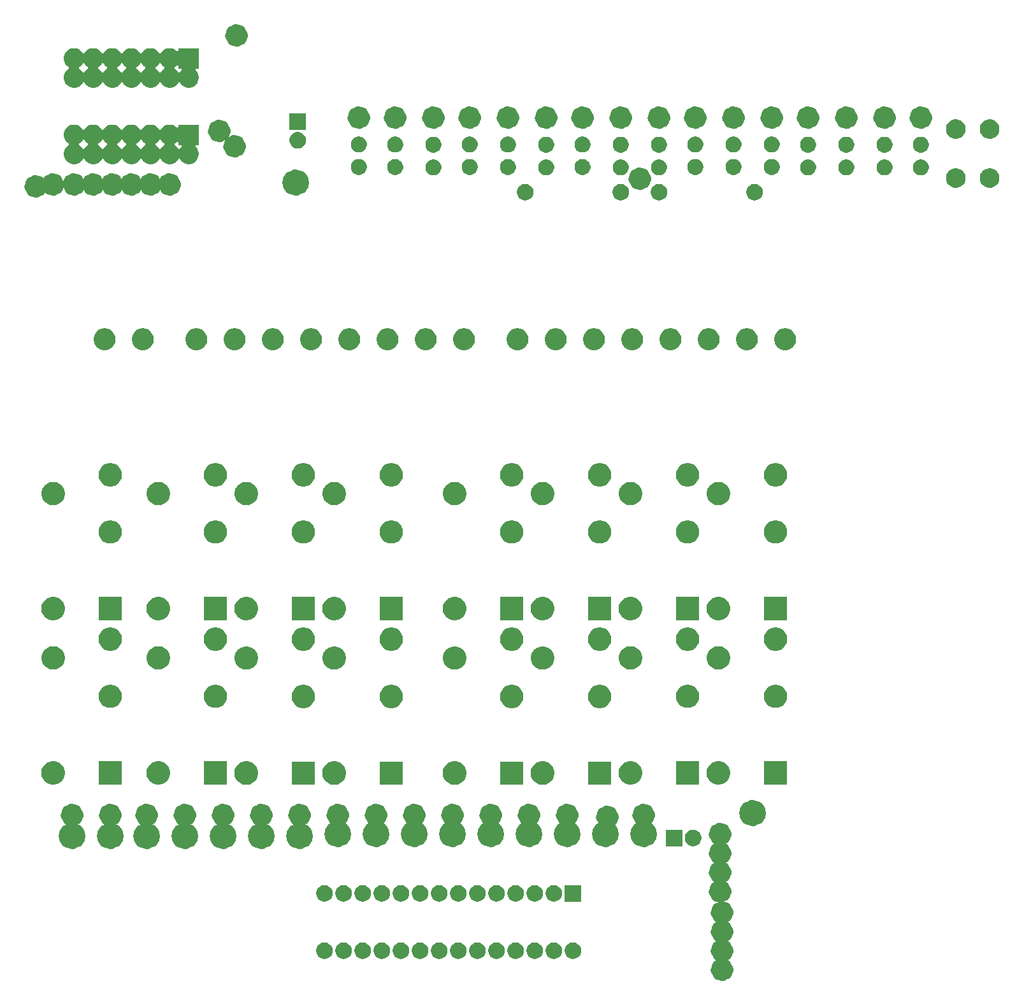
<source format=gbr>
G04 #@! TF.GenerationSoftware,KiCad,Pcbnew,(5.1.5)-3*
G04 #@! TF.CreationDate,2020-12-26T15:00:12+01:00*
G04 #@! TF.ProjectId,Projekt,50726f6a-656b-4742-9e6b-696361645f70,rev?*
G04 #@! TF.SameCoordinates,PX3a60d30PYb302a90*
G04 #@! TF.FileFunction,Soldermask,Top*
G04 #@! TF.FilePolarity,Negative*
%FSLAX46Y46*%
G04 Gerber Fmt 4.6, Leading zero omitted, Abs format (unit mm)*
G04 Created by KiCad (PCBNEW (5.1.5)-3) date 2020-12-26 15:00:12*
%MOMM*%
%LPD*%
G04 APERTURE LIST*
%ADD10C,2.000000*%
%ADD11C,0.100000*%
G04 APERTURE END LIST*
D10*
X93472000Y5588000D02*
G75*
G03X93472000Y5588000I-508000J0D01*
G01*
X83312000Y21082000D02*
G75*
G03X83312000Y21082000I-762000J0D01*
G01*
X93218000Y13462000D02*
G75*
G03X93218000Y13462000I-508000J0D01*
G01*
X93218000Y21082000D02*
G75*
G03X93218000Y21082000I-508000J0D01*
G01*
X52832000Y21082000D02*
G75*
G03X52832000Y21082000I-762000J0D01*
G01*
X83058000Y23622000D02*
G75*
G03X83058000Y23622000I-508000J0D01*
G01*
X32258000Y23622000D02*
G75*
G03X32258000Y23622000I-508000J0D01*
G01*
X17272000Y20828000D02*
G75*
G03X17272000Y20828000I-762000J0D01*
G01*
X62738000Y23622000D02*
G75*
G03X62738000Y23622000I-508000J0D01*
G01*
X93472000Y3048000D02*
G75*
G03X93472000Y3048000I-508000J0D01*
G01*
X42672000Y21082000D02*
G75*
G03X42672000Y21082000I-762000J0D01*
G01*
X32512000Y20828000D02*
G75*
G03X32512000Y20828000I-762000J0D01*
G01*
X57912000Y21082000D02*
G75*
G03X57912000Y21082000I-762000J0D01*
G01*
X68072000Y21082000D02*
G75*
G03X68072000Y21082000I-762000J0D01*
G01*
X67818000Y23622000D02*
G75*
G03X67818000Y23622000I-508000J0D01*
G01*
X93472000Y8128000D02*
G75*
G03X93472000Y8128000I-508000J0D01*
G01*
X17018000Y23622000D02*
G75*
G03X17018000Y23622000I-508000J0D01*
G01*
X37592000Y20828000D02*
G75*
G03X37592000Y20828000I-762000J0D01*
G01*
X37338000Y23622000D02*
G75*
G03X37338000Y23622000I-508000J0D01*
G01*
X27178000Y23622000D02*
G75*
G03X27178000Y23622000I-508000J0D01*
G01*
X7112000Y23622000D02*
G75*
G03X7112000Y23622000I-508000J0D01*
G01*
X47498000Y23622000D02*
G75*
G03X47498000Y23622000I-508000J0D01*
G01*
X78232000Y21082000D02*
G75*
G03X78232000Y21082000I-762000J0D01*
G01*
X27432000Y20828000D02*
G75*
G03X27432000Y20828000I-762000J0D01*
G01*
X93218000Y16002000D02*
G75*
G03X93218000Y16002000I-508000J0D01*
G01*
X22352000Y20828000D02*
G75*
G03X22352000Y20828000I-762000J0D01*
G01*
X12192000Y23622000D02*
G75*
G03X12192000Y23622000I-508000J0D01*
G01*
X22098000Y23622000D02*
G75*
G03X22098000Y23622000I-508000J0D01*
G01*
X7366000Y20828000D02*
G75*
G03X7366000Y20828000I-762000J0D01*
G01*
X97790000Y23876000D02*
G75*
G03X97790000Y23876000I-762000J0D01*
G01*
X93472000Y10668000D02*
G75*
G03X93472000Y10668000I-508000J0D01*
G01*
X72898000Y23622000D02*
G75*
G03X72898000Y23622000I-508000J0D01*
G01*
X73152000Y21082000D02*
G75*
G03X73152000Y21082000I-762000J0D01*
G01*
X57658000Y23622000D02*
G75*
G03X57658000Y23622000I-508000J0D01*
G01*
X42418000Y23622000D02*
G75*
G03X42418000Y23622000I-508000J0D01*
G01*
X47752000Y21082000D02*
G75*
G03X47752000Y21082000I-762000J0D01*
G01*
X12446000Y20828000D02*
G75*
G03X12446000Y20828000I-762000J0D01*
G01*
X62992000Y21082000D02*
G75*
G03X62992000Y21082000I-762000J0D01*
G01*
X78232000Y23368000D02*
G75*
G03X78232000Y23368000I-508000J0D01*
G01*
X93218000Y18542000D02*
G75*
G03X93218000Y18542000I-508000J0D01*
G01*
X52578000Y23622000D02*
G75*
G03X52578000Y23622000I-508000J0D01*
G01*
X26670000Y114554000D02*
G75*
G03X26670000Y114554000I-508000J0D01*
G01*
X55118000Y116332000D02*
G75*
G03X55118000Y116332000I-508000J0D01*
G01*
X28702000Y112522000D02*
G75*
G03X28702000Y112522000I-508000J0D01*
G01*
X50038000Y116332000D02*
G75*
G03X50038000Y116332000I-508000J0D01*
G01*
X70104000Y116332000D02*
G75*
G03X70104000Y116332000I-508000J0D01*
G01*
X59944000Y116332000D02*
G75*
G03X59944000Y116332000I-508000J0D01*
G01*
X115062000Y116332000D02*
G75*
G03X115062000Y116332000I-508000J0D01*
G01*
X45212000Y116332000D02*
G75*
G03X45212000Y116332000I-508000J0D01*
G01*
X82550000Y108204000D02*
G75*
G03X82550000Y108204000I-508000J0D01*
G01*
X28956000Y127254000D02*
G75*
G03X28956000Y127254000I-508000J0D01*
G01*
X80010000Y116332000D02*
G75*
G03X80010000Y116332000I-508000J0D01*
G01*
X119888000Y116332000D02*
G75*
G03X119888000Y116332000I-508000J0D01*
G01*
X109982000Y116332000D02*
G75*
G03X109982000Y116332000I-508000J0D01*
G01*
X104902000Y116332000D02*
G75*
G03X104902000Y116332000I-508000J0D01*
G01*
X85090000Y116332000D02*
G75*
G03X85090000Y116332000I-508000J0D01*
G01*
X17526000Y107442000D02*
G75*
G03X17526000Y107442000I-508000J0D01*
G01*
X12446000Y107442000D02*
G75*
G03X12446000Y107442000I-508000J0D01*
G01*
X2286000Y107188000D02*
G75*
G03X2286000Y107188000I-508000J0D01*
G01*
X20066000Y107442000D02*
G75*
G03X20066000Y107442000I-508000J0D01*
G01*
X7366000Y107442000D02*
G75*
G03X7366000Y107442000I-508000J0D01*
G01*
X94996000Y116332000D02*
G75*
G03X94996000Y116332000I-508000J0D01*
G01*
X100076000Y116332000D02*
G75*
G03X100076000Y116332000I-508000J0D01*
G01*
X65024000Y116332000D02*
G75*
G03X65024000Y116332000I-508000J0D01*
G01*
X14986000Y107442000D02*
G75*
G03X14986000Y107442000I-508000J0D01*
G01*
X37084000Y107696000D02*
G75*
G03X37084000Y107696000I-762000J0D01*
G01*
X9906000Y107442000D02*
G75*
G03X9906000Y107442000I-508000J0D01*
G01*
X74930000Y116332000D02*
G75*
G03X74930000Y116332000I-508000J0D01*
G01*
X4572000Y107442000D02*
G75*
G03X4572000Y107442000I-508000J0D01*
G01*
X89916000Y116332000D02*
G75*
G03X89916000Y116332000I-508000J0D01*
G01*
D11*
G36*
X73366599Y6666864D02*
G01*
X73472860Y6645727D01*
X73673047Y6562807D01*
X73853209Y6442426D01*
X74006426Y6289209D01*
X74126807Y6109047D01*
X74209727Y5908860D01*
X74252000Y5696339D01*
X74252000Y5479661D01*
X74209727Y5267140D01*
X74126807Y5066953D01*
X74006426Y4886791D01*
X73853209Y4733574D01*
X73673047Y4613193D01*
X73472860Y4530273D01*
X73366599Y4509136D01*
X73260341Y4488000D01*
X73043659Y4488000D01*
X72937401Y4509136D01*
X72831140Y4530273D01*
X72630953Y4613193D01*
X72450791Y4733574D01*
X72297574Y4886791D01*
X72177193Y5066953D01*
X72094273Y5267140D01*
X72052000Y5479661D01*
X72052000Y5696339D01*
X72094273Y5908860D01*
X72177193Y6109047D01*
X72297574Y6289209D01*
X72450791Y6442426D01*
X72630953Y6562807D01*
X72831140Y6645727D01*
X72937401Y6666864D01*
X73043659Y6688000D01*
X73260341Y6688000D01*
X73366599Y6666864D01*
G37*
G36*
X70826599Y6666864D02*
G01*
X70932860Y6645727D01*
X71133047Y6562807D01*
X71313209Y6442426D01*
X71466426Y6289209D01*
X71586807Y6109047D01*
X71669727Y5908860D01*
X71712000Y5696339D01*
X71712000Y5479661D01*
X71669727Y5267140D01*
X71586807Y5066953D01*
X71466426Y4886791D01*
X71313209Y4733574D01*
X71133047Y4613193D01*
X70932860Y4530273D01*
X70826599Y4509136D01*
X70720341Y4488000D01*
X70503659Y4488000D01*
X70397401Y4509136D01*
X70291140Y4530273D01*
X70090953Y4613193D01*
X69910791Y4733574D01*
X69757574Y4886791D01*
X69637193Y5066953D01*
X69554273Y5267140D01*
X69512000Y5479661D01*
X69512000Y5696339D01*
X69554273Y5908860D01*
X69637193Y6109047D01*
X69757574Y6289209D01*
X69910791Y6442426D01*
X70090953Y6562807D01*
X70291140Y6645727D01*
X70397401Y6666864D01*
X70503659Y6688000D01*
X70720341Y6688000D01*
X70826599Y6666864D01*
G37*
G36*
X60666599Y6666864D02*
G01*
X60772860Y6645727D01*
X60973047Y6562807D01*
X61153209Y6442426D01*
X61306426Y6289209D01*
X61426807Y6109047D01*
X61509727Y5908860D01*
X61552000Y5696339D01*
X61552000Y5479661D01*
X61509727Y5267140D01*
X61426807Y5066953D01*
X61306426Y4886791D01*
X61153209Y4733574D01*
X60973047Y4613193D01*
X60772860Y4530273D01*
X60666599Y4509136D01*
X60560341Y4488000D01*
X60343659Y4488000D01*
X60237401Y4509136D01*
X60131140Y4530273D01*
X59930953Y4613193D01*
X59750791Y4733574D01*
X59597574Y4886791D01*
X59477193Y5066953D01*
X59394273Y5267140D01*
X59352000Y5479661D01*
X59352000Y5696339D01*
X59394273Y5908860D01*
X59477193Y6109047D01*
X59597574Y6289209D01*
X59750791Y6442426D01*
X59930953Y6562807D01*
X60131140Y6645727D01*
X60237401Y6666864D01*
X60343659Y6688000D01*
X60560341Y6688000D01*
X60666599Y6666864D01*
G37*
G36*
X58126599Y6666864D02*
G01*
X58232860Y6645727D01*
X58433047Y6562807D01*
X58613209Y6442426D01*
X58766426Y6289209D01*
X58886807Y6109047D01*
X58969727Y5908860D01*
X59012000Y5696339D01*
X59012000Y5479661D01*
X58969727Y5267140D01*
X58886807Y5066953D01*
X58766426Y4886791D01*
X58613209Y4733574D01*
X58433047Y4613193D01*
X58232860Y4530273D01*
X58126599Y4509136D01*
X58020341Y4488000D01*
X57803659Y4488000D01*
X57697401Y4509136D01*
X57591140Y4530273D01*
X57390953Y4613193D01*
X57210791Y4733574D01*
X57057574Y4886791D01*
X56937193Y5066953D01*
X56854273Y5267140D01*
X56812000Y5479661D01*
X56812000Y5696339D01*
X56854273Y5908860D01*
X56937193Y6109047D01*
X57057574Y6289209D01*
X57210791Y6442426D01*
X57390953Y6562807D01*
X57591140Y6645727D01*
X57697401Y6666864D01*
X57803659Y6688000D01*
X58020341Y6688000D01*
X58126599Y6666864D01*
G37*
G36*
X55586599Y6666864D02*
G01*
X55692860Y6645727D01*
X55893047Y6562807D01*
X56073209Y6442426D01*
X56226426Y6289209D01*
X56346807Y6109047D01*
X56429727Y5908860D01*
X56472000Y5696339D01*
X56472000Y5479661D01*
X56429727Y5267140D01*
X56346807Y5066953D01*
X56226426Y4886791D01*
X56073209Y4733574D01*
X55893047Y4613193D01*
X55692860Y4530273D01*
X55586599Y4509136D01*
X55480341Y4488000D01*
X55263659Y4488000D01*
X55157401Y4509136D01*
X55051140Y4530273D01*
X54850953Y4613193D01*
X54670791Y4733574D01*
X54517574Y4886791D01*
X54397193Y5066953D01*
X54314273Y5267140D01*
X54272000Y5479661D01*
X54272000Y5696339D01*
X54314273Y5908860D01*
X54397193Y6109047D01*
X54517574Y6289209D01*
X54670791Y6442426D01*
X54850953Y6562807D01*
X55051140Y6645727D01*
X55157401Y6666864D01*
X55263659Y6688000D01*
X55480341Y6688000D01*
X55586599Y6666864D01*
G37*
G36*
X53046599Y6666864D02*
G01*
X53152860Y6645727D01*
X53353047Y6562807D01*
X53533209Y6442426D01*
X53686426Y6289209D01*
X53806807Y6109047D01*
X53889727Y5908860D01*
X53932000Y5696339D01*
X53932000Y5479661D01*
X53889727Y5267140D01*
X53806807Y5066953D01*
X53686426Y4886791D01*
X53533209Y4733574D01*
X53353047Y4613193D01*
X53152860Y4530273D01*
X53046599Y4509136D01*
X52940341Y4488000D01*
X52723659Y4488000D01*
X52617401Y4509136D01*
X52511140Y4530273D01*
X52310953Y4613193D01*
X52130791Y4733574D01*
X51977574Y4886791D01*
X51857193Y5066953D01*
X51774273Y5267140D01*
X51732000Y5479661D01*
X51732000Y5696339D01*
X51774273Y5908860D01*
X51857193Y6109047D01*
X51977574Y6289209D01*
X52130791Y6442426D01*
X52310953Y6562807D01*
X52511140Y6645727D01*
X52617401Y6666864D01*
X52723659Y6688000D01*
X52940341Y6688000D01*
X53046599Y6666864D01*
G37*
G36*
X50506599Y6666864D02*
G01*
X50612860Y6645727D01*
X50813047Y6562807D01*
X50993209Y6442426D01*
X51146426Y6289209D01*
X51266807Y6109047D01*
X51349727Y5908860D01*
X51392000Y5696339D01*
X51392000Y5479661D01*
X51349727Y5267140D01*
X51266807Y5066953D01*
X51146426Y4886791D01*
X50993209Y4733574D01*
X50813047Y4613193D01*
X50612860Y4530273D01*
X50506599Y4509136D01*
X50400341Y4488000D01*
X50183659Y4488000D01*
X50077401Y4509136D01*
X49971140Y4530273D01*
X49770953Y4613193D01*
X49590791Y4733574D01*
X49437574Y4886791D01*
X49317193Y5066953D01*
X49234273Y5267140D01*
X49192000Y5479661D01*
X49192000Y5696339D01*
X49234273Y5908860D01*
X49317193Y6109047D01*
X49437574Y6289209D01*
X49590791Y6442426D01*
X49770953Y6562807D01*
X49971140Y6645727D01*
X50077401Y6666864D01*
X50183659Y6688000D01*
X50400341Y6688000D01*
X50506599Y6666864D01*
G37*
G36*
X47966599Y6666864D02*
G01*
X48072860Y6645727D01*
X48273047Y6562807D01*
X48453209Y6442426D01*
X48606426Y6289209D01*
X48726807Y6109047D01*
X48809727Y5908860D01*
X48852000Y5696339D01*
X48852000Y5479661D01*
X48809727Y5267140D01*
X48726807Y5066953D01*
X48606426Y4886791D01*
X48453209Y4733574D01*
X48273047Y4613193D01*
X48072860Y4530273D01*
X47966599Y4509136D01*
X47860341Y4488000D01*
X47643659Y4488000D01*
X47537401Y4509136D01*
X47431140Y4530273D01*
X47230953Y4613193D01*
X47050791Y4733574D01*
X46897574Y4886791D01*
X46777193Y5066953D01*
X46694273Y5267140D01*
X46652000Y5479661D01*
X46652000Y5696339D01*
X46694273Y5908860D01*
X46777193Y6109047D01*
X46897574Y6289209D01*
X47050791Y6442426D01*
X47230953Y6562807D01*
X47431140Y6645727D01*
X47537401Y6666864D01*
X47643659Y6688000D01*
X47860341Y6688000D01*
X47966599Y6666864D01*
G37*
G36*
X45426599Y6666864D02*
G01*
X45532860Y6645727D01*
X45733047Y6562807D01*
X45913209Y6442426D01*
X46066426Y6289209D01*
X46186807Y6109047D01*
X46269727Y5908860D01*
X46312000Y5696339D01*
X46312000Y5479661D01*
X46269727Y5267140D01*
X46186807Y5066953D01*
X46066426Y4886791D01*
X45913209Y4733574D01*
X45733047Y4613193D01*
X45532860Y4530273D01*
X45426599Y4509136D01*
X45320341Y4488000D01*
X45103659Y4488000D01*
X44997401Y4509136D01*
X44891140Y4530273D01*
X44690953Y4613193D01*
X44510791Y4733574D01*
X44357574Y4886791D01*
X44237193Y5066953D01*
X44154273Y5267140D01*
X44112000Y5479661D01*
X44112000Y5696339D01*
X44154273Y5908860D01*
X44237193Y6109047D01*
X44357574Y6289209D01*
X44510791Y6442426D01*
X44690953Y6562807D01*
X44891140Y6645727D01*
X44997401Y6666864D01*
X45103659Y6688000D01*
X45320341Y6688000D01*
X45426599Y6666864D01*
G37*
G36*
X42886599Y6666864D02*
G01*
X42992860Y6645727D01*
X43193047Y6562807D01*
X43373209Y6442426D01*
X43526426Y6289209D01*
X43646807Y6109047D01*
X43729727Y5908860D01*
X43772000Y5696339D01*
X43772000Y5479661D01*
X43729727Y5267140D01*
X43646807Y5066953D01*
X43526426Y4886791D01*
X43373209Y4733574D01*
X43193047Y4613193D01*
X42992860Y4530273D01*
X42886599Y4509136D01*
X42780341Y4488000D01*
X42563659Y4488000D01*
X42457401Y4509136D01*
X42351140Y4530273D01*
X42150953Y4613193D01*
X41970791Y4733574D01*
X41817574Y4886791D01*
X41697193Y5066953D01*
X41614273Y5267140D01*
X41572000Y5479661D01*
X41572000Y5696339D01*
X41614273Y5908860D01*
X41697193Y6109047D01*
X41817574Y6289209D01*
X41970791Y6442426D01*
X42150953Y6562807D01*
X42351140Y6645727D01*
X42457401Y6666864D01*
X42563659Y6688000D01*
X42780341Y6688000D01*
X42886599Y6666864D01*
G37*
G36*
X40346599Y6666864D02*
G01*
X40452860Y6645727D01*
X40653047Y6562807D01*
X40833209Y6442426D01*
X40986426Y6289209D01*
X41106807Y6109047D01*
X41189727Y5908860D01*
X41232000Y5696339D01*
X41232000Y5479661D01*
X41189727Y5267140D01*
X41106807Y5066953D01*
X40986426Y4886791D01*
X40833209Y4733574D01*
X40653047Y4613193D01*
X40452860Y4530273D01*
X40346599Y4509136D01*
X40240341Y4488000D01*
X40023659Y4488000D01*
X39917401Y4509136D01*
X39811140Y4530273D01*
X39610953Y4613193D01*
X39430791Y4733574D01*
X39277574Y4886791D01*
X39157193Y5066953D01*
X39074273Y5267140D01*
X39032000Y5479661D01*
X39032000Y5696339D01*
X39074273Y5908860D01*
X39157193Y6109047D01*
X39277574Y6289209D01*
X39430791Y6442426D01*
X39610953Y6562807D01*
X39811140Y6645727D01*
X39917401Y6666864D01*
X40023659Y6688000D01*
X40240341Y6688000D01*
X40346599Y6666864D01*
G37*
G36*
X63206599Y6666864D02*
G01*
X63312860Y6645727D01*
X63513047Y6562807D01*
X63693209Y6442426D01*
X63846426Y6289209D01*
X63966807Y6109047D01*
X64049727Y5908860D01*
X64092000Y5696339D01*
X64092000Y5479661D01*
X64049727Y5267140D01*
X63966807Y5066953D01*
X63846426Y4886791D01*
X63693209Y4733574D01*
X63513047Y4613193D01*
X63312860Y4530273D01*
X63206599Y4509136D01*
X63100341Y4488000D01*
X62883659Y4488000D01*
X62777401Y4509136D01*
X62671140Y4530273D01*
X62470953Y4613193D01*
X62290791Y4733574D01*
X62137574Y4886791D01*
X62017193Y5066953D01*
X61934273Y5267140D01*
X61892000Y5479661D01*
X61892000Y5696339D01*
X61934273Y5908860D01*
X62017193Y6109047D01*
X62137574Y6289209D01*
X62290791Y6442426D01*
X62470953Y6562807D01*
X62671140Y6645727D01*
X62777401Y6666864D01*
X62883659Y6688000D01*
X63100341Y6688000D01*
X63206599Y6666864D01*
G37*
G36*
X65746599Y6666864D02*
G01*
X65852860Y6645727D01*
X66053047Y6562807D01*
X66233209Y6442426D01*
X66386426Y6289209D01*
X66506807Y6109047D01*
X66589727Y5908860D01*
X66632000Y5696339D01*
X66632000Y5479661D01*
X66589727Y5267140D01*
X66506807Y5066953D01*
X66386426Y4886791D01*
X66233209Y4733574D01*
X66053047Y4613193D01*
X65852860Y4530273D01*
X65746599Y4509136D01*
X65640341Y4488000D01*
X65423659Y4488000D01*
X65317401Y4509136D01*
X65211140Y4530273D01*
X65010953Y4613193D01*
X64830791Y4733574D01*
X64677574Y4886791D01*
X64557193Y5066953D01*
X64474273Y5267140D01*
X64432000Y5479661D01*
X64432000Y5696339D01*
X64474273Y5908860D01*
X64557193Y6109047D01*
X64677574Y6289209D01*
X64830791Y6442426D01*
X65010953Y6562807D01*
X65211140Y6645727D01*
X65317401Y6666864D01*
X65423659Y6688000D01*
X65640341Y6688000D01*
X65746599Y6666864D01*
G37*
G36*
X68286599Y6666864D02*
G01*
X68392860Y6645727D01*
X68593047Y6562807D01*
X68773209Y6442426D01*
X68926426Y6289209D01*
X69046807Y6109047D01*
X69129727Y5908860D01*
X69172000Y5696339D01*
X69172000Y5479661D01*
X69129727Y5267140D01*
X69046807Y5066953D01*
X68926426Y4886791D01*
X68773209Y4733574D01*
X68593047Y4613193D01*
X68392860Y4530273D01*
X68286599Y4509136D01*
X68180341Y4488000D01*
X67963659Y4488000D01*
X67857401Y4509136D01*
X67751140Y4530273D01*
X67550953Y4613193D01*
X67370791Y4733574D01*
X67217574Y4886791D01*
X67097193Y5066953D01*
X67014273Y5267140D01*
X66972000Y5479661D01*
X66972000Y5696339D01*
X67014273Y5908860D01*
X67097193Y6109047D01*
X67217574Y6289209D01*
X67370791Y6442426D01*
X67550953Y6562807D01*
X67751140Y6645727D01*
X67857401Y6666864D01*
X67963659Y6688000D01*
X68180341Y6688000D01*
X68286599Y6666864D01*
G37*
G36*
X63206600Y14286863D02*
G01*
X63312860Y14265727D01*
X63513047Y14182807D01*
X63693209Y14062426D01*
X63846426Y13909209D01*
X63966807Y13729047D01*
X64049727Y13528860D01*
X64092000Y13316339D01*
X64092000Y13099661D01*
X64049727Y12887140D01*
X63966807Y12686953D01*
X63846426Y12506791D01*
X63693209Y12353574D01*
X63513047Y12233193D01*
X63312860Y12150273D01*
X63206599Y12129136D01*
X63100341Y12108000D01*
X62883659Y12108000D01*
X62777401Y12129136D01*
X62671140Y12150273D01*
X62470953Y12233193D01*
X62290791Y12353574D01*
X62137574Y12506791D01*
X62017193Y12686953D01*
X61934273Y12887140D01*
X61892000Y13099661D01*
X61892000Y13316339D01*
X61934273Y13528860D01*
X62017193Y13729047D01*
X62137574Y13909209D01*
X62290791Y14062426D01*
X62470953Y14182807D01*
X62671140Y14265727D01*
X62777400Y14286863D01*
X62883659Y14308000D01*
X63100341Y14308000D01*
X63206600Y14286863D01*
G37*
G36*
X65746600Y14286863D02*
G01*
X65852860Y14265727D01*
X66053047Y14182807D01*
X66233209Y14062426D01*
X66386426Y13909209D01*
X66506807Y13729047D01*
X66589727Y13528860D01*
X66632000Y13316339D01*
X66632000Y13099661D01*
X66589727Y12887140D01*
X66506807Y12686953D01*
X66386426Y12506791D01*
X66233209Y12353574D01*
X66053047Y12233193D01*
X65852860Y12150273D01*
X65746599Y12129136D01*
X65640341Y12108000D01*
X65423659Y12108000D01*
X65317401Y12129136D01*
X65211140Y12150273D01*
X65010953Y12233193D01*
X64830791Y12353574D01*
X64677574Y12506791D01*
X64557193Y12686953D01*
X64474273Y12887140D01*
X64432000Y13099661D01*
X64432000Y13316339D01*
X64474273Y13528860D01*
X64557193Y13729047D01*
X64677574Y13909209D01*
X64830791Y14062426D01*
X65010953Y14182807D01*
X65211140Y14265727D01*
X65317400Y14286863D01*
X65423659Y14308000D01*
X65640341Y14308000D01*
X65746600Y14286863D01*
G37*
G36*
X68286600Y14286863D02*
G01*
X68392860Y14265727D01*
X68593047Y14182807D01*
X68773209Y14062426D01*
X68926426Y13909209D01*
X69046807Y13729047D01*
X69129727Y13528860D01*
X69172000Y13316339D01*
X69172000Y13099661D01*
X69129727Y12887140D01*
X69046807Y12686953D01*
X68926426Y12506791D01*
X68773209Y12353574D01*
X68593047Y12233193D01*
X68392860Y12150273D01*
X68286599Y12129136D01*
X68180341Y12108000D01*
X67963659Y12108000D01*
X67857401Y12129136D01*
X67751140Y12150273D01*
X67550953Y12233193D01*
X67370791Y12353574D01*
X67217574Y12506791D01*
X67097193Y12686953D01*
X67014273Y12887140D01*
X66972000Y13099661D01*
X66972000Y13316339D01*
X67014273Y13528860D01*
X67097193Y13729047D01*
X67217574Y13909209D01*
X67370791Y14062426D01*
X67550953Y14182807D01*
X67751140Y14265727D01*
X67857400Y14286863D01*
X67963659Y14308000D01*
X68180341Y14308000D01*
X68286600Y14286863D01*
G37*
G36*
X70826600Y14286863D02*
G01*
X70932860Y14265727D01*
X71133047Y14182807D01*
X71313209Y14062426D01*
X71466426Y13909209D01*
X71586807Y13729047D01*
X71669727Y13528860D01*
X71712000Y13316339D01*
X71712000Y13099661D01*
X71669727Y12887140D01*
X71586807Y12686953D01*
X71466426Y12506791D01*
X71313209Y12353574D01*
X71133047Y12233193D01*
X70932860Y12150273D01*
X70826599Y12129136D01*
X70720341Y12108000D01*
X70503659Y12108000D01*
X70397401Y12129136D01*
X70291140Y12150273D01*
X70090953Y12233193D01*
X69910791Y12353574D01*
X69757574Y12506791D01*
X69637193Y12686953D01*
X69554273Y12887140D01*
X69512000Y13099661D01*
X69512000Y13316339D01*
X69554273Y13528860D01*
X69637193Y13729047D01*
X69757574Y13909209D01*
X69910791Y14062426D01*
X70090953Y14182807D01*
X70291140Y14265727D01*
X70397400Y14286863D01*
X70503659Y14308000D01*
X70720341Y14308000D01*
X70826600Y14286863D01*
G37*
G36*
X60666600Y14286863D02*
G01*
X60772860Y14265727D01*
X60973047Y14182807D01*
X61153209Y14062426D01*
X61306426Y13909209D01*
X61426807Y13729047D01*
X61509727Y13528860D01*
X61552000Y13316339D01*
X61552000Y13099661D01*
X61509727Y12887140D01*
X61426807Y12686953D01*
X61306426Y12506791D01*
X61153209Y12353574D01*
X60973047Y12233193D01*
X60772860Y12150273D01*
X60666599Y12129136D01*
X60560341Y12108000D01*
X60343659Y12108000D01*
X60237401Y12129136D01*
X60131140Y12150273D01*
X59930953Y12233193D01*
X59750791Y12353574D01*
X59597574Y12506791D01*
X59477193Y12686953D01*
X59394273Y12887140D01*
X59352000Y13099661D01*
X59352000Y13316339D01*
X59394273Y13528860D01*
X59477193Y13729047D01*
X59597574Y13909209D01*
X59750791Y14062426D01*
X59930953Y14182807D01*
X60131140Y14265727D01*
X60237400Y14286863D01*
X60343659Y14308000D01*
X60560341Y14308000D01*
X60666600Y14286863D01*
G37*
G36*
X74252000Y12108000D02*
G01*
X72052000Y12108000D01*
X72052000Y14308000D01*
X74252000Y14308000D01*
X74252000Y12108000D01*
G37*
G36*
X58126600Y14286863D02*
G01*
X58232860Y14265727D01*
X58433047Y14182807D01*
X58613209Y14062426D01*
X58766426Y13909209D01*
X58886807Y13729047D01*
X58969727Y13528860D01*
X59012000Y13316339D01*
X59012000Y13099661D01*
X58969727Y12887140D01*
X58886807Y12686953D01*
X58766426Y12506791D01*
X58613209Y12353574D01*
X58433047Y12233193D01*
X58232860Y12150273D01*
X58126599Y12129136D01*
X58020341Y12108000D01*
X57803659Y12108000D01*
X57697401Y12129136D01*
X57591140Y12150273D01*
X57390953Y12233193D01*
X57210791Y12353574D01*
X57057574Y12506791D01*
X56937193Y12686953D01*
X56854273Y12887140D01*
X56812000Y13099661D01*
X56812000Y13316339D01*
X56854273Y13528860D01*
X56937193Y13729047D01*
X57057574Y13909209D01*
X57210791Y14062426D01*
X57390953Y14182807D01*
X57591140Y14265727D01*
X57697400Y14286863D01*
X57803659Y14308000D01*
X58020341Y14308000D01*
X58126600Y14286863D01*
G37*
G36*
X42886600Y14286863D02*
G01*
X42992860Y14265727D01*
X43193047Y14182807D01*
X43373209Y14062426D01*
X43526426Y13909209D01*
X43646807Y13729047D01*
X43729727Y13528860D01*
X43772000Y13316339D01*
X43772000Y13099661D01*
X43729727Y12887140D01*
X43646807Y12686953D01*
X43526426Y12506791D01*
X43373209Y12353574D01*
X43193047Y12233193D01*
X42992860Y12150273D01*
X42886599Y12129136D01*
X42780341Y12108000D01*
X42563659Y12108000D01*
X42457401Y12129136D01*
X42351140Y12150273D01*
X42150953Y12233193D01*
X41970791Y12353574D01*
X41817574Y12506791D01*
X41697193Y12686953D01*
X41614273Y12887140D01*
X41572000Y13099661D01*
X41572000Y13316339D01*
X41614273Y13528860D01*
X41697193Y13729047D01*
X41817574Y13909209D01*
X41970791Y14062426D01*
X42150953Y14182807D01*
X42351140Y14265727D01*
X42457400Y14286863D01*
X42563659Y14308000D01*
X42780341Y14308000D01*
X42886600Y14286863D01*
G37*
G36*
X55586600Y14286863D02*
G01*
X55692860Y14265727D01*
X55893047Y14182807D01*
X56073209Y14062426D01*
X56226426Y13909209D01*
X56346807Y13729047D01*
X56429727Y13528860D01*
X56472000Y13316339D01*
X56472000Y13099661D01*
X56429727Y12887140D01*
X56346807Y12686953D01*
X56226426Y12506791D01*
X56073209Y12353574D01*
X55893047Y12233193D01*
X55692860Y12150273D01*
X55586599Y12129136D01*
X55480341Y12108000D01*
X55263659Y12108000D01*
X55157401Y12129136D01*
X55051140Y12150273D01*
X54850953Y12233193D01*
X54670791Y12353574D01*
X54517574Y12506791D01*
X54397193Y12686953D01*
X54314273Y12887140D01*
X54272000Y13099661D01*
X54272000Y13316339D01*
X54314273Y13528860D01*
X54397193Y13729047D01*
X54517574Y13909209D01*
X54670791Y14062426D01*
X54850953Y14182807D01*
X55051140Y14265727D01*
X55157400Y14286863D01*
X55263659Y14308000D01*
X55480341Y14308000D01*
X55586600Y14286863D01*
G37*
G36*
X40346600Y14286863D02*
G01*
X40452860Y14265727D01*
X40653047Y14182807D01*
X40833209Y14062426D01*
X40986426Y13909209D01*
X41106807Y13729047D01*
X41189727Y13528860D01*
X41232000Y13316339D01*
X41232000Y13099661D01*
X41189727Y12887140D01*
X41106807Y12686953D01*
X40986426Y12506791D01*
X40833209Y12353574D01*
X40653047Y12233193D01*
X40452860Y12150273D01*
X40346599Y12129136D01*
X40240341Y12108000D01*
X40023659Y12108000D01*
X39917401Y12129136D01*
X39811140Y12150273D01*
X39610953Y12233193D01*
X39430791Y12353574D01*
X39277574Y12506791D01*
X39157193Y12686953D01*
X39074273Y12887140D01*
X39032000Y13099661D01*
X39032000Y13316339D01*
X39074273Y13528860D01*
X39157193Y13729047D01*
X39277574Y13909209D01*
X39430791Y14062426D01*
X39610953Y14182807D01*
X39811140Y14265727D01*
X39917400Y14286863D01*
X40023659Y14308000D01*
X40240341Y14308000D01*
X40346600Y14286863D01*
G37*
G36*
X53046600Y14286863D02*
G01*
X53152860Y14265727D01*
X53353047Y14182807D01*
X53533209Y14062426D01*
X53686426Y13909209D01*
X53806807Y13729047D01*
X53889727Y13528860D01*
X53932000Y13316339D01*
X53932000Y13099661D01*
X53889727Y12887140D01*
X53806807Y12686953D01*
X53686426Y12506791D01*
X53533209Y12353574D01*
X53353047Y12233193D01*
X53152860Y12150273D01*
X53046599Y12129136D01*
X52940341Y12108000D01*
X52723659Y12108000D01*
X52617401Y12129136D01*
X52511140Y12150273D01*
X52310953Y12233193D01*
X52130791Y12353574D01*
X51977574Y12506791D01*
X51857193Y12686953D01*
X51774273Y12887140D01*
X51732000Y13099661D01*
X51732000Y13316339D01*
X51774273Y13528860D01*
X51857193Y13729047D01*
X51977574Y13909209D01*
X52130791Y14062426D01*
X52310953Y14182807D01*
X52511140Y14265727D01*
X52617400Y14286863D01*
X52723659Y14308000D01*
X52940341Y14308000D01*
X53046600Y14286863D01*
G37*
G36*
X47966600Y14286863D02*
G01*
X48072860Y14265727D01*
X48273047Y14182807D01*
X48453209Y14062426D01*
X48606426Y13909209D01*
X48726807Y13729047D01*
X48809727Y13528860D01*
X48852000Y13316339D01*
X48852000Y13099661D01*
X48809727Y12887140D01*
X48726807Y12686953D01*
X48606426Y12506791D01*
X48453209Y12353574D01*
X48273047Y12233193D01*
X48072860Y12150273D01*
X47966599Y12129136D01*
X47860341Y12108000D01*
X47643659Y12108000D01*
X47537401Y12129136D01*
X47431140Y12150273D01*
X47230953Y12233193D01*
X47050791Y12353574D01*
X46897574Y12506791D01*
X46777193Y12686953D01*
X46694273Y12887140D01*
X46652000Y13099661D01*
X46652000Y13316339D01*
X46694273Y13528860D01*
X46777193Y13729047D01*
X46897574Y13909209D01*
X47050791Y14062426D01*
X47230953Y14182807D01*
X47431140Y14265727D01*
X47537400Y14286863D01*
X47643659Y14308000D01*
X47860341Y14308000D01*
X47966600Y14286863D01*
G37*
G36*
X50506600Y14286863D02*
G01*
X50612860Y14265727D01*
X50813047Y14182807D01*
X50993209Y14062426D01*
X51146426Y13909209D01*
X51266807Y13729047D01*
X51349727Y13528860D01*
X51392000Y13316339D01*
X51392000Y13099661D01*
X51349727Y12887140D01*
X51266807Y12686953D01*
X51146426Y12506791D01*
X50993209Y12353574D01*
X50813047Y12233193D01*
X50612860Y12150273D01*
X50506599Y12129136D01*
X50400341Y12108000D01*
X50183659Y12108000D01*
X50077401Y12129136D01*
X49971140Y12150273D01*
X49770953Y12233193D01*
X49590791Y12353574D01*
X49437574Y12506791D01*
X49317193Y12686953D01*
X49234273Y12887140D01*
X49192000Y13099661D01*
X49192000Y13316339D01*
X49234273Y13528860D01*
X49317193Y13729047D01*
X49437574Y13909209D01*
X49590791Y14062426D01*
X49770953Y14182807D01*
X49971140Y14265727D01*
X50077400Y14286863D01*
X50183659Y14308000D01*
X50400341Y14308000D01*
X50506600Y14286863D01*
G37*
G36*
X45426600Y14286863D02*
G01*
X45532860Y14265727D01*
X45733047Y14182807D01*
X45913209Y14062426D01*
X46066426Y13909209D01*
X46186807Y13729047D01*
X46269727Y13528860D01*
X46312000Y13316339D01*
X46312000Y13099661D01*
X46269727Y12887140D01*
X46186807Y12686953D01*
X46066426Y12506791D01*
X45913209Y12353574D01*
X45733047Y12233193D01*
X45532860Y12150273D01*
X45426599Y12129136D01*
X45320341Y12108000D01*
X45103659Y12108000D01*
X44997401Y12129136D01*
X44891140Y12150273D01*
X44690953Y12233193D01*
X44510791Y12353574D01*
X44357574Y12506791D01*
X44237193Y12686953D01*
X44154273Y12887140D01*
X44112000Y13099661D01*
X44112000Y13316339D01*
X44154273Y13528860D01*
X44237193Y13729047D01*
X44357574Y13909209D01*
X44510791Y14062426D01*
X44690953Y14182807D01*
X44891140Y14265727D01*
X44997400Y14286863D01*
X45103659Y14308000D01*
X45320341Y14308000D01*
X45426600Y14286863D01*
G37*
G36*
X89328600Y21652863D02*
G01*
X89434860Y21631727D01*
X89635047Y21548807D01*
X89815209Y21428426D01*
X89968426Y21275209D01*
X90088807Y21095047D01*
X90171727Y20894860D01*
X90214000Y20682339D01*
X90214000Y20465661D01*
X90171727Y20253140D01*
X90088807Y20052953D01*
X89968426Y19872791D01*
X89815209Y19719574D01*
X89635047Y19599193D01*
X89434860Y19516273D01*
X89328599Y19495136D01*
X89222341Y19474000D01*
X89005659Y19474000D01*
X88899401Y19495136D01*
X88793140Y19516273D01*
X88592953Y19599193D01*
X88412791Y19719574D01*
X88259574Y19872791D01*
X88139193Y20052953D01*
X88056273Y20253140D01*
X88014000Y20465661D01*
X88014000Y20682339D01*
X88056273Y20894860D01*
X88139193Y21095047D01*
X88259574Y21275209D01*
X88412791Y21428426D01*
X88592953Y21548807D01*
X88793140Y21631727D01*
X88899400Y21652863D01*
X89005659Y21674000D01*
X89222341Y21674000D01*
X89328600Y21652863D01*
G37*
G36*
X87714000Y19474000D02*
G01*
X85514000Y19474000D01*
X85514000Y21674000D01*
X87714000Y21674000D01*
X87714000Y19474000D01*
G37*
G36*
X69565952Y30699666D02*
G01*
X69851674Y30581316D01*
X70108817Y30409499D01*
X70327499Y30190817D01*
X70499316Y29933674D01*
X70617666Y29647952D01*
X70678000Y29344632D01*
X70678000Y29035368D01*
X70617666Y28732048D01*
X70499316Y28446326D01*
X70327499Y28189183D01*
X70108817Y27970501D01*
X69851674Y27798684D01*
X69565952Y27680334D01*
X69262632Y27620000D01*
X68953368Y27620000D01*
X68650048Y27680334D01*
X68364326Y27798684D01*
X68107183Y27970501D01*
X67888501Y28189183D01*
X67716684Y28446326D01*
X67598334Y28732048D01*
X67538000Y29035368D01*
X67538000Y29344632D01*
X67598334Y29647952D01*
X67716684Y29933674D01*
X67888501Y30190817D01*
X68107183Y30409499D01*
X68364326Y30581316D01*
X68650048Y30699666D01*
X68953368Y30760000D01*
X69262632Y30760000D01*
X69565952Y30699666D01*
G37*
G36*
X41879952Y30699666D02*
G01*
X42165674Y30581316D01*
X42422817Y30409499D01*
X42641499Y30190817D01*
X42813316Y29933674D01*
X42931666Y29647952D01*
X42992000Y29344632D01*
X42992000Y29035368D01*
X42931666Y28732048D01*
X42813316Y28446326D01*
X42641499Y28189183D01*
X42422817Y27970501D01*
X42165674Y27798684D01*
X41879952Y27680334D01*
X41576632Y27620000D01*
X41267368Y27620000D01*
X40964048Y27680334D01*
X40678326Y27798684D01*
X40421183Y27970501D01*
X40202501Y28189183D01*
X40030684Y28446326D01*
X39912334Y28732048D01*
X39852000Y29035368D01*
X39852000Y29344632D01*
X39912334Y29647952D01*
X40030684Y29933674D01*
X40202501Y30190817D01*
X40421183Y30409499D01*
X40678326Y30581316D01*
X40964048Y30699666D01*
X41267368Y30760000D01*
X41576632Y30760000D01*
X41879952Y30699666D01*
G37*
G36*
X57881952Y30699666D02*
G01*
X58167674Y30581316D01*
X58424817Y30409499D01*
X58643499Y30190817D01*
X58815316Y29933674D01*
X58933666Y29647952D01*
X58994000Y29344632D01*
X58994000Y29035368D01*
X58933666Y28732048D01*
X58815316Y28446326D01*
X58643499Y28189183D01*
X58424817Y27970501D01*
X58167674Y27798684D01*
X57881952Y27680334D01*
X57578632Y27620000D01*
X57269368Y27620000D01*
X56966048Y27680334D01*
X56680326Y27798684D01*
X56423183Y27970501D01*
X56204501Y28189183D01*
X56032684Y28446326D01*
X55914334Y28732048D01*
X55854000Y29035368D01*
X55854000Y29344632D01*
X55914334Y29647952D01*
X56032684Y29933674D01*
X56204501Y30190817D01*
X56423183Y30409499D01*
X56680326Y30581316D01*
X56966048Y30699666D01*
X57269368Y30760000D01*
X57578632Y30760000D01*
X57881952Y30699666D01*
G37*
G36*
X30195952Y30699666D02*
G01*
X30481674Y30581316D01*
X30738817Y30409499D01*
X30957499Y30190817D01*
X31129316Y29933674D01*
X31247666Y29647952D01*
X31308000Y29344632D01*
X31308000Y29035368D01*
X31247666Y28732048D01*
X31129316Y28446326D01*
X30957499Y28189183D01*
X30738817Y27970501D01*
X30481674Y27798684D01*
X30195952Y27680334D01*
X29892632Y27620000D01*
X29583368Y27620000D01*
X29280048Y27680334D01*
X28994326Y27798684D01*
X28737183Y27970501D01*
X28518501Y28189183D01*
X28346684Y28446326D01*
X28228334Y28732048D01*
X28168000Y29035368D01*
X28168000Y29344632D01*
X28228334Y29647952D01*
X28346684Y29933674D01*
X28518501Y30190817D01*
X28737183Y30409499D01*
X28994326Y30581316D01*
X29280048Y30699666D01*
X29583368Y30760000D01*
X29892632Y30760000D01*
X30195952Y30699666D01*
G37*
G36*
X50572000Y27640000D02*
G01*
X47472000Y27640000D01*
X47472000Y30740000D01*
X50572000Y30740000D01*
X50572000Y27640000D01*
G37*
G36*
X81249952Y30719666D02*
G01*
X81535674Y30601316D01*
X81792817Y30429499D01*
X82011499Y30210817D01*
X82183316Y29953674D01*
X82301666Y29667952D01*
X82362000Y29364632D01*
X82362000Y29055368D01*
X82301666Y28752048D01*
X82183316Y28466326D01*
X82011499Y28209183D01*
X81792817Y27990501D01*
X81535674Y27818684D01*
X81249952Y27700334D01*
X80946632Y27640000D01*
X80637368Y27640000D01*
X80334048Y27700334D01*
X80048326Y27818684D01*
X79791183Y27990501D01*
X79572501Y28209183D01*
X79400684Y28466326D01*
X79282334Y28752048D01*
X79222000Y29055368D01*
X79222000Y29364632D01*
X79282334Y29667952D01*
X79400684Y29953674D01*
X79572501Y30210817D01*
X79791183Y30429499D01*
X80048326Y30601316D01*
X80334048Y30719666D01*
X80637368Y30780000D01*
X80946632Y30780000D01*
X81249952Y30719666D01*
G37*
G36*
X4541952Y30719666D02*
G01*
X4827674Y30601316D01*
X5084817Y30429499D01*
X5303499Y30210817D01*
X5475316Y29953674D01*
X5593666Y29667952D01*
X5654000Y29364632D01*
X5654000Y29055368D01*
X5593666Y28752048D01*
X5475316Y28466326D01*
X5303499Y28209183D01*
X5084817Y27990501D01*
X4827674Y27818684D01*
X4541952Y27700334D01*
X4238632Y27640000D01*
X3929368Y27640000D01*
X3626048Y27700334D01*
X3340326Y27818684D01*
X3083183Y27990501D01*
X2864501Y28209183D01*
X2692684Y28466326D01*
X2574334Y28752048D01*
X2514000Y29055368D01*
X2514000Y29364632D01*
X2574334Y29667952D01*
X2692684Y29953674D01*
X2864501Y30210817D01*
X3083183Y30429499D01*
X3340326Y30601316D01*
X3626048Y30719666D01*
X3929368Y30780000D01*
X4238632Y30780000D01*
X4541952Y30719666D01*
G37*
G36*
X92933952Y30719666D02*
G01*
X93219674Y30601316D01*
X93476817Y30429499D01*
X93695499Y30210817D01*
X93867316Y29953674D01*
X93985666Y29667952D01*
X94046000Y29364632D01*
X94046000Y29055368D01*
X93985666Y28752048D01*
X93867316Y28466326D01*
X93695499Y28209183D01*
X93476817Y27990501D01*
X93219674Y27818684D01*
X92933952Y27700334D01*
X92630632Y27640000D01*
X92321368Y27640000D01*
X92018048Y27700334D01*
X91732326Y27818684D01*
X91475183Y27990501D01*
X91256501Y28209183D01*
X91084684Y28466326D01*
X90966334Y28752048D01*
X90906000Y29055368D01*
X90906000Y29364632D01*
X90966334Y29667952D01*
X91084684Y29953674D01*
X91256501Y30210817D01*
X91475183Y30429499D01*
X91732326Y30601316D01*
X92018048Y30719666D01*
X92321368Y30780000D01*
X92630632Y30780000D01*
X92933952Y30719666D01*
G37*
G36*
X18511952Y30719666D02*
G01*
X18797674Y30601316D01*
X19054817Y30429499D01*
X19273499Y30210817D01*
X19445316Y29953674D01*
X19563666Y29667952D01*
X19624000Y29364632D01*
X19624000Y29055368D01*
X19563666Y28752048D01*
X19445316Y28466326D01*
X19273499Y28209183D01*
X19054817Y27990501D01*
X18797674Y27818684D01*
X18511952Y27700334D01*
X18208632Y27640000D01*
X17899368Y27640000D01*
X17596048Y27700334D01*
X17310326Y27818684D01*
X17053183Y27990501D01*
X16834501Y28209183D01*
X16662684Y28466326D01*
X16544334Y28752048D01*
X16484000Y29055368D01*
X16484000Y29364632D01*
X16544334Y29667952D01*
X16662684Y29953674D01*
X16834501Y30210817D01*
X17053183Y30429499D01*
X17310326Y30601316D01*
X17596048Y30719666D01*
X17899368Y30780000D01*
X18208632Y30780000D01*
X18511952Y30719666D01*
G37*
G36*
X78258000Y27640000D02*
G01*
X75158000Y27640000D01*
X75158000Y30740000D01*
X78258000Y30740000D01*
X78258000Y27640000D01*
G37*
G36*
X66574000Y27640000D02*
G01*
X63474000Y27640000D01*
X63474000Y30740000D01*
X66574000Y30740000D01*
X66574000Y27640000D01*
G37*
G36*
X38888000Y27640000D02*
G01*
X35788000Y27640000D01*
X35788000Y30740000D01*
X38888000Y30740000D01*
X38888000Y27640000D01*
G37*
G36*
X13234000Y27660000D02*
G01*
X10134000Y27660000D01*
X10134000Y30760000D01*
X13234000Y30760000D01*
X13234000Y27660000D01*
G37*
G36*
X27204000Y27660000D02*
G01*
X24104000Y27660000D01*
X24104000Y30760000D01*
X27204000Y30760000D01*
X27204000Y27660000D01*
G37*
G36*
X89942000Y27660000D02*
G01*
X86842000Y27660000D01*
X86842000Y30760000D01*
X89942000Y30760000D01*
X89942000Y27660000D01*
G37*
G36*
X101626000Y27660000D02*
G01*
X98526000Y27660000D01*
X98526000Y30760000D01*
X101626000Y30760000D01*
X101626000Y27660000D01*
G37*
G36*
X65476118Y40880435D02*
G01*
X65476121Y40880434D01*
X65476120Y40880434D01*
X65758199Y40763593D01*
X65758200Y40763592D01*
X66012068Y40593964D01*
X66227964Y40378068D01*
X66341049Y40208823D01*
X66397593Y40124199D01*
X66487965Y39906021D01*
X66514435Y39842118D01*
X66574000Y39542662D01*
X66574000Y39237338D01*
X66514435Y38937882D01*
X66514434Y38937880D01*
X66397593Y38655801D01*
X66397592Y38655800D01*
X66227964Y38401932D01*
X66012068Y38186036D01*
X65842823Y38072951D01*
X65758199Y38016407D01*
X65540021Y37926035D01*
X65476118Y37899565D01*
X65176662Y37840000D01*
X64871338Y37840000D01*
X64571882Y37899565D01*
X64507979Y37926035D01*
X64289801Y38016407D01*
X64205177Y38072951D01*
X64035932Y38186036D01*
X63820036Y38401932D01*
X63650408Y38655800D01*
X63650407Y38655801D01*
X63533566Y38937880D01*
X63533565Y38937882D01*
X63474000Y39237338D01*
X63474000Y39542662D01*
X63533565Y39842118D01*
X63560035Y39906021D01*
X63650407Y40124199D01*
X63706951Y40208823D01*
X63820036Y40378068D01*
X64035932Y40593964D01*
X64289800Y40763592D01*
X64289801Y40763593D01*
X64571880Y40880434D01*
X64571879Y40880434D01*
X64571882Y40880435D01*
X64871338Y40940000D01*
X65176662Y40940000D01*
X65476118Y40880435D01*
G37*
G36*
X49474118Y40880435D02*
G01*
X49474121Y40880434D01*
X49474120Y40880434D01*
X49756199Y40763593D01*
X49756200Y40763592D01*
X50010068Y40593964D01*
X50225964Y40378068D01*
X50339049Y40208823D01*
X50395593Y40124199D01*
X50485965Y39906021D01*
X50512435Y39842118D01*
X50572000Y39542662D01*
X50572000Y39237338D01*
X50512435Y38937882D01*
X50512434Y38937880D01*
X50395593Y38655801D01*
X50395592Y38655800D01*
X50225964Y38401932D01*
X50010068Y38186036D01*
X49840823Y38072951D01*
X49756199Y38016407D01*
X49538021Y37926035D01*
X49474118Y37899565D01*
X49174662Y37840000D01*
X48869338Y37840000D01*
X48569882Y37899565D01*
X48505979Y37926035D01*
X48287801Y38016407D01*
X48203177Y38072951D01*
X48033932Y38186036D01*
X47818036Y38401932D01*
X47648408Y38655800D01*
X47648407Y38655801D01*
X47531566Y38937880D01*
X47531565Y38937882D01*
X47472000Y39237338D01*
X47472000Y39542662D01*
X47531565Y39842118D01*
X47558035Y39906021D01*
X47648407Y40124199D01*
X47704951Y40208823D01*
X47818036Y40378068D01*
X48033932Y40593964D01*
X48287800Y40763592D01*
X48287801Y40763593D01*
X48569880Y40880434D01*
X48569879Y40880434D01*
X48569882Y40880435D01*
X48869338Y40940000D01*
X49174662Y40940000D01*
X49474118Y40880435D01*
G37*
G36*
X77160118Y40880435D02*
G01*
X77160121Y40880434D01*
X77160120Y40880434D01*
X77442199Y40763593D01*
X77442200Y40763592D01*
X77696068Y40593964D01*
X77911964Y40378068D01*
X78025049Y40208823D01*
X78081593Y40124199D01*
X78171965Y39906021D01*
X78198435Y39842118D01*
X78258000Y39542662D01*
X78258000Y39237338D01*
X78198435Y38937882D01*
X78198434Y38937880D01*
X78081593Y38655801D01*
X78081592Y38655800D01*
X77911964Y38401932D01*
X77696068Y38186036D01*
X77526823Y38072951D01*
X77442199Y38016407D01*
X77224021Y37926035D01*
X77160118Y37899565D01*
X76860662Y37840000D01*
X76555338Y37840000D01*
X76255882Y37899565D01*
X76191979Y37926035D01*
X75973801Y38016407D01*
X75889177Y38072951D01*
X75719932Y38186036D01*
X75504036Y38401932D01*
X75334408Y38655800D01*
X75334407Y38655801D01*
X75217566Y38937880D01*
X75217565Y38937882D01*
X75158000Y39237338D01*
X75158000Y39542662D01*
X75217565Y39842118D01*
X75244035Y39906021D01*
X75334407Y40124199D01*
X75390951Y40208823D01*
X75504036Y40378068D01*
X75719932Y40593964D01*
X75973800Y40763592D01*
X75973801Y40763593D01*
X76255880Y40880434D01*
X76255879Y40880434D01*
X76255882Y40880435D01*
X76555338Y40940000D01*
X76860662Y40940000D01*
X77160118Y40880435D01*
G37*
G36*
X37790118Y40880435D02*
G01*
X37790121Y40880434D01*
X37790120Y40880434D01*
X38072199Y40763593D01*
X38072200Y40763592D01*
X38326068Y40593964D01*
X38541964Y40378068D01*
X38655049Y40208823D01*
X38711593Y40124199D01*
X38801965Y39906021D01*
X38828435Y39842118D01*
X38888000Y39542662D01*
X38888000Y39237338D01*
X38828435Y38937882D01*
X38828434Y38937880D01*
X38711593Y38655801D01*
X38711592Y38655800D01*
X38541964Y38401932D01*
X38326068Y38186036D01*
X38156823Y38072951D01*
X38072199Y38016407D01*
X37854021Y37926035D01*
X37790118Y37899565D01*
X37490662Y37840000D01*
X37185338Y37840000D01*
X36885882Y37899565D01*
X36821979Y37926035D01*
X36603801Y38016407D01*
X36519177Y38072951D01*
X36349932Y38186036D01*
X36134036Y38401932D01*
X35964408Y38655800D01*
X35964407Y38655801D01*
X35847566Y38937880D01*
X35847565Y38937882D01*
X35788000Y39237338D01*
X35788000Y39542662D01*
X35847565Y39842118D01*
X35874035Y39906021D01*
X35964407Y40124199D01*
X36020951Y40208823D01*
X36134036Y40378068D01*
X36349932Y40593964D01*
X36603800Y40763592D01*
X36603801Y40763593D01*
X36885880Y40880434D01*
X36885879Y40880434D01*
X36885882Y40880435D01*
X37185338Y40940000D01*
X37490662Y40940000D01*
X37790118Y40880435D01*
G37*
G36*
X100528118Y40900435D02*
G01*
X100528121Y40900434D01*
X100528120Y40900434D01*
X100810199Y40783593D01*
X100894823Y40727049D01*
X101064068Y40613964D01*
X101279964Y40398068D01*
X101293326Y40378070D01*
X101449593Y40144199D01*
X101457877Y40124199D01*
X101566435Y39862118D01*
X101626000Y39562662D01*
X101626000Y39257338D01*
X101566435Y38957882D01*
X101566434Y38957880D01*
X101449593Y38675801D01*
X101449592Y38675800D01*
X101279964Y38421932D01*
X101064068Y38206036D01*
X100894823Y38092951D01*
X100810199Y38036407D01*
X100592021Y37946035D01*
X100528118Y37919565D01*
X100228662Y37860000D01*
X99923338Y37860000D01*
X99623882Y37919565D01*
X99559979Y37946035D01*
X99341801Y38036407D01*
X99257177Y38092951D01*
X99087932Y38206036D01*
X98872036Y38421932D01*
X98702408Y38675800D01*
X98702407Y38675801D01*
X98585566Y38957880D01*
X98585565Y38957882D01*
X98526000Y39257338D01*
X98526000Y39562662D01*
X98585565Y39862118D01*
X98694123Y40124199D01*
X98702407Y40144199D01*
X98858674Y40378070D01*
X98872036Y40398068D01*
X99087932Y40613964D01*
X99257177Y40727049D01*
X99341801Y40783593D01*
X99623880Y40900434D01*
X99623879Y40900434D01*
X99623882Y40900435D01*
X99923338Y40960000D01*
X100228662Y40960000D01*
X100528118Y40900435D01*
G37*
G36*
X88844118Y40900435D02*
G01*
X88844121Y40900434D01*
X88844120Y40900434D01*
X89126199Y40783593D01*
X89210823Y40727049D01*
X89380068Y40613964D01*
X89595964Y40398068D01*
X89609326Y40378070D01*
X89765593Y40144199D01*
X89773877Y40124199D01*
X89882435Y39862118D01*
X89942000Y39562662D01*
X89942000Y39257338D01*
X89882435Y38957882D01*
X89882434Y38957880D01*
X89765593Y38675801D01*
X89765592Y38675800D01*
X89595964Y38421932D01*
X89380068Y38206036D01*
X89210823Y38092951D01*
X89126199Y38036407D01*
X88908021Y37946035D01*
X88844118Y37919565D01*
X88544662Y37860000D01*
X88239338Y37860000D01*
X87939882Y37919565D01*
X87875979Y37946035D01*
X87657801Y38036407D01*
X87573177Y38092951D01*
X87403932Y38206036D01*
X87188036Y38421932D01*
X87018408Y38675800D01*
X87018407Y38675801D01*
X86901566Y38957880D01*
X86901565Y38957882D01*
X86842000Y39257338D01*
X86842000Y39562662D01*
X86901565Y39862118D01*
X87010123Y40124199D01*
X87018407Y40144199D01*
X87174674Y40378070D01*
X87188036Y40398068D01*
X87403932Y40613964D01*
X87573177Y40727049D01*
X87657801Y40783593D01*
X87939880Y40900434D01*
X87939879Y40900434D01*
X87939882Y40900435D01*
X88239338Y40960000D01*
X88544662Y40960000D01*
X88844118Y40900435D01*
G37*
G36*
X26106118Y40900435D02*
G01*
X26106121Y40900434D01*
X26106120Y40900434D01*
X26388199Y40783593D01*
X26472823Y40727049D01*
X26642068Y40613964D01*
X26857964Y40398068D01*
X26871326Y40378070D01*
X27027593Y40144199D01*
X27035877Y40124199D01*
X27144435Y39862118D01*
X27204000Y39562662D01*
X27204000Y39257338D01*
X27144435Y38957882D01*
X27144434Y38957880D01*
X27027593Y38675801D01*
X27027592Y38675800D01*
X26857964Y38421932D01*
X26642068Y38206036D01*
X26472823Y38092951D01*
X26388199Y38036407D01*
X26170021Y37946035D01*
X26106118Y37919565D01*
X25806662Y37860000D01*
X25501338Y37860000D01*
X25201882Y37919565D01*
X25137979Y37946035D01*
X24919801Y38036407D01*
X24835177Y38092951D01*
X24665932Y38206036D01*
X24450036Y38421932D01*
X24280408Y38675800D01*
X24280407Y38675801D01*
X24163566Y38957880D01*
X24163565Y38957882D01*
X24104000Y39257338D01*
X24104000Y39562662D01*
X24163565Y39862118D01*
X24272123Y40124199D01*
X24280407Y40144199D01*
X24436674Y40378070D01*
X24450036Y40398068D01*
X24665932Y40613964D01*
X24835177Y40727049D01*
X24919801Y40783593D01*
X25201880Y40900434D01*
X25201879Y40900434D01*
X25201882Y40900435D01*
X25501338Y40960000D01*
X25806662Y40960000D01*
X26106118Y40900435D01*
G37*
G36*
X12136118Y40900435D02*
G01*
X12136121Y40900434D01*
X12136120Y40900434D01*
X12418199Y40783593D01*
X12502823Y40727049D01*
X12672068Y40613964D01*
X12887964Y40398068D01*
X12901326Y40378070D01*
X13057593Y40144199D01*
X13065877Y40124199D01*
X13174435Y39862118D01*
X13234000Y39562662D01*
X13234000Y39257338D01*
X13174435Y38957882D01*
X13174434Y38957880D01*
X13057593Y38675801D01*
X13057592Y38675800D01*
X12887964Y38421932D01*
X12672068Y38206036D01*
X12502823Y38092951D01*
X12418199Y38036407D01*
X12200021Y37946035D01*
X12136118Y37919565D01*
X11836662Y37860000D01*
X11531338Y37860000D01*
X11231882Y37919565D01*
X11167979Y37946035D01*
X10949801Y38036407D01*
X10865177Y38092951D01*
X10695932Y38206036D01*
X10480036Y38421932D01*
X10310408Y38675800D01*
X10310407Y38675801D01*
X10193566Y38957880D01*
X10193565Y38957882D01*
X10134000Y39257338D01*
X10134000Y39562662D01*
X10193565Y39862118D01*
X10302123Y40124199D01*
X10310407Y40144199D01*
X10466674Y40378070D01*
X10480036Y40398068D01*
X10695932Y40613964D01*
X10865177Y40727049D01*
X10949801Y40783593D01*
X11231880Y40900434D01*
X11231879Y40900434D01*
X11231882Y40900435D01*
X11531338Y40960000D01*
X11836662Y40960000D01*
X12136118Y40900435D01*
G37*
G36*
X41874118Y45980435D02*
G01*
X41874121Y45980434D01*
X41874120Y45980434D01*
X42156199Y45863593D01*
X42156200Y45863592D01*
X42410068Y45693964D01*
X42625964Y45478068D01*
X42651400Y45440000D01*
X42795593Y45224199D01*
X42885965Y45006021D01*
X42912435Y44942118D01*
X42972000Y44642662D01*
X42972000Y44337338D01*
X42912435Y44037882D01*
X42912434Y44037880D01*
X42795593Y43755801D01*
X42795592Y43755800D01*
X42625964Y43501932D01*
X42410068Y43286036D01*
X42240823Y43172951D01*
X42156199Y43116407D01*
X41938021Y43026035D01*
X41874118Y42999565D01*
X41574662Y42940000D01*
X41269338Y42940000D01*
X40969882Y42999565D01*
X40905979Y43026035D01*
X40687801Y43116407D01*
X40603177Y43172951D01*
X40433932Y43286036D01*
X40218036Y43501932D01*
X40048408Y43755800D01*
X40048407Y43755801D01*
X39931566Y44037880D01*
X39931565Y44037882D01*
X39872000Y44337338D01*
X39872000Y44642662D01*
X39931565Y44942118D01*
X39958035Y45006021D01*
X40048407Y45224199D01*
X40192600Y45440000D01*
X40218036Y45478068D01*
X40433932Y45693964D01*
X40687800Y45863592D01*
X40687801Y45863593D01*
X40969880Y45980434D01*
X40969879Y45980434D01*
X40969882Y45980435D01*
X41269338Y46040000D01*
X41574662Y46040000D01*
X41874118Y45980435D01*
G37*
G36*
X69560118Y45980435D02*
G01*
X69560121Y45980434D01*
X69560120Y45980434D01*
X69842199Y45863593D01*
X69842200Y45863592D01*
X70096068Y45693964D01*
X70311964Y45478068D01*
X70337400Y45440000D01*
X70481593Y45224199D01*
X70571965Y45006021D01*
X70598435Y44942118D01*
X70658000Y44642662D01*
X70658000Y44337338D01*
X70598435Y44037882D01*
X70598434Y44037880D01*
X70481593Y43755801D01*
X70481592Y43755800D01*
X70311964Y43501932D01*
X70096068Y43286036D01*
X69926823Y43172951D01*
X69842199Y43116407D01*
X69624021Y43026035D01*
X69560118Y42999565D01*
X69260662Y42940000D01*
X68955338Y42940000D01*
X68655882Y42999565D01*
X68591979Y43026035D01*
X68373801Y43116407D01*
X68289177Y43172951D01*
X68119932Y43286036D01*
X67904036Y43501932D01*
X67734408Y43755800D01*
X67734407Y43755801D01*
X67617566Y44037880D01*
X67617565Y44037882D01*
X67558000Y44337338D01*
X67558000Y44642662D01*
X67617565Y44942118D01*
X67644035Y45006021D01*
X67734407Y45224199D01*
X67878600Y45440000D01*
X67904036Y45478068D01*
X68119932Y45693964D01*
X68373800Y45863592D01*
X68373801Y45863593D01*
X68655880Y45980434D01*
X68655879Y45980434D01*
X68655882Y45980435D01*
X68955338Y46040000D01*
X69260662Y46040000D01*
X69560118Y45980435D01*
G37*
G36*
X57876118Y45980435D02*
G01*
X57876121Y45980434D01*
X57876120Y45980434D01*
X58158199Y45863593D01*
X58158200Y45863592D01*
X58412068Y45693964D01*
X58627964Y45478068D01*
X58653400Y45440000D01*
X58797593Y45224199D01*
X58887965Y45006021D01*
X58914435Y44942118D01*
X58974000Y44642662D01*
X58974000Y44337338D01*
X58914435Y44037882D01*
X58914434Y44037880D01*
X58797593Y43755801D01*
X58797592Y43755800D01*
X58627964Y43501932D01*
X58412068Y43286036D01*
X58242823Y43172951D01*
X58158199Y43116407D01*
X57940021Y43026035D01*
X57876118Y42999565D01*
X57576662Y42940000D01*
X57271338Y42940000D01*
X56971882Y42999565D01*
X56907979Y43026035D01*
X56689801Y43116407D01*
X56605177Y43172951D01*
X56435932Y43286036D01*
X56220036Y43501932D01*
X56050408Y43755800D01*
X56050407Y43755801D01*
X55933566Y44037880D01*
X55933565Y44037882D01*
X55874000Y44337338D01*
X55874000Y44642662D01*
X55933565Y44942118D01*
X55960035Y45006021D01*
X56050407Y45224199D01*
X56194600Y45440000D01*
X56220036Y45478068D01*
X56435932Y45693964D01*
X56689800Y45863592D01*
X56689801Y45863593D01*
X56971880Y45980434D01*
X56971879Y45980434D01*
X56971882Y45980435D01*
X57271338Y46040000D01*
X57576662Y46040000D01*
X57876118Y45980435D01*
G37*
G36*
X30190118Y45980435D02*
G01*
X30190121Y45980434D01*
X30190120Y45980434D01*
X30472199Y45863593D01*
X30472200Y45863592D01*
X30726068Y45693964D01*
X30941964Y45478068D01*
X30967400Y45440000D01*
X31111593Y45224199D01*
X31201965Y45006021D01*
X31228435Y44942118D01*
X31288000Y44642662D01*
X31288000Y44337338D01*
X31228435Y44037882D01*
X31228434Y44037880D01*
X31111593Y43755801D01*
X31111592Y43755800D01*
X30941964Y43501932D01*
X30726068Y43286036D01*
X30556823Y43172951D01*
X30472199Y43116407D01*
X30254021Y43026035D01*
X30190118Y42999565D01*
X29890662Y42940000D01*
X29585338Y42940000D01*
X29285882Y42999565D01*
X29221979Y43026035D01*
X29003801Y43116407D01*
X28919177Y43172951D01*
X28749932Y43286036D01*
X28534036Y43501932D01*
X28364408Y43755800D01*
X28364407Y43755801D01*
X28247566Y44037880D01*
X28247565Y44037882D01*
X28188000Y44337338D01*
X28188000Y44642662D01*
X28247565Y44942118D01*
X28274035Y45006021D01*
X28364407Y45224199D01*
X28508600Y45440000D01*
X28534036Y45478068D01*
X28749932Y45693964D01*
X29003800Y45863592D01*
X29003801Y45863593D01*
X29285880Y45980434D01*
X29285879Y45980434D01*
X29285882Y45980435D01*
X29585338Y46040000D01*
X29890662Y46040000D01*
X30190118Y45980435D01*
G37*
G36*
X92928118Y46000435D02*
G01*
X92928121Y46000434D01*
X92928120Y46000434D01*
X93210199Y45883593D01*
X93294823Y45827049D01*
X93464068Y45713964D01*
X93679964Y45498068D01*
X93793049Y45328823D01*
X93849593Y45244199D01*
X93857877Y45224199D01*
X93966435Y44962118D01*
X94026000Y44662662D01*
X94026000Y44357338D01*
X93966435Y44057882D01*
X93966434Y44057880D01*
X93849593Y43775801D01*
X93849592Y43775800D01*
X93679964Y43521932D01*
X93464068Y43306036D01*
X93294823Y43192951D01*
X93210199Y43136407D01*
X92992021Y43046035D01*
X92928118Y43019565D01*
X92628662Y42960000D01*
X92323338Y42960000D01*
X92023882Y43019565D01*
X91959979Y43046035D01*
X91741801Y43136407D01*
X91657177Y43192951D01*
X91487932Y43306036D01*
X91272036Y43521932D01*
X91102408Y43775800D01*
X91102407Y43775801D01*
X90985566Y44057880D01*
X90985565Y44057882D01*
X90926000Y44357338D01*
X90926000Y44662662D01*
X90985565Y44962118D01*
X91094123Y45224199D01*
X91102407Y45244199D01*
X91158951Y45328823D01*
X91272036Y45498068D01*
X91487932Y45713964D01*
X91657177Y45827049D01*
X91741801Y45883593D01*
X92023880Y46000434D01*
X92023879Y46000434D01*
X92023882Y46000435D01*
X92323338Y46060000D01*
X92628662Y46060000D01*
X92928118Y46000435D01*
G37*
G36*
X4536118Y46000435D02*
G01*
X4536121Y46000434D01*
X4536120Y46000434D01*
X4818199Y45883593D01*
X4902823Y45827049D01*
X5072068Y45713964D01*
X5287964Y45498068D01*
X5401049Y45328823D01*
X5457593Y45244199D01*
X5465877Y45224199D01*
X5574435Y44962118D01*
X5634000Y44662662D01*
X5634000Y44357338D01*
X5574435Y44057882D01*
X5574434Y44057880D01*
X5457593Y43775801D01*
X5457592Y43775800D01*
X5287964Y43521932D01*
X5072068Y43306036D01*
X4902823Y43192951D01*
X4818199Y43136407D01*
X4600021Y43046035D01*
X4536118Y43019565D01*
X4236662Y42960000D01*
X3931338Y42960000D01*
X3631882Y43019565D01*
X3567979Y43046035D01*
X3349801Y43136407D01*
X3265177Y43192951D01*
X3095932Y43306036D01*
X2880036Y43521932D01*
X2710408Y43775800D01*
X2710407Y43775801D01*
X2593566Y44057880D01*
X2593565Y44057882D01*
X2534000Y44357338D01*
X2534000Y44662662D01*
X2593565Y44962118D01*
X2702123Y45224199D01*
X2710407Y45244199D01*
X2766951Y45328823D01*
X2880036Y45498068D01*
X3095932Y45713964D01*
X3265177Y45827049D01*
X3349801Y45883593D01*
X3631880Y46000434D01*
X3631879Y46000434D01*
X3631882Y46000435D01*
X3931338Y46060000D01*
X4236662Y46060000D01*
X4536118Y46000435D01*
G37*
G36*
X81244118Y46000435D02*
G01*
X81244121Y46000434D01*
X81244120Y46000434D01*
X81526199Y45883593D01*
X81610823Y45827049D01*
X81780068Y45713964D01*
X81995964Y45498068D01*
X82109049Y45328823D01*
X82165593Y45244199D01*
X82173877Y45224199D01*
X82282435Y44962118D01*
X82342000Y44662662D01*
X82342000Y44357338D01*
X82282435Y44057882D01*
X82282434Y44057880D01*
X82165593Y43775801D01*
X82165592Y43775800D01*
X81995964Y43521932D01*
X81780068Y43306036D01*
X81610823Y43192951D01*
X81526199Y43136407D01*
X81308021Y43046035D01*
X81244118Y43019565D01*
X80944662Y42960000D01*
X80639338Y42960000D01*
X80339882Y43019565D01*
X80275979Y43046035D01*
X80057801Y43136407D01*
X79973177Y43192951D01*
X79803932Y43306036D01*
X79588036Y43521932D01*
X79418408Y43775800D01*
X79418407Y43775801D01*
X79301566Y44057880D01*
X79301565Y44057882D01*
X79242000Y44357338D01*
X79242000Y44662662D01*
X79301565Y44962118D01*
X79410123Y45224199D01*
X79418407Y45244199D01*
X79474951Y45328823D01*
X79588036Y45498068D01*
X79803932Y45713964D01*
X79973177Y45827049D01*
X80057801Y45883593D01*
X80339880Y46000434D01*
X80339879Y46000434D01*
X80339882Y46000435D01*
X80639338Y46060000D01*
X80944662Y46060000D01*
X81244118Y46000435D01*
G37*
G36*
X18506118Y46000435D02*
G01*
X18506121Y46000434D01*
X18506120Y46000434D01*
X18788199Y45883593D01*
X18872823Y45827049D01*
X19042068Y45713964D01*
X19257964Y45498068D01*
X19371049Y45328823D01*
X19427593Y45244199D01*
X19435877Y45224199D01*
X19544435Y44962118D01*
X19604000Y44662662D01*
X19604000Y44357338D01*
X19544435Y44057882D01*
X19544434Y44057880D01*
X19427593Y43775801D01*
X19427592Y43775800D01*
X19257964Y43521932D01*
X19042068Y43306036D01*
X18872823Y43192951D01*
X18788199Y43136407D01*
X18570021Y43046035D01*
X18506118Y43019565D01*
X18206662Y42960000D01*
X17901338Y42960000D01*
X17601882Y43019565D01*
X17537979Y43046035D01*
X17319801Y43136407D01*
X17235177Y43192951D01*
X17065932Y43306036D01*
X16850036Y43521932D01*
X16680408Y43775800D01*
X16680407Y43775801D01*
X16563566Y44057880D01*
X16563565Y44057882D01*
X16504000Y44357338D01*
X16504000Y44662662D01*
X16563565Y44962118D01*
X16672123Y45224199D01*
X16680407Y45244199D01*
X16736951Y45328823D01*
X16850036Y45498068D01*
X17065932Y45713964D01*
X17235177Y45827049D01*
X17319801Y45883593D01*
X17601880Y46000434D01*
X17601879Y46000434D01*
X17601882Y46000435D01*
X17901338Y46060000D01*
X18206662Y46060000D01*
X18506118Y46000435D01*
G37*
G36*
X77160118Y48480435D02*
G01*
X77160121Y48480434D01*
X77160120Y48480434D01*
X77442199Y48363593D01*
X77442200Y48363592D01*
X77696068Y48193964D01*
X77911964Y47978068D01*
X78025049Y47808823D01*
X78081593Y47724199D01*
X78171965Y47506021D01*
X78198435Y47442118D01*
X78258000Y47142662D01*
X78258000Y46837338D01*
X78198435Y46537882D01*
X78198434Y46537880D01*
X78081593Y46255801D01*
X78081592Y46255800D01*
X77911964Y46001932D01*
X77696068Y45786036D01*
X77526823Y45672951D01*
X77442199Y45616407D01*
X77224021Y45526035D01*
X77160118Y45499565D01*
X76860662Y45440000D01*
X76555338Y45440000D01*
X76255882Y45499565D01*
X76191979Y45526035D01*
X75973801Y45616407D01*
X75889177Y45672951D01*
X75719932Y45786036D01*
X75504036Y46001932D01*
X75334408Y46255800D01*
X75334407Y46255801D01*
X75217566Y46537880D01*
X75217565Y46537882D01*
X75158000Y46837338D01*
X75158000Y47142662D01*
X75217565Y47442118D01*
X75244035Y47506021D01*
X75334407Y47724199D01*
X75390951Y47808823D01*
X75504036Y47978068D01*
X75719932Y48193964D01*
X75973800Y48363592D01*
X75973801Y48363593D01*
X76255880Y48480434D01*
X76255879Y48480434D01*
X76255882Y48480435D01*
X76555338Y48540000D01*
X76860662Y48540000D01*
X77160118Y48480435D01*
G37*
G36*
X65476118Y48480435D02*
G01*
X65476121Y48480434D01*
X65476120Y48480434D01*
X65758199Y48363593D01*
X65758200Y48363592D01*
X66012068Y48193964D01*
X66227964Y47978068D01*
X66341049Y47808823D01*
X66397593Y47724199D01*
X66487965Y47506021D01*
X66514435Y47442118D01*
X66574000Y47142662D01*
X66574000Y46837338D01*
X66514435Y46537882D01*
X66514434Y46537880D01*
X66397593Y46255801D01*
X66397592Y46255800D01*
X66227964Y46001932D01*
X66012068Y45786036D01*
X65842823Y45672951D01*
X65758199Y45616407D01*
X65540021Y45526035D01*
X65476118Y45499565D01*
X65176662Y45440000D01*
X64871338Y45440000D01*
X64571882Y45499565D01*
X64507979Y45526035D01*
X64289801Y45616407D01*
X64205177Y45672951D01*
X64035932Y45786036D01*
X63820036Y46001932D01*
X63650408Y46255800D01*
X63650407Y46255801D01*
X63533566Y46537880D01*
X63533565Y46537882D01*
X63474000Y46837338D01*
X63474000Y47142662D01*
X63533565Y47442118D01*
X63560035Y47506021D01*
X63650407Y47724199D01*
X63706951Y47808823D01*
X63820036Y47978068D01*
X64035932Y48193964D01*
X64289800Y48363592D01*
X64289801Y48363593D01*
X64571880Y48480434D01*
X64571879Y48480434D01*
X64571882Y48480435D01*
X64871338Y48540000D01*
X65176662Y48540000D01*
X65476118Y48480435D01*
G37*
G36*
X49474118Y48480435D02*
G01*
X49474121Y48480434D01*
X49474120Y48480434D01*
X49756199Y48363593D01*
X49756200Y48363592D01*
X50010068Y48193964D01*
X50225964Y47978068D01*
X50339049Y47808823D01*
X50395593Y47724199D01*
X50485965Y47506021D01*
X50512435Y47442118D01*
X50572000Y47142662D01*
X50572000Y46837338D01*
X50512435Y46537882D01*
X50512434Y46537880D01*
X50395593Y46255801D01*
X50395592Y46255800D01*
X50225964Y46001932D01*
X50010068Y45786036D01*
X49840823Y45672951D01*
X49756199Y45616407D01*
X49538021Y45526035D01*
X49474118Y45499565D01*
X49174662Y45440000D01*
X48869338Y45440000D01*
X48569882Y45499565D01*
X48505979Y45526035D01*
X48287801Y45616407D01*
X48203177Y45672951D01*
X48033932Y45786036D01*
X47818036Y46001932D01*
X47648408Y46255800D01*
X47648407Y46255801D01*
X47531566Y46537880D01*
X47531565Y46537882D01*
X47472000Y46837338D01*
X47472000Y47142662D01*
X47531565Y47442118D01*
X47558035Y47506021D01*
X47648407Y47724199D01*
X47704951Y47808823D01*
X47818036Y47978068D01*
X48033932Y48193964D01*
X48287800Y48363592D01*
X48287801Y48363593D01*
X48569880Y48480434D01*
X48569879Y48480434D01*
X48569882Y48480435D01*
X48869338Y48540000D01*
X49174662Y48540000D01*
X49474118Y48480435D01*
G37*
G36*
X37790118Y48480435D02*
G01*
X37790121Y48480434D01*
X37790120Y48480434D01*
X38072199Y48363593D01*
X38072200Y48363592D01*
X38326068Y48193964D01*
X38541964Y47978068D01*
X38655049Y47808823D01*
X38711593Y47724199D01*
X38801965Y47506021D01*
X38828435Y47442118D01*
X38888000Y47142662D01*
X38888000Y46837338D01*
X38828435Y46537882D01*
X38828434Y46537880D01*
X38711593Y46255801D01*
X38711592Y46255800D01*
X38541964Y46001932D01*
X38326068Y45786036D01*
X38156823Y45672951D01*
X38072199Y45616407D01*
X37854021Y45526035D01*
X37790118Y45499565D01*
X37490662Y45440000D01*
X37185338Y45440000D01*
X36885882Y45499565D01*
X36821979Y45526035D01*
X36603801Y45616407D01*
X36519177Y45672951D01*
X36349932Y45786036D01*
X36134036Y46001932D01*
X35964408Y46255800D01*
X35964407Y46255801D01*
X35847566Y46537880D01*
X35847565Y46537882D01*
X35788000Y46837338D01*
X35788000Y47142662D01*
X35847565Y47442118D01*
X35874035Y47506021D01*
X35964407Y47724199D01*
X36020951Y47808823D01*
X36134036Y47978068D01*
X36349932Y48193964D01*
X36603800Y48363592D01*
X36603801Y48363593D01*
X36885880Y48480434D01*
X36885879Y48480434D01*
X36885882Y48480435D01*
X37185338Y48540000D01*
X37490662Y48540000D01*
X37790118Y48480435D01*
G37*
G36*
X100528118Y48500435D02*
G01*
X100528121Y48500434D01*
X100528120Y48500434D01*
X100810199Y48383593D01*
X100894823Y48327049D01*
X101064068Y48213964D01*
X101279964Y47998068D01*
X101293326Y47978070D01*
X101449593Y47744199D01*
X101457877Y47724199D01*
X101566435Y47462118D01*
X101626000Y47162662D01*
X101626000Y46857338D01*
X101566435Y46557882D01*
X101566434Y46557880D01*
X101449593Y46275801D01*
X101449592Y46275800D01*
X101279964Y46021932D01*
X101064068Y45806036D01*
X100896339Y45693964D01*
X100810199Y45636407D01*
X100592021Y45546035D01*
X100528118Y45519565D01*
X100228662Y45460000D01*
X99923338Y45460000D01*
X99623882Y45519565D01*
X99559979Y45546035D01*
X99341801Y45636407D01*
X99255661Y45693964D01*
X99087932Y45806036D01*
X98872036Y46021932D01*
X98702408Y46275800D01*
X98702407Y46275801D01*
X98585566Y46557880D01*
X98585565Y46557882D01*
X98526000Y46857338D01*
X98526000Y47162662D01*
X98585565Y47462118D01*
X98694123Y47724199D01*
X98702407Y47744199D01*
X98858674Y47978070D01*
X98872036Y47998068D01*
X99087932Y48213964D01*
X99257177Y48327049D01*
X99341801Y48383593D01*
X99623880Y48500434D01*
X99623879Y48500434D01*
X99623882Y48500435D01*
X99923338Y48560000D01*
X100228662Y48560000D01*
X100528118Y48500435D01*
G37*
G36*
X26106118Y48500435D02*
G01*
X26106121Y48500434D01*
X26106120Y48500434D01*
X26388199Y48383593D01*
X26472823Y48327049D01*
X26642068Y48213964D01*
X26857964Y47998068D01*
X26871326Y47978070D01*
X27027593Y47744199D01*
X27035877Y47724199D01*
X27144435Y47462118D01*
X27204000Y47162662D01*
X27204000Y46857338D01*
X27144435Y46557882D01*
X27144434Y46557880D01*
X27027593Y46275801D01*
X27027592Y46275800D01*
X26857964Y46021932D01*
X26642068Y45806036D01*
X26474339Y45693964D01*
X26388199Y45636407D01*
X26170021Y45546035D01*
X26106118Y45519565D01*
X25806662Y45460000D01*
X25501338Y45460000D01*
X25201882Y45519565D01*
X25137979Y45546035D01*
X24919801Y45636407D01*
X24833661Y45693964D01*
X24665932Y45806036D01*
X24450036Y46021932D01*
X24280408Y46275800D01*
X24280407Y46275801D01*
X24163566Y46557880D01*
X24163565Y46557882D01*
X24104000Y46857338D01*
X24104000Y47162662D01*
X24163565Y47462118D01*
X24272123Y47724199D01*
X24280407Y47744199D01*
X24436674Y47978070D01*
X24450036Y47998068D01*
X24665932Y48213964D01*
X24835177Y48327049D01*
X24919801Y48383593D01*
X25201880Y48500434D01*
X25201879Y48500434D01*
X25201882Y48500435D01*
X25501338Y48560000D01*
X25806662Y48560000D01*
X26106118Y48500435D01*
G37*
G36*
X12136118Y48500435D02*
G01*
X12136121Y48500434D01*
X12136120Y48500434D01*
X12418199Y48383593D01*
X12502823Y48327049D01*
X12672068Y48213964D01*
X12887964Y47998068D01*
X12901326Y47978070D01*
X13057593Y47744199D01*
X13065877Y47724199D01*
X13174435Y47462118D01*
X13234000Y47162662D01*
X13234000Y46857338D01*
X13174435Y46557882D01*
X13174434Y46557880D01*
X13057593Y46275801D01*
X13057592Y46275800D01*
X12887964Y46021932D01*
X12672068Y45806036D01*
X12504339Y45693964D01*
X12418199Y45636407D01*
X12200021Y45546035D01*
X12136118Y45519565D01*
X11836662Y45460000D01*
X11531338Y45460000D01*
X11231882Y45519565D01*
X11167979Y45546035D01*
X10949801Y45636407D01*
X10863661Y45693964D01*
X10695932Y45806036D01*
X10480036Y46021932D01*
X10310408Y46275800D01*
X10310407Y46275801D01*
X10193566Y46557880D01*
X10193565Y46557882D01*
X10134000Y46857338D01*
X10134000Y47162662D01*
X10193565Y47462118D01*
X10302123Y47724199D01*
X10310407Y47744199D01*
X10466674Y47978070D01*
X10480036Y47998068D01*
X10695932Y48213964D01*
X10865177Y48327049D01*
X10949801Y48383593D01*
X11231880Y48500434D01*
X11231879Y48500434D01*
X11231882Y48500435D01*
X11531338Y48560000D01*
X11836662Y48560000D01*
X12136118Y48500435D01*
G37*
G36*
X88844118Y48500435D02*
G01*
X88844121Y48500434D01*
X88844120Y48500434D01*
X89126199Y48383593D01*
X89210823Y48327049D01*
X89380068Y48213964D01*
X89595964Y47998068D01*
X89609326Y47978070D01*
X89765593Y47744199D01*
X89773877Y47724199D01*
X89882435Y47462118D01*
X89942000Y47162662D01*
X89942000Y46857338D01*
X89882435Y46557882D01*
X89882434Y46557880D01*
X89765593Y46275801D01*
X89765592Y46275800D01*
X89595964Y46021932D01*
X89380068Y45806036D01*
X89212339Y45693964D01*
X89126199Y45636407D01*
X88908021Y45546035D01*
X88844118Y45519565D01*
X88544662Y45460000D01*
X88239338Y45460000D01*
X87939882Y45519565D01*
X87875979Y45546035D01*
X87657801Y45636407D01*
X87571661Y45693964D01*
X87403932Y45806036D01*
X87188036Y46021932D01*
X87018408Y46275800D01*
X87018407Y46275801D01*
X86901566Y46557880D01*
X86901565Y46557882D01*
X86842000Y46857338D01*
X86842000Y47162662D01*
X86901565Y47462118D01*
X87010123Y47724199D01*
X87018407Y47744199D01*
X87174674Y47978070D01*
X87188036Y47998068D01*
X87403932Y48213964D01*
X87573177Y48327049D01*
X87657801Y48383593D01*
X87939880Y48500434D01*
X87939879Y48500434D01*
X87939882Y48500435D01*
X88239338Y48560000D01*
X88544662Y48560000D01*
X88844118Y48500435D01*
G37*
G36*
X81249952Y52563666D02*
G01*
X81535674Y52445316D01*
X81792817Y52273499D01*
X82011499Y52054817D01*
X82183316Y51797674D01*
X82301666Y51511952D01*
X82362000Y51208632D01*
X82362000Y50899368D01*
X82301666Y50596048D01*
X82183316Y50310326D01*
X82011499Y50053183D01*
X81792817Y49834501D01*
X81535674Y49662684D01*
X81249952Y49544334D01*
X80946632Y49484000D01*
X80637368Y49484000D01*
X80334048Y49544334D01*
X80048326Y49662684D01*
X79791183Y49834501D01*
X79572501Y50053183D01*
X79400684Y50310326D01*
X79282334Y50596048D01*
X79222000Y50899368D01*
X79222000Y51208632D01*
X79282334Y51511952D01*
X79400684Y51797674D01*
X79572501Y52054817D01*
X79791183Y52273499D01*
X80048326Y52445316D01*
X80334048Y52563666D01*
X80637368Y52624000D01*
X80946632Y52624000D01*
X81249952Y52563666D01*
G37*
G36*
X41879952Y52563666D02*
G01*
X42165674Y52445316D01*
X42422817Y52273499D01*
X42641499Y52054817D01*
X42813316Y51797674D01*
X42931666Y51511952D01*
X42992000Y51208632D01*
X42992000Y50899368D01*
X42931666Y50596048D01*
X42813316Y50310326D01*
X42641499Y50053183D01*
X42422817Y49834501D01*
X42165674Y49662684D01*
X41879952Y49544334D01*
X41576632Y49484000D01*
X41267368Y49484000D01*
X40964048Y49544334D01*
X40678326Y49662684D01*
X40421183Y49834501D01*
X40202501Y50053183D01*
X40030684Y50310326D01*
X39912334Y50596048D01*
X39852000Y50899368D01*
X39852000Y51208632D01*
X39912334Y51511952D01*
X40030684Y51797674D01*
X40202501Y52054817D01*
X40421183Y52273499D01*
X40678326Y52445316D01*
X40964048Y52563666D01*
X41267368Y52624000D01*
X41576632Y52624000D01*
X41879952Y52563666D01*
G37*
G36*
X30195952Y52563666D02*
G01*
X30481674Y52445316D01*
X30738817Y52273499D01*
X30957499Y52054817D01*
X31129316Y51797674D01*
X31247666Y51511952D01*
X31308000Y51208632D01*
X31308000Y50899368D01*
X31247666Y50596048D01*
X31129316Y50310326D01*
X30957499Y50053183D01*
X30738817Y49834501D01*
X30481674Y49662684D01*
X30195952Y49544334D01*
X29892632Y49484000D01*
X29583368Y49484000D01*
X29280048Y49544334D01*
X28994326Y49662684D01*
X28737183Y49834501D01*
X28518501Y50053183D01*
X28346684Y50310326D01*
X28228334Y50596048D01*
X28168000Y50899368D01*
X28168000Y51208632D01*
X28228334Y51511952D01*
X28346684Y51797674D01*
X28518501Y52054817D01*
X28737183Y52273499D01*
X28994326Y52445316D01*
X29280048Y52563666D01*
X29583368Y52624000D01*
X29892632Y52624000D01*
X30195952Y52563666D01*
G37*
G36*
X92933952Y52563666D02*
G01*
X93219674Y52445316D01*
X93476817Y52273499D01*
X93695499Y52054817D01*
X93867316Y51797674D01*
X93985666Y51511952D01*
X94046000Y51208632D01*
X94046000Y50899368D01*
X93985666Y50596048D01*
X93867316Y50310326D01*
X93695499Y50053183D01*
X93476817Y49834501D01*
X93219674Y49662684D01*
X92933952Y49544334D01*
X92630632Y49484000D01*
X92321368Y49484000D01*
X92018048Y49544334D01*
X91732326Y49662684D01*
X91475183Y49834501D01*
X91256501Y50053183D01*
X91084684Y50310326D01*
X90966334Y50596048D01*
X90906000Y50899368D01*
X90906000Y51208632D01*
X90966334Y51511952D01*
X91084684Y51797674D01*
X91256501Y52054817D01*
X91475183Y52273499D01*
X91732326Y52445316D01*
X92018048Y52563666D01*
X92321368Y52624000D01*
X92630632Y52624000D01*
X92933952Y52563666D01*
G37*
G36*
X4541952Y52563666D02*
G01*
X4827674Y52445316D01*
X5084817Y52273499D01*
X5303499Y52054817D01*
X5475316Y51797674D01*
X5593666Y51511952D01*
X5654000Y51208632D01*
X5654000Y50899368D01*
X5593666Y50596048D01*
X5475316Y50310326D01*
X5303499Y50053183D01*
X5084817Y49834501D01*
X4827674Y49662684D01*
X4541952Y49544334D01*
X4238632Y49484000D01*
X3929368Y49484000D01*
X3626048Y49544334D01*
X3340326Y49662684D01*
X3083183Y49834501D01*
X2864501Y50053183D01*
X2692684Y50310326D01*
X2574334Y50596048D01*
X2514000Y50899368D01*
X2514000Y51208632D01*
X2574334Y51511952D01*
X2692684Y51797674D01*
X2864501Y52054817D01*
X3083183Y52273499D01*
X3340326Y52445316D01*
X3626048Y52563666D01*
X3929368Y52624000D01*
X4238632Y52624000D01*
X4541952Y52563666D01*
G37*
G36*
X18511952Y52563666D02*
G01*
X18797674Y52445316D01*
X19054817Y52273499D01*
X19273499Y52054817D01*
X19445316Y51797674D01*
X19563666Y51511952D01*
X19624000Y51208632D01*
X19624000Y50899368D01*
X19563666Y50596048D01*
X19445316Y50310326D01*
X19273499Y50053183D01*
X19054817Y49834501D01*
X18797674Y49662684D01*
X18511952Y49544334D01*
X18208632Y49484000D01*
X17899368Y49484000D01*
X17596048Y49544334D01*
X17310326Y49662684D01*
X17053183Y49834501D01*
X16834501Y50053183D01*
X16662684Y50310326D01*
X16544334Y50596048D01*
X16484000Y50899368D01*
X16484000Y51208632D01*
X16544334Y51511952D01*
X16662684Y51797674D01*
X16834501Y52054817D01*
X17053183Y52273499D01*
X17310326Y52445316D01*
X17596048Y52563666D01*
X17899368Y52624000D01*
X18208632Y52624000D01*
X18511952Y52563666D01*
G37*
G36*
X69565952Y52563666D02*
G01*
X69851674Y52445316D01*
X70108817Y52273499D01*
X70327499Y52054817D01*
X70499316Y51797674D01*
X70617666Y51511952D01*
X70678000Y51208632D01*
X70678000Y50899368D01*
X70617666Y50596048D01*
X70499316Y50310326D01*
X70327499Y50053183D01*
X70108817Y49834501D01*
X69851674Y49662684D01*
X69565952Y49544334D01*
X69262632Y49484000D01*
X68953368Y49484000D01*
X68650048Y49544334D01*
X68364326Y49662684D01*
X68107183Y49834501D01*
X67888501Y50053183D01*
X67716684Y50310326D01*
X67598334Y50596048D01*
X67538000Y50899368D01*
X67538000Y51208632D01*
X67598334Y51511952D01*
X67716684Y51797674D01*
X67888501Y52054817D01*
X68107183Y52273499D01*
X68364326Y52445316D01*
X68650048Y52563666D01*
X68953368Y52624000D01*
X69262632Y52624000D01*
X69565952Y52563666D01*
G37*
G36*
X57881952Y52563666D02*
G01*
X58167674Y52445316D01*
X58424817Y52273499D01*
X58643499Y52054817D01*
X58815316Y51797674D01*
X58933666Y51511952D01*
X58994000Y51208632D01*
X58994000Y50899368D01*
X58933666Y50596048D01*
X58815316Y50310326D01*
X58643499Y50053183D01*
X58424817Y49834501D01*
X58167674Y49662684D01*
X57881952Y49544334D01*
X57578632Y49484000D01*
X57269368Y49484000D01*
X56966048Y49544334D01*
X56680326Y49662684D01*
X56423183Y49834501D01*
X56204501Y50053183D01*
X56032684Y50310326D01*
X55914334Y50596048D01*
X55854000Y50899368D01*
X55854000Y51208632D01*
X55914334Y51511952D01*
X56032684Y51797674D01*
X56204501Y52054817D01*
X56423183Y52273499D01*
X56680326Y52445316D01*
X56966048Y52563666D01*
X57269368Y52624000D01*
X57578632Y52624000D01*
X57881952Y52563666D01*
G37*
G36*
X78258000Y49504000D02*
G01*
X75158000Y49504000D01*
X75158000Y52604000D01*
X78258000Y52604000D01*
X78258000Y49504000D01*
G37*
G36*
X66574000Y49504000D02*
G01*
X63474000Y49504000D01*
X63474000Y52604000D01*
X66574000Y52604000D01*
X66574000Y49504000D01*
G37*
G36*
X38888000Y49504000D02*
G01*
X35788000Y49504000D01*
X35788000Y52604000D01*
X38888000Y52604000D01*
X38888000Y49504000D01*
G37*
G36*
X13234000Y49504000D02*
G01*
X10134000Y49504000D01*
X10134000Y52604000D01*
X13234000Y52604000D01*
X13234000Y49504000D01*
G37*
G36*
X50572000Y49504000D02*
G01*
X47472000Y49504000D01*
X47472000Y52604000D01*
X50572000Y52604000D01*
X50572000Y49504000D01*
G37*
G36*
X101626000Y49504000D02*
G01*
X98526000Y49504000D01*
X98526000Y52604000D01*
X101626000Y52604000D01*
X101626000Y49504000D01*
G37*
G36*
X89942000Y49504000D02*
G01*
X86842000Y49504000D01*
X86842000Y52604000D01*
X89942000Y52604000D01*
X89942000Y49504000D01*
G37*
G36*
X27204000Y49504000D02*
G01*
X24104000Y49504000D01*
X24104000Y52604000D01*
X27204000Y52604000D01*
X27204000Y49504000D01*
G37*
G36*
X88844118Y62744435D02*
G01*
X88844121Y62744434D01*
X88844120Y62744434D01*
X89126199Y62627593D01*
X89126200Y62627592D01*
X89380068Y62457964D01*
X89595964Y62242068D01*
X89709049Y62072823D01*
X89765593Y61988199D01*
X89855965Y61770021D01*
X89882435Y61706118D01*
X89942000Y61406662D01*
X89942000Y61101338D01*
X89882435Y60801882D01*
X89882434Y60801880D01*
X89765593Y60519801D01*
X89765592Y60519800D01*
X89595964Y60265932D01*
X89380068Y60050036D01*
X89210823Y59936951D01*
X89126199Y59880407D01*
X88908021Y59790035D01*
X88844118Y59763565D01*
X88544662Y59704000D01*
X88239338Y59704000D01*
X87939882Y59763565D01*
X87875979Y59790035D01*
X87657801Y59880407D01*
X87573177Y59936951D01*
X87403932Y60050036D01*
X87188036Y60265932D01*
X87018408Y60519800D01*
X87018407Y60519801D01*
X86901566Y60801880D01*
X86901565Y60801882D01*
X86842000Y61101338D01*
X86842000Y61406662D01*
X86901565Y61706118D01*
X86928035Y61770021D01*
X87018407Y61988199D01*
X87074951Y62072823D01*
X87188036Y62242068D01*
X87403932Y62457964D01*
X87657800Y62627592D01*
X87657801Y62627593D01*
X87939880Y62744434D01*
X87939879Y62744434D01*
X87939882Y62744435D01*
X88239338Y62804000D01*
X88544662Y62804000D01*
X88844118Y62744435D01*
G37*
G36*
X49474118Y62744435D02*
G01*
X49474121Y62744434D01*
X49474120Y62744434D01*
X49756199Y62627593D01*
X49756200Y62627592D01*
X50010068Y62457964D01*
X50225964Y62242068D01*
X50339049Y62072823D01*
X50395593Y61988199D01*
X50485965Y61770021D01*
X50512435Y61706118D01*
X50572000Y61406662D01*
X50572000Y61101338D01*
X50512435Y60801882D01*
X50512434Y60801880D01*
X50395593Y60519801D01*
X50395592Y60519800D01*
X50225964Y60265932D01*
X50010068Y60050036D01*
X49840823Y59936951D01*
X49756199Y59880407D01*
X49538021Y59790035D01*
X49474118Y59763565D01*
X49174662Y59704000D01*
X48869338Y59704000D01*
X48569882Y59763565D01*
X48505979Y59790035D01*
X48287801Y59880407D01*
X48203177Y59936951D01*
X48033932Y60050036D01*
X47818036Y60265932D01*
X47648408Y60519800D01*
X47648407Y60519801D01*
X47531566Y60801880D01*
X47531565Y60801882D01*
X47472000Y61101338D01*
X47472000Y61406662D01*
X47531565Y61706118D01*
X47558035Y61770021D01*
X47648407Y61988199D01*
X47704951Y62072823D01*
X47818036Y62242068D01*
X48033932Y62457964D01*
X48287800Y62627592D01*
X48287801Y62627593D01*
X48569880Y62744434D01*
X48569879Y62744434D01*
X48569882Y62744435D01*
X48869338Y62804000D01*
X49174662Y62804000D01*
X49474118Y62744435D01*
G37*
G36*
X37790118Y62744435D02*
G01*
X37790121Y62744434D01*
X37790120Y62744434D01*
X38072199Y62627593D01*
X38072200Y62627592D01*
X38326068Y62457964D01*
X38541964Y62242068D01*
X38655049Y62072823D01*
X38711593Y61988199D01*
X38801965Y61770021D01*
X38828435Y61706118D01*
X38888000Y61406662D01*
X38888000Y61101338D01*
X38828435Y60801882D01*
X38828434Y60801880D01*
X38711593Y60519801D01*
X38711592Y60519800D01*
X38541964Y60265932D01*
X38326068Y60050036D01*
X38156823Y59936951D01*
X38072199Y59880407D01*
X37854021Y59790035D01*
X37790118Y59763565D01*
X37490662Y59704000D01*
X37185338Y59704000D01*
X36885882Y59763565D01*
X36821979Y59790035D01*
X36603801Y59880407D01*
X36519177Y59936951D01*
X36349932Y60050036D01*
X36134036Y60265932D01*
X35964408Y60519800D01*
X35964407Y60519801D01*
X35847566Y60801880D01*
X35847565Y60801882D01*
X35788000Y61101338D01*
X35788000Y61406662D01*
X35847565Y61706118D01*
X35874035Y61770021D01*
X35964407Y61988199D01*
X36020951Y62072823D01*
X36134036Y62242068D01*
X36349932Y62457964D01*
X36603800Y62627592D01*
X36603801Y62627593D01*
X36885880Y62744434D01*
X36885879Y62744434D01*
X36885882Y62744435D01*
X37185338Y62804000D01*
X37490662Y62804000D01*
X37790118Y62744435D01*
G37*
G36*
X77160118Y62744435D02*
G01*
X77160121Y62744434D01*
X77160120Y62744434D01*
X77442199Y62627593D01*
X77442200Y62627592D01*
X77696068Y62457964D01*
X77911964Y62242068D01*
X78025049Y62072823D01*
X78081593Y61988199D01*
X78171965Y61770021D01*
X78198435Y61706118D01*
X78258000Y61406662D01*
X78258000Y61101338D01*
X78198435Y60801882D01*
X78198434Y60801880D01*
X78081593Y60519801D01*
X78081592Y60519800D01*
X77911964Y60265932D01*
X77696068Y60050036D01*
X77526823Y59936951D01*
X77442199Y59880407D01*
X77224021Y59790035D01*
X77160118Y59763565D01*
X76860662Y59704000D01*
X76555338Y59704000D01*
X76255882Y59763565D01*
X76191979Y59790035D01*
X75973801Y59880407D01*
X75889177Y59936951D01*
X75719932Y60050036D01*
X75504036Y60265932D01*
X75334408Y60519800D01*
X75334407Y60519801D01*
X75217566Y60801880D01*
X75217565Y60801882D01*
X75158000Y61101338D01*
X75158000Y61406662D01*
X75217565Y61706118D01*
X75244035Y61770021D01*
X75334407Y61988199D01*
X75390951Y62072823D01*
X75504036Y62242068D01*
X75719932Y62457964D01*
X75973800Y62627592D01*
X75973801Y62627593D01*
X76255880Y62744434D01*
X76255879Y62744434D01*
X76255882Y62744435D01*
X76555338Y62804000D01*
X76860662Y62804000D01*
X77160118Y62744435D01*
G37*
G36*
X65476118Y62744435D02*
G01*
X65476121Y62744434D01*
X65476120Y62744434D01*
X65758199Y62627593D01*
X65758200Y62627592D01*
X66012068Y62457964D01*
X66227964Y62242068D01*
X66341049Y62072823D01*
X66397593Y61988199D01*
X66487965Y61770021D01*
X66514435Y61706118D01*
X66574000Y61406662D01*
X66574000Y61101338D01*
X66514435Y60801882D01*
X66514434Y60801880D01*
X66397593Y60519801D01*
X66397592Y60519800D01*
X66227964Y60265932D01*
X66012068Y60050036D01*
X65842823Y59936951D01*
X65758199Y59880407D01*
X65540021Y59790035D01*
X65476118Y59763565D01*
X65176662Y59704000D01*
X64871338Y59704000D01*
X64571882Y59763565D01*
X64507979Y59790035D01*
X64289801Y59880407D01*
X64205177Y59936951D01*
X64035932Y60050036D01*
X63820036Y60265932D01*
X63650408Y60519800D01*
X63650407Y60519801D01*
X63533566Y60801880D01*
X63533565Y60801882D01*
X63474000Y61101338D01*
X63474000Y61406662D01*
X63533565Y61706118D01*
X63560035Y61770021D01*
X63650407Y61988199D01*
X63706951Y62072823D01*
X63820036Y62242068D01*
X64035932Y62457964D01*
X64289800Y62627592D01*
X64289801Y62627593D01*
X64571880Y62744434D01*
X64571879Y62744434D01*
X64571882Y62744435D01*
X64871338Y62804000D01*
X65176662Y62804000D01*
X65476118Y62744435D01*
G37*
G36*
X100528118Y62744435D02*
G01*
X100528121Y62744434D01*
X100528120Y62744434D01*
X100810199Y62627593D01*
X100810200Y62627592D01*
X101064068Y62457964D01*
X101279964Y62242068D01*
X101393049Y62072823D01*
X101449593Y61988199D01*
X101539965Y61770021D01*
X101566435Y61706118D01*
X101626000Y61406662D01*
X101626000Y61101338D01*
X101566435Y60801882D01*
X101566434Y60801880D01*
X101449593Y60519801D01*
X101449592Y60519800D01*
X101279964Y60265932D01*
X101064068Y60050036D01*
X100894823Y59936951D01*
X100810199Y59880407D01*
X100592021Y59790035D01*
X100528118Y59763565D01*
X100228662Y59704000D01*
X99923338Y59704000D01*
X99623882Y59763565D01*
X99559979Y59790035D01*
X99341801Y59880407D01*
X99257177Y59936951D01*
X99087932Y60050036D01*
X98872036Y60265932D01*
X98702408Y60519800D01*
X98702407Y60519801D01*
X98585566Y60801880D01*
X98585565Y60801882D01*
X98526000Y61101338D01*
X98526000Y61406662D01*
X98585565Y61706118D01*
X98612035Y61770021D01*
X98702407Y61988199D01*
X98758951Y62072823D01*
X98872036Y62242068D01*
X99087932Y62457964D01*
X99341800Y62627592D01*
X99341801Y62627593D01*
X99623880Y62744434D01*
X99623879Y62744434D01*
X99623882Y62744435D01*
X99923338Y62804000D01*
X100228662Y62804000D01*
X100528118Y62744435D01*
G37*
G36*
X12136118Y62744435D02*
G01*
X12136121Y62744434D01*
X12136120Y62744434D01*
X12418199Y62627593D01*
X12418200Y62627592D01*
X12672068Y62457964D01*
X12887964Y62242068D01*
X13001049Y62072823D01*
X13057593Y61988199D01*
X13147965Y61770021D01*
X13174435Y61706118D01*
X13234000Y61406662D01*
X13234000Y61101338D01*
X13174435Y60801882D01*
X13174434Y60801880D01*
X13057593Y60519801D01*
X13057592Y60519800D01*
X12887964Y60265932D01*
X12672068Y60050036D01*
X12502823Y59936951D01*
X12418199Y59880407D01*
X12200021Y59790035D01*
X12136118Y59763565D01*
X11836662Y59704000D01*
X11531338Y59704000D01*
X11231882Y59763565D01*
X11167979Y59790035D01*
X10949801Y59880407D01*
X10865177Y59936951D01*
X10695932Y60050036D01*
X10480036Y60265932D01*
X10310408Y60519800D01*
X10310407Y60519801D01*
X10193566Y60801880D01*
X10193565Y60801882D01*
X10134000Y61101338D01*
X10134000Y61406662D01*
X10193565Y61706118D01*
X10220035Y61770021D01*
X10310407Y61988199D01*
X10366951Y62072823D01*
X10480036Y62242068D01*
X10695932Y62457964D01*
X10949800Y62627592D01*
X10949801Y62627593D01*
X11231880Y62744434D01*
X11231879Y62744434D01*
X11231882Y62744435D01*
X11531338Y62804000D01*
X11836662Y62804000D01*
X12136118Y62744435D01*
G37*
G36*
X26106118Y62744435D02*
G01*
X26106121Y62744434D01*
X26106120Y62744434D01*
X26388199Y62627593D01*
X26388200Y62627592D01*
X26642068Y62457964D01*
X26857964Y62242068D01*
X26971049Y62072823D01*
X27027593Y61988199D01*
X27117965Y61770021D01*
X27144435Y61706118D01*
X27204000Y61406662D01*
X27204000Y61101338D01*
X27144435Y60801882D01*
X27144434Y60801880D01*
X27027593Y60519801D01*
X27027592Y60519800D01*
X26857964Y60265932D01*
X26642068Y60050036D01*
X26472823Y59936951D01*
X26388199Y59880407D01*
X26170021Y59790035D01*
X26106118Y59763565D01*
X25806662Y59704000D01*
X25501338Y59704000D01*
X25201882Y59763565D01*
X25137979Y59790035D01*
X24919801Y59880407D01*
X24835177Y59936951D01*
X24665932Y60050036D01*
X24450036Y60265932D01*
X24280408Y60519800D01*
X24280407Y60519801D01*
X24163566Y60801880D01*
X24163565Y60801882D01*
X24104000Y61101338D01*
X24104000Y61406662D01*
X24163565Y61706118D01*
X24190035Y61770021D01*
X24280407Y61988199D01*
X24336951Y62072823D01*
X24450036Y62242068D01*
X24665932Y62457964D01*
X24919800Y62627592D01*
X24919801Y62627593D01*
X25201880Y62744434D01*
X25201879Y62744434D01*
X25201882Y62744435D01*
X25501338Y62804000D01*
X25806662Y62804000D01*
X26106118Y62744435D01*
G37*
G36*
X18506118Y67844435D02*
G01*
X18506121Y67844434D01*
X18506120Y67844434D01*
X18788199Y67727593D01*
X18788200Y67727592D01*
X19042068Y67557964D01*
X19257964Y67342068D01*
X19283400Y67304000D01*
X19427593Y67088199D01*
X19517965Y66870021D01*
X19544435Y66806118D01*
X19604000Y66506662D01*
X19604000Y66201338D01*
X19544435Y65901882D01*
X19544434Y65901880D01*
X19427593Y65619801D01*
X19427592Y65619800D01*
X19257964Y65365932D01*
X19042068Y65150036D01*
X18872823Y65036951D01*
X18788199Y64980407D01*
X18570021Y64890035D01*
X18506118Y64863565D01*
X18206662Y64804000D01*
X17901338Y64804000D01*
X17601882Y64863565D01*
X17537979Y64890035D01*
X17319801Y64980407D01*
X17235177Y65036951D01*
X17065932Y65150036D01*
X16850036Y65365932D01*
X16680408Y65619800D01*
X16680407Y65619801D01*
X16563566Y65901880D01*
X16563565Y65901882D01*
X16504000Y66201338D01*
X16504000Y66506662D01*
X16563565Y66806118D01*
X16590035Y66870021D01*
X16680407Y67088199D01*
X16824600Y67304000D01*
X16850036Y67342068D01*
X17065932Y67557964D01*
X17319800Y67727592D01*
X17319801Y67727593D01*
X17601880Y67844434D01*
X17601879Y67844434D01*
X17601882Y67844435D01*
X17901338Y67904000D01*
X18206662Y67904000D01*
X18506118Y67844435D01*
G37*
G36*
X81244118Y67844435D02*
G01*
X81244121Y67844434D01*
X81244120Y67844434D01*
X81526199Y67727593D01*
X81526200Y67727592D01*
X81780068Y67557964D01*
X81995964Y67342068D01*
X82021400Y67304000D01*
X82165593Y67088199D01*
X82255965Y66870021D01*
X82282435Y66806118D01*
X82342000Y66506662D01*
X82342000Y66201338D01*
X82282435Y65901882D01*
X82282434Y65901880D01*
X82165593Y65619801D01*
X82165592Y65619800D01*
X81995964Y65365932D01*
X81780068Y65150036D01*
X81610823Y65036951D01*
X81526199Y64980407D01*
X81308021Y64890035D01*
X81244118Y64863565D01*
X80944662Y64804000D01*
X80639338Y64804000D01*
X80339882Y64863565D01*
X80275979Y64890035D01*
X80057801Y64980407D01*
X79973177Y65036951D01*
X79803932Y65150036D01*
X79588036Y65365932D01*
X79418408Y65619800D01*
X79418407Y65619801D01*
X79301566Y65901880D01*
X79301565Y65901882D01*
X79242000Y66201338D01*
X79242000Y66506662D01*
X79301565Y66806118D01*
X79328035Y66870021D01*
X79418407Y67088199D01*
X79562600Y67304000D01*
X79588036Y67342068D01*
X79803932Y67557964D01*
X80057800Y67727592D01*
X80057801Y67727593D01*
X80339880Y67844434D01*
X80339879Y67844434D01*
X80339882Y67844435D01*
X80639338Y67904000D01*
X80944662Y67904000D01*
X81244118Y67844435D01*
G37*
G36*
X69560118Y67844435D02*
G01*
X69560121Y67844434D01*
X69560120Y67844434D01*
X69842199Y67727593D01*
X69842200Y67727592D01*
X70096068Y67557964D01*
X70311964Y67342068D01*
X70337400Y67304000D01*
X70481593Y67088199D01*
X70571965Y66870021D01*
X70598435Y66806118D01*
X70658000Y66506662D01*
X70658000Y66201338D01*
X70598435Y65901882D01*
X70598434Y65901880D01*
X70481593Y65619801D01*
X70481592Y65619800D01*
X70311964Y65365932D01*
X70096068Y65150036D01*
X69926823Y65036951D01*
X69842199Y64980407D01*
X69624021Y64890035D01*
X69560118Y64863565D01*
X69260662Y64804000D01*
X68955338Y64804000D01*
X68655882Y64863565D01*
X68591979Y64890035D01*
X68373801Y64980407D01*
X68289177Y65036951D01*
X68119932Y65150036D01*
X67904036Y65365932D01*
X67734408Y65619800D01*
X67734407Y65619801D01*
X67617566Y65901880D01*
X67617565Y65901882D01*
X67558000Y66201338D01*
X67558000Y66506662D01*
X67617565Y66806118D01*
X67644035Y66870021D01*
X67734407Y67088199D01*
X67878600Y67304000D01*
X67904036Y67342068D01*
X68119932Y67557964D01*
X68373800Y67727592D01*
X68373801Y67727593D01*
X68655880Y67844434D01*
X68655879Y67844434D01*
X68655882Y67844435D01*
X68955338Y67904000D01*
X69260662Y67904000D01*
X69560118Y67844435D01*
G37*
G36*
X92928118Y67844435D02*
G01*
X92928121Y67844434D01*
X92928120Y67844434D01*
X93210199Y67727593D01*
X93210200Y67727592D01*
X93464068Y67557964D01*
X93679964Y67342068D01*
X93705400Y67304000D01*
X93849593Y67088199D01*
X93939965Y66870021D01*
X93966435Y66806118D01*
X94026000Y66506662D01*
X94026000Y66201338D01*
X93966435Y65901882D01*
X93966434Y65901880D01*
X93849593Y65619801D01*
X93849592Y65619800D01*
X93679964Y65365932D01*
X93464068Y65150036D01*
X93294823Y65036951D01*
X93210199Y64980407D01*
X92992021Y64890035D01*
X92928118Y64863565D01*
X92628662Y64804000D01*
X92323338Y64804000D01*
X92023882Y64863565D01*
X91959979Y64890035D01*
X91741801Y64980407D01*
X91657177Y65036951D01*
X91487932Y65150036D01*
X91272036Y65365932D01*
X91102408Y65619800D01*
X91102407Y65619801D01*
X90985566Y65901880D01*
X90985565Y65901882D01*
X90926000Y66201338D01*
X90926000Y66506662D01*
X90985565Y66806118D01*
X91012035Y66870021D01*
X91102407Y67088199D01*
X91246600Y67304000D01*
X91272036Y67342068D01*
X91487932Y67557964D01*
X91741800Y67727592D01*
X91741801Y67727593D01*
X92023880Y67844434D01*
X92023879Y67844434D01*
X92023882Y67844435D01*
X92323338Y67904000D01*
X92628662Y67904000D01*
X92928118Y67844435D01*
G37*
G36*
X41874118Y67844435D02*
G01*
X41874121Y67844434D01*
X41874120Y67844434D01*
X42156199Y67727593D01*
X42156200Y67727592D01*
X42410068Y67557964D01*
X42625964Y67342068D01*
X42651400Y67304000D01*
X42795593Y67088199D01*
X42885965Y66870021D01*
X42912435Y66806118D01*
X42972000Y66506662D01*
X42972000Y66201338D01*
X42912435Y65901882D01*
X42912434Y65901880D01*
X42795593Y65619801D01*
X42795592Y65619800D01*
X42625964Y65365932D01*
X42410068Y65150036D01*
X42240823Y65036951D01*
X42156199Y64980407D01*
X41938021Y64890035D01*
X41874118Y64863565D01*
X41574662Y64804000D01*
X41269338Y64804000D01*
X40969882Y64863565D01*
X40905979Y64890035D01*
X40687801Y64980407D01*
X40603177Y65036951D01*
X40433932Y65150036D01*
X40218036Y65365932D01*
X40048408Y65619800D01*
X40048407Y65619801D01*
X39931566Y65901880D01*
X39931565Y65901882D01*
X39872000Y66201338D01*
X39872000Y66506662D01*
X39931565Y66806118D01*
X39958035Y66870021D01*
X40048407Y67088199D01*
X40192600Y67304000D01*
X40218036Y67342068D01*
X40433932Y67557964D01*
X40687800Y67727592D01*
X40687801Y67727593D01*
X40969880Y67844434D01*
X40969879Y67844434D01*
X40969882Y67844435D01*
X41269338Y67904000D01*
X41574662Y67904000D01*
X41874118Y67844435D01*
G37*
G36*
X4536118Y67844435D02*
G01*
X4536121Y67844434D01*
X4536120Y67844434D01*
X4818199Y67727593D01*
X4818200Y67727592D01*
X5072068Y67557964D01*
X5287964Y67342068D01*
X5313400Y67304000D01*
X5457593Y67088199D01*
X5547965Y66870021D01*
X5574435Y66806118D01*
X5634000Y66506662D01*
X5634000Y66201338D01*
X5574435Y65901882D01*
X5574434Y65901880D01*
X5457593Y65619801D01*
X5457592Y65619800D01*
X5287964Y65365932D01*
X5072068Y65150036D01*
X4902823Y65036951D01*
X4818199Y64980407D01*
X4600021Y64890035D01*
X4536118Y64863565D01*
X4236662Y64804000D01*
X3931338Y64804000D01*
X3631882Y64863565D01*
X3567979Y64890035D01*
X3349801Y64980407D01*
X3265177Y65036951D01*
X3095932Y65150036D01*
X2880036Y65365932D01*
X2710408Y65619800D01*
X2710407Y65619801D01*
X2593566Y65901880D01*
X2593565Y65901882D01*
X2534000Y66201338D01*
X2534000Y66506662D01*
X2593565Y66806118D01*
X2620035Y66870021D01*
X2710407Y67088199D01*
X2854600Y67304000D01*
X2880036Y67342068D01*
X3095932Y67557964D01*
X3349800Y67727592D01*
X3349801Y67727593D01*
X3631880Y67844434D01*
X3631879Y67844434D01*
X3631882Y67844435D01*
X3931338Y67904000D01*
X4236662Y67904000D01*
X4536118Y67844435D01*
G37*
G36*
X57876118Y67844435D02*
G01*
X57876121Y67844434D01*
X57876120Y67844434D01*
X58158199Y67727593D01*
X58158200Y67727592D01*
X58412068Y67557964D01*
X58627964Y67342068D01*
X58653400Y67304000D01*
X58797593Y67088199D01*
X58887965Y66870021D01*
X58914435Y66806118D01*
X58974000Y66506662D01*
X58974000Y66201338D01*
X58914435Y65901882D01*
X58914434Y65901880D01*
X58797593Y65619801D01*
X58797592Y65619800D01*
X58627964Y65365932D01*
X58412068Y65150036D01*
X58242823Y65036951D01*
X58158199Y64980407D01*
X57940021Y64890035D01*
X57876118Y64863565D01*
X57576662Y64804000D01*
X57271338Y64804000D01*
X56971882Y64863565D01*
X56907979Y64890035D01*
X56689801Y64980407D01*
X56605177Y65036951D01*
X56435932Y65150036D01*
X56220036Y65365932D01*
X56050408Y65619800D01*
X56050407Y65619801D01*
X55933566Y65901880D01*
X55933565Y65901882D01*
X55874000Y66201338D01*
X55874000Y66506662D01*
X55933565Y66806118D01*
X55960035Y66870021D01*
X56050407Y67088199D01*
X56194600Y67304000D01*
X56220036Y67342068D01*
X56435932Y67557964D01*
X56689800Y67727592D01*
X56689801Y67727593D01*
X56971880Y67844434D01*
X56971879Y67844434D01*
X56971882Y67844435D01*
X57271338Y67904000D01*
X57576662Y67904000D01*
X57876118Y67844435D01*
G37*
G36*
X30190118Y67844435D02*
G01*
X30190121Y67844434D01*
X30190120Y67844434D01*
X30472199Y67727593D01*
X30472200Y67727592D01*
X30726068Y67557964D01*
X30941964Y67342068D01*
X30967400Y67304000D01*
X31111593Y67088199D01*
X31201965Y66870021D01*
X31228435Y66806118D01*
X31288000Y66506662D01*
X31288000Y66201338D01*
X31228435Y65901882D01*
X31228434Y65901880D01*
X31111593Y65619801D01*
X31111592Y65619800D01*
X30941964Y65365932D01*
X30726068Y65150036D01*
X30556823Y65036951D01*
X30472199Y64980407D01*
X30254021Y64890035D01*
X30190118Y64863565D01*
X29890662Y64804000D01*
X29585338Y64804000D01*
X29285882Y64863565D01*
X29221979Y64890035D01*
X29003801Y64980407D01*
X28919177Y65036951D01*
X28749932Y65150036D01*
X28534036Y65365932D01*
X28364408Y65619800D01*
X28364407Y65619801D01*
X28247566Y65901880D01*
X28247565Y65901882D01*
X28188000Y66201338D01*
X28188000Y66506662D01*
X28247565Y66806118D01*
X28274035Y66870021D01*
X28364407Y67088199D01*
X28508600Y67304000D01*
X28534036Y67342068D01*
X28749932Y67557964D01*
X29003800Y67727592D01*
X29003801Y67727593D01*
X29285880Y67844434D01*
X29285879Y67844434D01*
X29285882Y67844435D01*
X29585338Y67904000D01*
X29890662Y67904000D01*
X30190118Y67844435D01*
G37*
G36*
X37790118Y70344435D02*
G01*
X37790121Y70344434D01*
X37790120Y70344434D01*
X38072199Y70227593D01*
X38072200Y70227592D01*
X38326068Y70057964D01*
X38541964Y69842068D01*
X38655049Y69672823D01*
X38711593Y69588199D01*
X38801965Y69370021D01*
X38828435Y69306118D01*
X38888000Y69006662D01*
X38888000Y68701338D01*
X38828435Y68401882D01*
X38828434Y68401880D01*
X38711593Y68119801D01*
X38711592Y68119800D01*
X38541964Y67865932D01*
X38326068Y67650036D01*
X38156823Y67536951D01*
X38072199Y67480407D01*
X37854021Y67390035D01*
X37790118Y67363565D01*
X37490662Y67304000D01*
X37185338Y67304000D01*
X36885882Y67363565D01*
X36821979Y67390035D01*
X36603801Y67480407D01*
X36519177Y67536951D01*
X36349932Y67650036D01*
X36134036Y67865932D01*
X35964408Y68119800D01*
X35964407Y68119801D01*
X35847566Y68401880D01*
X35847565Y68401882D01*
X35788000Y68701338D01*
X35788000Y69006662D01*
X35847565Y69306118D01*
X35874035Y69370021D01*
X35964407Y69588199D01*
X36020951Y69672823D01*
X36134036Y69842068D01*
X36349932Y70057964D01*
X36603800Y70227592D01*
X36603801Y70227593D01*
X36885880Y70344434D01*
X36885879Y70344434D01*
X36885882Y70344435D01*
X37185338Y70404000D01*
X37490662Y70404000D01*
X37790118Y70344435D01*
G37*
G36*
X65476118Y70344435D02*
G01*
X65476121Y70344434D01*
X65476120Y70344434D01*
X65758199Y70227593D01*
X65758200Y70227592D01*
X66012068Y70057964D01*
X66227964Y69842068D01*
X66341049Y69672823D01*
X66397593Y69588199D01*
X66487965Y69370021D01*
X66514435Y69306118D01*
X66574000Y69006662D01*
X66574000Y68701338D01*
X66514435Y68401882D01*
X66514434Y68401880D01*
X66397593Y68119801D01*
X66397592Y68119800D01*
X66227964Y67865932D01*
X66012068Y67650036D01*
X65842823Y67536951D01*
X65758199Y67480407D01*
X65540021Y67390035D01*
X65476118Y67363565D01*
X65176662Y67304000D01*
X64871338Y67304000D01*
X64571882Y67363565D01*
X64507979Y67390035D01*
X64289801Y67480407D01*
X64205177Y67536951D01*
X64035932Y67650036D01*
X63820036Y67865932D01*
X63650408Y68119800D01*
X63650407Y68119801D01*
X63533566Y68401880D01*
X63533565Y68401882D01*
X63474000Y68701338D01*
X63474000Y69006662D01*
X63533565Y69306118D01*
X63560035Y69370021D01*
X63650407Y69588199D01*
X63706951Y69672823D01*
X63820036Y69842068D01*
X64035932Y70057964D01*
X64289800Y70227592D01*
X64289801Y70227593D01*
X64571880Y70344434D01*
X64571879Y70344434D01*
X64571882Y70344435D01*
X64871338Y70404000D01*
X65176662Y70404000D01*
X65476118Y70344435D01*
G37*
G36*
X88844118Y70344435D02*
G01*
X88844121Y70344434D01*
X88844120Y70344434D01*
X89126199Y70227593D01*
X89126200Y70227592D01*
X89380068Y70057964D01*
X89595964Y69842068D01*
X89709049Y69672823D01*
X89765593Y69588199D01*
X89855965Y69370021D01*
X89882435Y69306118D01*
X89942000Y69006662D01*
X89942000Y68701338D01*
X89882435Y68401882D01*
X89882434Y68401880D01*
X89765593Y68119801D01*
X89765592Y68119800D01*
X89595964Y67865932D01*
X89380068Y67650036D01*
X89210823Y67536951D01*
X89126199Y67480407D01*
X88908021Y67390035D01*
X88844118Y67363565D01*
X88544662Y67304000D01*
X88239338Y67304000D01*
X87939882Y67363565D01*
X87875979Y67390035D01*
X87657801Y67480407D01*
X87573177Y67536951D01*
X87403932Y67650036D01*
X87188036Y67865932D01*
X87018408Y68119800D01*
X87018407Y68119801D01*
X86901566Y68401880D01*
X86901565Y68401882D01*
X86842000Y68701338D01*
X86842000Y69006662D01*
X86901565Y69306118D01*
X86928035Y69370021D01*
X87018407Y69588199D01*
X87074951Y69672823D01*
X87188036Y69842068D01*
X87403932Y70057964D01*
X87657800Y70227592D01*
X87657801Y70227593D01*
X87939880Y70344434D01*
X87939879Y70344434D01*
X87939882Y70344435D01*
X88239338Y70404000D01*
X88544662Y70404000D01*
X88844118Y70344435D01*
G37*
G36*
X49474118Y70344435D02*
G01*
X49474121Y70344434D01*
X49474120Y70344434D01*
X49756199Y70227593D01*
X49756200Y70227592D01*
X50010068Y70057964D01*
X50225964Y69842068D01*
X50339049Y69672823D01*
X50395593Y69588199D01*
X50485965Y69370021D01*
X50512435Y69306118D01*
X50572000Y69006662D01*
X50572000Y68701338D01*
X50512435Y68401882D01*
X50512434Y68401880D01*
X50395593Y68119801D01*
X50395592Y68119800D01*
X50225964Y67865932D01*
X50010068Y67650036D01*
X49840823Y67536951D01*
X49756199Y67480407D01*
X49538021Y67390035D01*
X49474118Y67363565D01*
X49174662Y67304000D01*
X48869338Y67304000D01*
X48569882Y67363565D01*
X48505979Y67390035D01*
X48287801Y67480407D01*
X48203177Y67536951D01*
X48033932Y67650036D01*
X47818036Y67865932D01*
X47648408Y68119800D01*
X47648407Y68119801D01*
X47531566Y68401880D01*
X47531565Y68401882D01*
X47472000Y68701338D01*
X47472000Y69006662D01*
X47531565Y69306118D01*
X47558035Y69370021D01*
X47648407Y69588199D01*
X47704951Y69672823D01*
X47818036Y69842068D01*
X48033932Y70057964D01*
X48287800Y70227592D01*
X48287801Y70227593D01*
X48569880Y70344434D01*
X48569879Y70344434D01*
X48569882Y70344435D01*
X48869338Y70404000D01*
X49174662Y70404000D01*
X49474118Y70344435D01*
G37*
G36*
X77160118Y70344435D02*
G01*
X77160121Y70344434D01*
X77160120Y70344434D01*
X77442199Y70227593D01*
X77442200Y70227592D01*
X77696068Y70057964D01*
X77911964Y69842068D01*
X78025049Y69672823D01*
X78081593Y69588199D01*
X78171965Y69370021D01*
X78198435Y69306118D01*
X78258000Y69006662D01*
X78258000Y68701338D01*
X78198435Y68401882D01*
X78198434Y68401880D01*
X78081593Y68119801D01*
X78081592Y68119800D01*
X77911964Y67865932D01*
X77696068Y67650036D01*
X77526823Y67536951D01*
X77442199Y67480407D01*
X77224021Y67390035D01*
X77160118Y67363565D01*
X76860662Y67304000D01*
X76555338Y67304000D01*
X76255882Y67363565D01*
X76191979Y67390035D01*
X75973801Y67480407D01*
X75889177Y67536951D01*
X75719932Y67650036D01*
X75504036Y67865932D01*
X75334408Y68119800D01*
X75334407Y68119801D01*
X75217566Y68401880D01*
X75217565Y68401882D01*
X75158000Y68701338D01*
X75158000Y69006662D01*
X75217565Y69306118D01*
X75244035Y69370021D01*
X75334407Y69588199D01*
X75390951Y69672823D01*
X75504036Y69842068D01*
X75719932Y70057964D01*
X75973800Y70227592D01*
X75973801Y70227593D01*
X76255880Y70344434D01*
X76255879Y70344434D01*
X76255882Y70344435D01*
X76555338Y70404000D01*
X76860662Y70404000D01*
X77160118Y70344435D01*
G37*
G36*
X26106118Y70344435D02*
G01*
X26106121Y70344434D01*
X26106120Y70344434D01*
X26388199Y70227593D01*
X26388200Y70227592D01*
X26642068Y70057964D01*
X26857964Y69842068D01*
X26971049Y69672823D01*
X27027593Y69588199D01*
X27117965Y69370021D01*
X27144435Y69306118D01*
X27204000Y69006662D01*
X27204000Y68701338D01*
X27144435Y68401882D01*
X27144434Y68401880D01*
X27027593Y68119801D01*
X27027592Y68119800D01*
X26857964Y67865932D01*
X26642068Y67650036D01*
X26472823Y67536951D01*
X26388199Y67480407D01*
X26170021Y67390035D01*
X26106118Y67363565D01*
X25806662Y67304000D01*
X25501338Y67304000D01*
X25201882Y67363565D01*
X25137979Y67390035D01*
X24919801Y67480407D01*
X24835177Y67536951D01*
X24665932Y67650036D01*
X24450036Y67865932D01*
X24280408Y68119800D01*
X24280407Y68119801D01*
X24163566Y68401880D01*
X24163565Y68401882D01*
X24104000Y68701338D01*
X24104000Y69006662D01*
X24163565Y69306118D01*
X24190035Y69370021D01*
X24280407Y69588199D01*
X24336951Y69672823D01*
X24450036Y69842068D01*
X24665932Y70057964D01*
X24919800Y70227592D01*
X24919801Y70227593D01*
X25201880Y70344434D01*
X25201879Y70344434D01*
X25201882Y70344435D01*
X25501338Y70404000D01*
X25806662Y70404000D01*
X26106118Y70344435D01*
G37*
G36*
X100528118Y70344435D02*
G01*
X100528121Y70344434D01*
X100528120Y70344434D01*
X100810199Y70227593D01*
X100810200Y70227592D01*
X101064068Y70057964D01*
X101279964Y69842068D01*
X101393049Y69672823D01*
X101449593Y69588199D01*
X101539965Y69370021D01*
X101566435Y69306118D01*
X101626000Y69006662D01*
X101626000Y68701338D01*
X101566435Y68401882D01*
X101566434Y68401880D01*
X101449593Y68119801D01*
X101449592Y68119800D01*
X101279964Y67865932D01*
X101064068Y67650036D01*
X100894823Y67536951D01*
X100810199Y67480407D01*
X100592021Y67390035D01*
X100528118Y67363565D01*
X100228662Y67304000D01*
X99923338Y67304000D01*
X99623882Y67363565D01*
X99559979Y67390035D01*
X99341801Y67480407D01*
X99257177Y67536951D01*
X99087932Y67650036D01*
X98872036Y67865932D01*
X98702408Y68119800D01*
X98702407Y68119801D01*
X98585566Y68401880D01*
X98585565Y68401882D01*
X98526000Y68701338D01*
X98526000Y69006662D01*
X98585565Y69306118D01*
X98612035Y69370021D01*
X98702407Y69588199D01*
X98758951Y69672823D01*
X98872036Y69842068D01*
X99087932Y70057964D01*
X99341800Y70227592D01*
X99341801Y70227593D01*
X99623880Y70344434D01*
X99623879Y70344434D01*
X99623882Y70344435D01*
X99923338Y70404000D01*
X100228662Y70404000D01*
X100528118Y70344435D01*
G37*
G36*
X12136118Y70344435D02*
G01*
X12136121Y70344434D01*
X12136120Y70344434D01*
X12418199Y70227593D01*
X12418200Y70227592D01*
X12672068Y70057964D01*
X12887964Y69842068D01*
X13001049Y69672823D01*
X13057593Y69588199D01*
X13147965Y69370021D01*
X13174435Y69306118D01*
X13234000Y69006662D01*
X13234000Y68701338D01*
X13174435Y68401882D01*
X13174434Y68401880D01*
X13057593Y68119801D01*
X13057592Y68119800D01*
X12887964Y67865932D01*
X12672068Y67650036D01*
X12502823Y67536951D01*
X12418199Y67480407D01*
X12200021Y67390035D01*
X12136118Y67363565D01*
X11836662Y67304000D01*
X11531338Y67304000D01*
X11231882Y67363565D01*
X11167979Y67390035D01*
X10949801Y67480407D01*
X10865177Y67536951D01*
X10695932Y67650036D01*
X10480036Y67865932D01*
X10310408Y68119800D01*
X10310407Y68119801D01*
X10193566Y68401880D01*
X10193565Y68401882D01*
X10134000Y68701338D01*
X10134000Y69006662D01*
X10193565Y69306118D01*
X10220035Y69370021D01*
X10310407Y69588199D01*
X10366951Y69672823D01*
X10480036Y69842068D01*
X10695932Y70057964D01*
X10949800Y70227592D01*
X10949801Y70227593D01*
X11231880Y70344434D01*
X11231879Y70344434D01*
X11231882Y70344435D01*
X11531338Y70404000D01*
X11836662Y70404000D01*
X12136118Y70344435D01*
G37*
G36*
X48750192Y88299426D02*
G01*
X48936951Y88262277D01*
X49200831Y88152974D01*
X49200833Y88152973D01*
X49435167Y87996396D01*
X49438324Y87994287D01*
X49640287Y87792324D01*
X49798974Y87554831D01*
X49908277Y87290951D01*
X49964000Y87010812D01*
X49964000Y86725188D01*
X49908277Y86445049D01*
X49798974Y86181169D01*
X49640287Y85943676D01*
X49438324Y85741713D01*
X49438321Y85741711D01*
X49200833Y85583027D01*
X49200832Y85583026D01*
X49200831Y85583026D01*
X48936951Y85473723D01*
X48750192Y85436574D01*
X48656813Y85418000D01*
X48371187Y85418000D01*
X48277808Y85436574D01*
X48091049Y85473723D01*
X47827169Y85583026D01*
X47827168Y85583026D01*
X47827167Y85583027D01*
X47589679Y85741711D01*
X47589676Y85741713D01*
X47387713Y85943676D01*
X47229026Y86181169D01*
X47119723Y86445049D01*
X47064000Y86725188D01*
X47064000Y87010812D01*
X47119723Y87290951D01*
X47229026Y87554831D01*
X47387713Y87792324D01*
X47589676Y87994287D01*
X47592833Y87996396D01*
X47827167Y88152973D01*
X47827169Y88152974D01*
X48091049Y88262277D01*
X48277808Y88299426D01*
X48371187Y88318000D01*
X48656813Y88318000D01*
X48750192Y88299426D01*
G37*
G36*
X23350192Y88299426D02*
G01*
X23536951Y88262277D01*
X23800831Y88152974D01*
X23800833Y88152973D01*
X24035167Y87996396D01*
X24038324Y87994287D01*
X24240287Y87792324D01*
X24398974Y87554831D01*
X24508277Y87290951D01*
X24564000Y87010812D01*
X24564000Y86725188D01*
X24508277Y86445049D01*
X24398974Y86181169D01*
X24240287Y85943676D01*
X24038324Y85741713D01*
X24038321Y85741711D01*
X23800833Y85583027D01*
X23800832Y85583026D01*
X23800831Y85583026D01*
X23536951Y85473723D01*
X23350192Y85436574D01*
X23256813Y85418000D01*
X22971187Y85418000D01*
X22877808Y85436574D01*
X22691049Y85473723D01*
X22427169Y85583026D01*
X22427168Y85583026D01*
X22427167Y85583027D01*
X22189679Y85741711D01*
X22189676Y85741713D01*
X21987713Y85943676D01*
X21829026Y86181169D01*
X21719723Y86445049D01*
X21664000Y86725188D01*
X21664000Y87010812D01*
X21719723Y87290951D01*
X21829026Y87554831D01*
X21987713Y87792324D01*
X22189676Y87994287D01*
X22192833Y87996396D01*
X22427167Y88152973D01*
X22427169Y88152974D01*
X22691049Y88262277D01*
X22877808Y88299426D01*
X22971187Y88318000D01*
X23256813Y88318000D01*
X23350192Y88299426D01*
G37*
G36*
X28430192Y88299426D02*
G01*
X28616951Y88262277D01*
X28880831Y88152974D01*
X28880833Y88152973D01*
X29115167Y87996396D01*
X29118324Y87994287D01*
X29320287Y87792324D01*
X29478974Y87554831D01*
X29588277Y87290951D01*
X29644000Y87010812D01*
X29644000Y86725188D01*
X29588277Y86445049D01*
X29478974Y86181169D01*
X29320287Y85943676D01*
X29118324Y85741713D01*
X29118321Y85741711D01*
X28880833Y85583027D01*
X28880832Y85583026D01*
X28880831Y85583026D01*
X28616951Y85473723D01*
X28430192Y85436574D01*
X28336813Y85418000D01*
X28051187Y85418000D01*
X27957808Y85436574D01*
X27771049Y85473723D01*
X27507169Y85583026D01*
X27507168Y85583026D01*
X27507167Y85583027D01*
X27269679Y85741711D01*
X27269676Y85741713D01*
X27067713Y85943676D01*
X26909026Y86181169D01*
X26799723Y86445049D01*
X26744000Y86725188D01*
X26744000Y87010812D01*
X26799723Y87290951D01*
X26909026Y87554831D01*
X27067713Y87792324D01*
X27269676Y87994287D01*
X27272833Y87996396D01*
X27507167Y88152973D01*
X27507169Y88152974D01*
X27771049Y88262277D01*
X27957808Y88299426D01*
X28051187Y88318000D01*
X28336813Y88318000D01*
X28430192Y88299426D01*
G37*
G36*
X33510192Y88299426D02*
G01*
X33696951Y88262277D01*
X33960831Y88152974D01*
X33960833Y88152973D01*
X34195167Y87996396D01*
X34198324Y87994287D01*
X34400287Y87792324D01*
X34558974Y87554831D01*
X34668277Y87290951D01*
X34724000Y87010812D01*
X34724000Y86725188D01*
X34668277Y86445049D01*
X34558974Y86181169D01*
X34400287Y85943676D01*
X34198324Y85741713D01*
X34198321Y85741711D01*
X33960833Y85583027D01*
X33960832Y85583026D01*
X33960831Y85583026D01*
X33696951Y85473723D01*
X33510192Y85436574D01*
X33416813Y85418000D01*
X33131187Y85418000D01*
X33037808Y85436574D01*
X32851049Y85473723D01*
X32587169Y85583026D01*
X32587168Y85583026D01*
X32587167Y85583027D01*
X32349679Y85741711D01*
X32349676Y85741713D01*
X32147713Y85943676D01*
X31989026Y86181169D01*
X31879723Y86445049D01*
X31824000Y86725188D01*
X31824000Y87010812D01*
X31879723Y87290951D01*
X31989026Y87554831D01*
X32147713Y87792324D01*
X32349676Y87994287D01*
X32352833Y87996396D01*
X32587167Y88152973D01*
X32587169Y88152974D01*
X32851049Y88262277D01*
X33037808Y88299426D01*
X33131187Y88318000D01*
X33416813Y88318000D01*
X33510192Y88299426D01*
G37*
G36*
X38590192Y88299426D02*
G01*
X38776951Y88262277D01*
X39040831Y88152974D01*
X39040833Y88152973D01*
X39275167Y87996396D01*
X39278324Y87994287D01*
X39480287Y87792324D01*
X39638974Y87554831D01*
X39748277Y87290951D01*
X39804000Y87010812D01*
X39804000Y86725188D01*
X39748277Y86445049D01*
X39638974Y86181169D01*
X39480287Y85943676D01*
X39278324Y85741713D01*
X39278321Y85741711D01*
X39040833Y85583027D01*
X39040832Y85583026D01*
X39040831Y85583026D01*
X38776951Y85473723D01*
X38590192Y85436574D01*
X38496813Y85418000D01*
X38211187Y85418000D01*
X38117808Y85436574D01*
X37931049Y85473723D01*
X37667169Y85583026D01*
X37667168Y85583026D01*
X37667167Y85583027D01*
X37429679Y85741711D01*
X37429676Y85741713D01*
X37227713Y85943676D01*
X37069026Y86181169D01*
X36959723Y86445049D01*
X36904000Y86725188D01*
X36904000Y87010812D01*
X36959723Y87290951D01*
X37069026Y87554831D01*
X37227713Y87792324D01*
X37429676Y87994287D01*
X37432833Y87996396D01*
X37667167Y88152973D01*
X37667169Y88152974D01*
X37931049Y88262277D01*
X38117808Y88299426D01*
X38211187Y88318000D01*
X38496813Y88318000D01*
X38590192Y88299426D01*
G37*
G36*
X43670192Y88299426D02*
G01*
X43856951Y88262277D01*
X44120831Y88152974D01*
X44120833Y88152973D01*
X44355167Y87996396D01*
X44358324Y87994287D01*
X44560287Y87792324D01*
X44718974Y87554831D01*
X44828277Y87290951D01*
X44884000Y87010812D01*
X44884000Y86725188D01*
X44828277Y86445049D01*
X44718974Y86181169D01*
X44560287Y85943676D01*
X44358324Y85741713D01*
X44358321Y85741711D01*
X44120833Y85583027D01*
X44120832Y85583026D01*
X44120831Y85583026D01*
X43856951Y85473723D01*
X43670192Y85436574D01*
X43576813Y85418000D01*
X43291187Y85418000D01*
X43197808Y85436574D01*
X43011049Y85473723D01*
X42747169Y85583026D01*
X42747168Y85583026D01*
X42747167Y85583027D01*
X42509679Y85741711D01*
X42509676Y85741713D01*
X42307713Y85943676D01*
X42149026Y86181169D01*
X42039723Y86445049D01*
X41984000Y86725188D01*
X41984000Y87010812D01*
X42039723Y87290951D01*
X42149026Y87554831D01*
X42307713Y87792324D01*
X42509676Y87994287D01*
X42512833Y87996396D01*
X42747167Y88152973D01*
X42747169Y88152974D01*
X43011049Y88262277D01*
X43197808Y88299426D01*
X43291187Y88318000D01*
X43576813Y88318000D01*
X43670192Y88299426D01*
G37*
G36*
X58910192Y88299426D02*
G01*
X59096951Y88262277D01*
X59360831Y88152974D01*
X59360833Y88152973D01*
X59595167Y87996396D01*
X59598324Y87994287D01*
X59800287Y87792324D01*
X59958974Y87554831D01*
X60068277Y87290951D01*
X60124000Y87010812D01*
X60124000Y86725188D01*
X60068277Y86445049D01*
X59958974Y86181169D01*
X59800287Y85943676D01*
X59598324Y85741713D01*
X59598321Y85741711D01*
X59360833Y85583027D01*
X59360832Y85583026D01*
X59360831Y85583026D01*
X59096951Y85473723D01*
X58910192Y85436574D01*
X58816813Y85418000D01*
X58531187Y85418000D01*
X58437808Y85436574D01*
X58251049Y85473723D01*
X57987169Y85583026D01*
X57987168Y85583026D01*
X57987167Y85583027D01*
X57749679Y85741711D01*
X57749676Y85741713D01*
X57547713Y85943676D01*
X57389026Y86181169D01*
X57279723Y86445049D01*
X57224000Y86725188D01*
X57224000Y87010812D01*
X57279723Y87290951D01*
X57389026Y87554831D01*
X57547713Y87792324D01*
X57749676Y87994287D01*
X57752833Y87996396D01*
X57987167Y88152973D01*
X57987169Y88152974D01*
X58251049Y88262277D01*
X58437808Y88299426D01*
X58531187Y88318000D01*
X58816813Y88318000D01*
X58910192Y88299426D01*
G37*
G36*
X11158192Y88299426D02*
G01*
X11344951Y88262277D01*
X11608831Y88152974D01*
X11608833Y88152973D01*
X11843167Y87996396D01*
X11846324Y87994287D01*
X12048287Y87792324D01*
X12206974Y87554831D01*
X12316277Y87290951D01*
X12372000Y87010812D01*
X12372000Y86725188D01*
X12316277Y86445049D01*
X12206974Y86181169D01*
X12048287Y85943676D01*
X11846324Y85741713D01*
X11846321Y85741711D01*
X11608833Y85583027D01*
X11608832Y85583026D01*
X11608831Y85583026D01*
X11344951Y85473723D01*
X11158192Y85436574D01*
X11064813Y85418000D01*
X10779187Y85418000D01*
X10685808Y85436574D01*
X10499049Y85473723D01*
X10235169Y85583026D01*
X10235168Y85583026D01*
X10235167Y85583027D01*
X9997679Y85741711D01*
X9997676Y85741713D01*
X9795713Y85943676D01*
X9637026Y86181169D01*
X9527723Y86445049D01*
X9472000Y86725188D01*
X9472000Y87010812D01*
X9527723Y87290951D01*
X9637026Y87554831D01*
X9795713Y87792324D01*
X9997676Y87994287D01*
X10000833Y87996396D01*
X10235167Y88152973D01*
X10235169Y88152974D01*
X10499049Y88262277D01*
X10685808Y88299426D01*
X10779187Y88318000D01*
X11064813Y88318000D01*
X11158192Y88299426D01*
G37*
G36*
X16238192Y88299426D02*
G01*
X16424951Y88262277D01*
X16688831Y88152974D01*
X16688833Y88152973D01*
X16923167Y87996396D01*
X16926324Y87994287D01*
X17128287Y87792324D01*
X17286974Y87554831D01*
X17396277Y87290951D01*
X17452000Y87010812D01*
X17452000Y86725188D01*
X17396277Y86445049D01*
X17286974Y86181169D01*
X17128287Y85943676D01*
X16926324Y85741713D01*
X16926321Y85741711D01*
X16688833Y85583027D01*
X16688832Y85583026D01*
X16688831Y85583026D01*
X16424951Y85473723D01*
X16238192Y85436574D01*
X16144813Y85418000D01*
X15859187Y85418000D01*
X15765808Y85436574D01*
X15579049Y85473723D01*
X15315169Y85583026D01*
X15315168Y85583026D01*
X15315167Y85583027D01*
X15077679Y85741711D01*
X15077676Y85741713D01*
X14875713Y85943676D01*
X14717026Y86181169D01*
X14607723Y86445049D01*
X14552000Y86725188D01*
X14552000Y87010812D01*
X14607723Y87290951D01*
X14717026Y87554831D01*
X14875713Y87792324D01*
X15077676Y87994287D01*
X15080833Y87996396D01*
X15315167Y88152973D01*
X15315169Y88152974D01*
X15579049Y88262277D01*
X15765808Y88299426D01*
X15859187Y88318000D01*
X16144813Y88318000D01*
X16238192Y88299426D01*
G37*
G36*
X66022192Y88299426D02*
G01*
X66208951Y88262277D01*
X66472831Y88152974D01*
X66472833Y88152973D01*
X66707167Y87996396D01*
X66710324Y87994287D01*
X66912287Y87792324D01*
X67070974Y87554831D01*
X67180277Y87290951D01*
X67236000Y87010812D01*
X67236000Y86725188D01*
X67180277Y86445049D01*
X67070974Y86181169D01*
X66912287Y85943676D01*
X66710324Y85741713D01*
X66710321Y85741711D01*
X66472833Y85583027D01*
X66472832Y85583026D01*
X66472831Y85583026D01*
X66208951Y85473723D01*
X66022192Y85436574D01*
X65928813Y85418000D01*
X65643187Y85418000D01*
X65549808Y85436574D01*
X65363049Y85473723D01*
X65099169Y85583026D01*
X65099168Y85583026D01*
X65099167Y85583027D01*
X64861679Y85741711D01*
X64861676Y85741713D01*
X64659713Y85943676D01*
X64501026Y86181169D01*
X64391723Y86445049D01*
X64336000Y86725188D01*
X64336000Y87010812D01*
X64391723Y87290951D01*
X64501026Y87554831D01*
X64659713Y87792324D01*
X64861676Y87994287D01*
X64864833Y87996396D01*
X65099167Y88152973D01*
X65099169Y88152974D01*
X65363049Y88262277D01*
X65549808Y88299426D01*
X65643187Y88318000D01*
X65928813Y88318000D01*
X66022192Y88299426D01*
G37*
G36*
X71102192Y88299426D02*
G01*
X71288951Y88262277D01*
X71552831Y88152974D01*
X71552833Y88152973D01*
X71787167Y87996396D01*
X71790324Y87994287D01*
X71992287Y87792324D01*
X72150974Y87554831D01*
X72260277Y87290951D01*
X72316000Y87010812D01*
X72316000Y86725188D01*
X72260277Y86445049D01*
X72150974Y86181169D01*
X71992287Y85943676D01*
X71790324Y85741713D01*
X71790321Y85741711D01*
X71552833Y85583027D01*
X71552832Y85583026D01*
X71552831Y85583026D01*
X71288951Y85473723D01*
X71102192Y85436574D01*
X71008813Y85418000D01*
X70723187Y85418000D01*
X70629808Y85436574D01*
X70443049Y85473723D01*
X70179169Y85583026D01*
X70179168Y85583026D01*
X70179167Y85583027D01*
X69941679Y85741711D01*
X69941676Y85741713D01*
X69739713Y85943676D01*
X69581026Y86181169D01*
X69471723Y86445049D01*
X69416000Y86725188D01*
X69416000Y87010812D01*
X69471723Y87290951D01*
X69581026Y87554831D01*
X69739713Y87792324D01*
X69941676Y87994287D01*
X69944833Y87996396D01*
X70179167Y88152973D01*
X70179169Y88152974D01*
X70443049Y88262277D01*
X70629808Y88299426D01*
X70723187Y88318000D01*
X71008813Y88318000D01*
X71102192Y88299426D01*
G37*
G36*
X76182192Y88299426D02*
G01*
X76368951Y88262277D01*
X76632831Y88152974D01*
X76632833Y88152973D01*
X76867167Y87996396D01*
X76870324Y87994287D01*
X77072287Y87792324D01*
X77230974Y87554831D01*
X77340277Y87290951D01*
X77396000Y87010812D01*
X77396000Y86725188D01*
X77340277Y86445049D01*
X77230974Y86181169D01*
X77072287Y85943676D01*
X76870324Y85741713D01*
X76870321Y85741711D01*
X76632833Y85583027D01*
X76632832Y85583026D01*
X76632831Y85583026D01*
X76368951Y85473723D01*
X76182192Y85436574D01*
X76088813Y85418000D01*
X75803187Y85418000D01*
X75709808Y85436574D01*
X75523049Y85473723D01*
X75259169Y85583026D01*
X75259168Y85583026D01*
X75259167Y85583027D01*
X75021679Y85741711D01*
X75021676Y85741713D01*
X74819713Y85943676D01*
X74661026Y86181169D01*
X74551723Y86445049D01*
X74496000Y86725188D01*
X74496000Y87010812D01*
X74551723Y87290951D01*
X74661026Y87554831D01*
X74819713Y87792324D01*
X75021676Y87994287D01*
X75024833Y87996396D01*
X75259167Y88152973D01*
X75259169Y88152974D01*
X75523049Y88262277D01*
X75709808Y88299426D01*
X75803187Y88318000D01*
X76088813Y88318000D01*
X76182192Y88299426D01*
G37*
G36*
X81262192Y88299426D02*
G01*
X81448951Y88262277D01*
X81712831Y88152974D01*
X81712833Y88152973D01*
X81947167Y87996396D01*
X81950324Y87994287D01*
X82152287Y87792324D01*
X82310974Y87554831D01*
X82420277Y87290951D01*
X82476000Y87010812D01*
X82476000Y86725188D01*
X82420277Y86445049D01*
X82310974Y86181169D01*
X82152287Y85943676D01*
X81950324Y85741713D01*
X81950321Y85741711D01*
X81712833Y85583027D01*
X81712832Y85583026D01*
X81712831Y85583026D01*
X81448951Y85473723D01*
X81262192Y85436574D01*
X81168813Y85418000D01*
X80883187Y85418000D01*
X80789808Y85436574D01*
X80603049Y85473723D01*
X80339169Y85583026D01*
X80339168Y85583026D01*
X80339167Y85583027D01*
X80101679Y85741711D01*
X80101676Y85741713D01*
X79899713Y85943676D01*
X79741026Y86181169D01*
X79631723Y86445049D01*
X79576000Y86725188D01*
X79576000Y87010812D01*
X79631723Y87290951D01*
X79741026Y87554831D01*
X79899713Y87792324D01*
X80101676Y87994287D01*
X80104833Y87996396D01*
X80339167Y88152973D01*
X80339169Y88152974D01*
X80603049Y88262277D01*
X80789808Y88299426D01*
X80883187Y88318000D01*
X81168813Y88318000D01*
X81262192Y88299426D01*
G37*
G36*
X86342192Y88299426D02*
G01*
X86528951Y88262277D01*
X86792831Y88152974D01*
X86792833Y88152973D01*
X87027167Y87996396D01*
X87030324Y87994287D01*
X87232287Y87792324D01*
X87390974Y87554831D01*
X87500277Y87290951D01*
X87556000Y87010812D01*
X87556000Y86725188D01*
X87500277Y86445049D01*
X87390974Y86181169D01*
X87232287Y85943676D01*
X87030324Y85741713D01*
X87030321Y85741711D01*
X86792833Y85583027D01*
X86792832Y85583026D01*
X86792831Y85583026D01*
X86528951Y85473723D01*
X86342192Y85436574D01*
X86248813Y85418000D01*
X85963187Y85418000D01*
X85869808Y85436574D01*
X85683049Y85473723D01*
X85419169Y85583026D01*
X85419168Y85583026D01*
X85419167Y85583027D01*
X85181679Y85741711D01*
X85181676Y85741713D01*
X84979713Y85943676D01*
X84821026Y86181169D01*
X84711723Y86445049D01*
X84656000Y86725188D01*
X84656000Y87010812D01*
X84711723Y87290951D01*
X84821026Y87554831D01*
X84979713Y87792324D01*
X85181676Y87994287D01*
X85184833Y87996396D01*
X85419167Y88152973D01*
X85419169Y88152974D01*
X85683049Y88262277D01*
X85869808Y88299426D01*
X85963187Y88318000D01*
X86248813Y88318000D01*
X86342192Y88299426D01*
G37*
G36*
X91422192Y88299426D02*
G01*
X91608951Y88262277D01*
X91872831Y88152974D01*
X91872833Y88152973D01*
X92107167Y87996396D01*
X92110324Y87994287D01*
X92312287Y87792324D01*
X92470974Y87554831D01*
X92580277Y87290951D01*
X92636000Y87010812D01*
X92636000Y86725188D01*
X92580277Y86445049D01*
X92470974Y86181169D01*
X92312287Y85943676D01*
X92110324Y85741713D01*
X92110321Y85741711D01*
X91872833Y85583027D01*
X91872832Y85583026D01*
X91872831Y85583026D01*
X91608951Y85473723D01*
X91422192Y85436574D01*
X91328813Y85418000D01*
X91043187Y85418000D01*
X90949808Y85436574D01*
X90763049Y85473723D01*
X90499169Y85583026D01*
X90499168Y85583026D01*
X90499167Y85583027D01*
X90261679Y85741711D01*
X90261676Y85741713D01*
X90059713Y85943676D01*
X89901026Y86181169D01*
X89791723Y86445049D01*
X89736000Y86725188D01*
X89736000Y87010812D01*
X89791723Y87290951D01*
X89901026Y87554831D01*
X90059713Y87792324D01*
X90261676Y87994287D01*
X90264833Y87996396D01*
X90499167Y88152973D01*
X90499169Y88152974D01*
X90763049Y88262277D01*
X90949808Y88299426D01*
X91043187Y88318000D01*
X91328813Y88318000D01*
X91422192Y88299426D01*
G37*
G36*
X96502192Y88299426D02*
G01*
X96688951Y88262277D01*
X96952831Y88152974D01*
X96952833Y88152973D01*
X97187167Y87996396D01*
X97190324Y87994287D01*
X97392287Y87792324D01*
X97550974Y87554831D01*
X97660277Y87290951D01*
X97716000Y87010812D01*
X97716000Y86725188D01*
X97660277Y86445049D01*
X97550974Y86181169D01*
X97392287Y85943676D01*
X97190324Y85741713D01*
X97190321Y85741711D01*
X96952833Y85583027D01*
X96952832Y85583026D01*
X96952831Y85583026D01*
X96688951Y85473723D01*
X96502192Y85436574D01*
X96408813Y85418000D01*
X96123187Y85418000D01*
X96029808Y85436574D01*
X95843049Y85473723D01*
X95579169Y85583026D01*
X95579168Y85583026D01*
X95579167Y85583027D01*
X95341679Y85741711D01*
X95341676Y85741713D01*
X95139713Y85943676D01*
X94981026Y86181169D01*
X94871723Y86445049D01*
X94816000Y86725188D01*
X94816000Y87010812D01*
X94871723Y87290951D01*
X94981026Y87554831D01*
X95139713Y87792324D01*
X95341676Y87994287D01*
X95344833Y87996396D01*
X95579167Y88152973D01*
X95579169Y88152974D01*
X95843049Y88262277D01*
X96029808Y88299426D01*
X96123187Y88318000D01*
X96408813Y88318000D01*
X96502192Y88299426D01*
G37*
G36*
X101582192Y88299426D02*
G01*
X101768951Y88262277D01*
X102032831Y88152974D01*
X102032833Y88152973D01*
X102267167Y87996396D01*
X102270324Y87994287D01*
X102472287Y87792324D01*
X102630974Y87554831D01*
X102740277Y87290951D01*
X102796000Y87010812D01*
X102796000Y86725188D01*
X102740277Y86445049D01*
X102630974Y86181169D01*
X102472287Y85943676D01*
X102270324Y85741713D01*
X102270321Y85741711D01*
X102032833Y85583027D01*
X102032832Y85583026D01*
X102032831Y85583026D01*
X101768951Y85473723D01*
X101582192Y85436574D01*
X101488813Y85418000D01*
X101203187Y85418000D01*
X101109808Y85436574D01*
X100923049Y85473723D01*
X100659169Y85583026D01*
X100659168Y85583026D01*
X100659167Y85583027D01*
X100421679Y85741711D01*
X100421676Y85741713D01*
X100219713Y85943676D01*
X100061026Y86181169D01*
X99951723Y86445049D01*
X99896000Y86725188D01*
X99896000Y87010812D01*
X99951723Y87290951D01*
X100061026Y87554831D01*
X100219713Y87792324D01*
X100421676Y87994287D01*
X100424833Y87996396D01*
X100659167Y88152973D01*
X100659169Y88152974D01*
X100923049Y88262277D01*
X101109808Y88299426D01*
X101203187Y88318000D01*
X101488813Y88318000D01*
X101582192Y88299426D01*
G37*
G36*
X53830192Y88299426D02*
G01*
X54016951Y88262277D01*
X54280831Y88152974D01*
X54280833Y88152973D01*
X54515167Y87996396D01*
X54518324Y87994287D01*
X54720287Y87792324D01*
X54878974Y87554831D01*
X54988277Y87290951D01*
X55044000Y87010812D01*
X55044000Y86725188D01*
X54988277Y86445049D01*
X54878974Y86181169D01*
X54720287Y85943676D01*
X54518324Y85741713D01*
X54518321Y85741711D01*
X54280833Y85583027D01*
X54280832Y85583026D01*
X54280831Y85583026D01*
X54016951Y85473723D01*
X53830192Y85436574D01*
X53736813Y85418000D01*
X53451187Y85418000D01*
X53357808Y85436574D01*
X53171049Y85473723D01*
X52907169Y85583026D01*
X52907168Y85583026D01*
X52907167Y85583027D01*
X52669679Y85741711D01*
X52669676Y85741713D01*
X52467713Y85943676D01*
X52309026Y86181169D01*
X52199723Y86445049D01*
X52144000Y86725188D01*
X52144000Y87010812D01*
X52199723Y87290951D01*
X52309026Y87554831D01*
X52467713Y87792324D01*
X52669676Y87994287D01*
X52672833Y87996396D01*
X52907167Y88152973D01*
X52907169Y88152974D01*
X53171049Y88262277D01*
X53357808Y88299426D01*
X53451187Y88318000D01*
X53736813Y88318000D01*
X53830192Y88299426D01*
G37*
G36*
X67016599Y107504864D02*
G01*
X67122860Y107483727D01*
X67323047Y107400807D01*
X67503209Y107280426D01*
X67656426Y107127209D01*
X67776807Y106947047D01*
X67859727Y106746860D01*
X67902000Y106534339D01*
X67902000Y106317661D01*
X67859727Y106105140D01*
X67776807Y105904953D01*
X67656426Y105724791D01*
X67503209Y105571574D01*
X67323047Y105451193D01*
X67122860Y105368273D01*
X67016600Y105347137D01*
X66910341Y105326000D01*
X66693659Y105326000D01*
X66587401Y105347136D01*
X66481140Y105368273D01*
X66280953Y105451193D01*
X66100791Y105571574D01*
X65947574Y105724791D01*
X65827193Y105904953D01*
X65744273Y106105140D01*
X65702000Y106317661D01*
X65702000Y106534339D01*
X65744273Y106746860D01*
X65827193Y106947047D01*
X65947574Y107127209D01*
X66100791Y107280426D01*
X66280953Y107400807D01*
X66481140Y107483727D01*
X66587401Y107504864D01*
X66693659Y107526000D01*
X66910341Y107526000D01*
X67016599Y107504864D01*
G37*
G36*
X84796599Y107504864D02*
G01*
X84902860Y107483727D01*
X85103047Y107400807D01*
X85283209Y107280426D01*
X85436426Y107127209D01*
X85556807Y106947047D01*
X85639727Y106746860D01*
X85682000Y106534339D01*
X85682000Y106317661D01*
X85639727Y106105140D01*
X85556807Y105904953D01*
X85436426Y105724791D01*
X85283209Y105571574D01*
X85103047Y105451193D01*
X84902860Y105368273D01*
X84796600Y105347137D01*
X84690341Y105326000D01*
X84473659Y105326000D01*
X84367401Y105347136D01*
X84261140Y105368273D01*
X84060953Y105451193D01*
X83880791Y105571574D01*
X83727574Y105724791D01*
X83607193Y105904953D01*
X83524273Y106105140D01*
X83482000Y106317661D01*
X83482000Y106534339D01*
X83524273Y106746860D01*
X83607193Y106947047D01*
X83727574Y107127209D01*
X83880791Y107280426D01*
X84060953Y107400807D01*
X84261140Y107483727D01*
X84367401Y107504864D01*
X84473659Y107526000D01*
X84690341Y107526000D01*
X84796599Y107504864D01*
G37*
G36*
X97496599Y107504864D02*
G01*
X97602860Y107483727D01*
X97803047Y107400807D01*
X97983209Y107280426D01*
X98136426Y107127209D01*
X98256807Y106947047D01*
X98339727Y106746860D01*
X98382000Y106534339D01*
X98382000Y106317661D01*
X98339727Y106105140D01*
X98256807Y105904953D01*
X98136426Y105724791D01*
X97983209Y105571574D01*
X97803047Y105451193D01*
X97602860Y105368273D01*
X97496600Y105347137D01*
X97390341Y105326000D01*
X97173659Y105326000D01*
X97067401Y105347136D01*
X96961140Y105368273D01*
X96760953Y105451193D01*
X96580791Y105571574D01*
X96427574Y105724791D01*
X96307193Y105904953D01*
X96224273Y106105140D01*
X96182000Y106317661D01*
X96182000Y106534339D01*
X96224273Y106746860D01*
X96307193Y106947047D01*
X96427574Y107127209D01*
X96580791Y107280426D01*
X96760953Y107400807D01*
X96961140Y107483727D01*
X97067401Y107504864D01*
X97173659Y107526000D01*
X97390341Y107526000D01*
X97496599Y107504864D01*
G37*
G36*
X79716599Y107504864D02*
G01*
X79822860Y107483727D01*
X80023047Y107400807D01*
X80203209Y107280426D01*
X80356426Y107127209D01*
X80476807Y106947047D01*
X80559727Y106746860D01*
X80602000Y106534339D01*
X80602000Y106317661D01*
X80559727Y106105140D01*
X80476807Y105904953D01*
X80356426Y105724791D01*
X80203209Y105571574D01*
X80023047Y105451193D01*
X79822860Y105368273D01*
X79716600Y105347137D01*
X79610341Y105326000D01*
X79393659Y105326000D01*
X79287401Y105347136D01*
X79181140Y105368273D01*
X78980953Y105451193D01*
X78800791Y105571574D01*
X78647574Y105724791D01*
X78527193Y105904953D01*
X78444273Y106105140D01*
X78402000Y106317661D01*
X78402000Y106534339D01*
X78444273Y106746860D01*
X78527193Y106947047D01*
X78647574Y107127209D01*
X78800791Y107280426D01*
X78980953Y107400807D01*
X79181140Y107483727D01*
X79287401Y107504864D01*
X79393659Y107526000D01*
X79610341Y107526000D01*
X79716599Y107504864D01*
G37*
G36*
X124403196Y109558042D02*
G01*
X124639781Y109460045D01*
X124849874Y109319666D01*
X124852705Y109317774D01*
X125033774Y109136705D01*
X125033776Y109136702D01*
X125176045Y108923781D01*
X125274042Y108687196D01*
X125324000Y108436039D01*
X125324000Y108179961D01*
X125274042Y107928804D01*
X125198246Y107745816D01*
X125176046Y107692221D01*
X125033774Y107479295D01*
X124852705Y107298226D01*
X124852702Y107298224D01*
X124639781Y107155955D01*
X124403196Y107057958D01*
X124152039Y107008000D01*
X123895961Y107008000D01*
X123644804Y107057958D01*
X123408219Y107155955D01*
X123195298Y107298224D01*
X123195295Y107298226D01*
X123014226Y107479295D01*
X122871954Y107692221D01*
X122849754Y107745816D01*
X122773958Y107928804D01*
X122724000Y108179961D01*
X122724000Y108436039D01*
X122773958Y108687196D01*
X122871955Y108923781D01*
X123014224Y109136702D01*
X123014226Y109136705D01*
X123195295Y109317774D01*
X123198126Y109319666D01*
X123408219Y109460045D01*
X123644804Y109558042D01*
X123895961Y109608000D01*
X124152039Y109608000D01*
X124403196Y109558042D01*
G37*
G36*
X128903196Y109558042D02*
G01*
X129139781Y109460045D01*
X129349874Y109319666D01*
X129352705Y109317774D01*
X129533774Y109136705D01*
X129533776Y109136702D01*
X129676045Y108923781D01*
X129774042Y108687196D01*
X129824000Y108436039D01*
X129824000Y108179961D01*
X129774042Y107928804D01*
X129698246Y107745816D01*
X129676046Y107692221D01*
X129533774Y107479295D01*
X129352705Y107298226D01*
X129352702Y107298224D01*
X129139781Y107155955D01*
X128903196Y107057958D01*
X128652039Y107008000D01*
X128395961Y107008000D01*
X128144804Y107057958D01*
X127908219Y107155955D01*
X127695298Y107298224D01*
X127695295Y107298226D01*
X127514226Y107479295D01*
X127371954Y107692221D01*
X127349754Y107745816D01*
X127273958Y107928804D01*
X127224000Y108179961D01*
X127224000Y108436039D01*
X127273958Y108687196D01*
X127371955Y108923781D01*
X127514224Y109136702D01*
X127514226Y109136705D01*
X127695295Y109317774D01*
X127698126Y109319666D01*
X127908219Y109460045D01*
X128144804Y109558042D01*
X128395961Y109608000D01*
X128652039Y109608000D01*
X128903196Y109558042D01*
G37*
G36*
X104703774Y110749188D02*
G01*
X104897046Y110669133D01*
X105070986Y110552910D01*
X105218910Y110404986D01*
X105335133Y110231046D01*
X105415188Y110037774D01*
X105456000Y109832598D01*
X105456000Y109623402D01*
X105415188Y109418226D01*
X105335133Y109224954D01*
X105218910Y109051014D01*
X105070986Y108903090D01*
X104897046Y108786867D01*
X104703774Y108706812D01*
X104498598Y108666000D01*
X104289402Y108666000D01*
X104084226Y108706812D01*
X103890954Y108786867D01*
X103717014Y108903090D01*
X103569090Y109051014D01*
X103452867Y109224954D01*
X103372812Y109418226D01*
X103332000Y109623402D01*
X103332000Y109832598D01*
X103372812Y110037774D01*
X103452867Y110231046D01*
X103569090Y110404986D01*
X103717014Y110552910D01*
X103890954Y110669133D01*
X104084226Y110749188D01*
X104289402Y110790000D01*
X104498598Y110790000D01*
X104703774Y110749188D01*
G37*
G36*
X69905774Y110749188D02*
G01*
X70099046Y110669133D01*
X70272986Y110552910D01*
X70420910Y110404986D01*
X70537133Y110231046D01*
X70617188Y110037774D01*
X70658000Y109832598D01*
X70658000Y109623402D01*
X70617188Y109418226D01*
X70537133Y109224954D01*
X70420910Y109051014D01*
X70272986Y108903090D01*
X70099046Y108786867D01*
X69905774Y108706812D01*
X69700598Y108666000D01*
X69491402Y108666000D01*
X69286226Y108706812D01*
X69092954Y108786867D01*
X68919014Y108903090D01*
X68771090Y109051014D01*
X68654867Y109224954D01*
X68574812Y109418226D01*
X68534000Y109623402D01*
X68534000Y109832598D01*
X68574812Y110037774D01*
X68654867Y110231046D01*
X68771090Y110404986D01*
X68919014Y110552910D01*
X69092954Y110669133D01*
X69286226Y110749188D01*
X69491402Y110790000D01*
X69700598Y110790000D01*
X69905774Y110749188D01*
G37*
G36*
X84891774Y110749188D02*
G01*
X85085046Y110669133D01*
X85258986Y110552910D01*
X85406910Y110404986D01*
X85523133Y110231046D01*
X85603188Y110037774D01*
X85644000Y109832598D01*
X85644000Y109623402D01*
X85603188Y109418226D01*
X85523133Y109224954D01*
X85406910Y109051014D01*
X85258986Y108903090D01*
X85085046Y108786867D01*
X84891774Y108706812D01*
X84686598Y108666000D01*
X84477402Y108666000D01*
X84272226Y108706812D01*
X84078954Y108786867D01*
X83905014Y108903090D01*
X83757090Y109051014D01*
X83640867Y109224954D01*
X83560812Y109418226D01*
X83520000Y109623402D01*
X83520000Y109832598D01*
X83560812Y110037774D01*
X83640867Y110231046D01*
X83757090Y110404986D01*
X83905014Y110552910D01*
X84078954Y110669133D01*
X84272226Y110749188D01*
X84477402Y110790000D01*
X84686598Y110790000D01*
X84891774Y110749188D01*
G37*
G36*
X79811774Y110749188D02*
G01*
X80005046Y110669133D01*
X80178986Y110552910D01*
X80326910Y110404986D01*
X80443133Y110231046D01*
X80523188Y110037774D01*
X80564000Y109832598D01*
X80564000Y109623402D01*
X80523188Y109418226D01*
X80443133Y109224954D01*
X80326910Y109051014D01*
X80178986Y108903090D01*
X80005046Y108786867D01*
X79811774Y108706812D01*
X79606598Y108666000D01*
X79397402Y108666000D01*
X79192226Y108706812D01*
X78998954Y108786867D01*
X78825014Y108903090D01*
X78677090Y109051014D01*
X78560867Y109224954D01*
X78480812Y109418226D01*
X78440000Y109623402D01*
X78440000Y109832598D01*
X78480812Y110037774D01*
X78560867Y110231046D01*
X78677090Y110404986D01*
X78825014Y110552910D01*
X78998954Y110669133D01*
X79192226Y110749188D01*
X79397402Y110790000D01*
X79606598Y110790000D01*
X79811774Y110749188D01*
G37*
G36*
X54919774Y110749188D02*
G01*
X55113046Y110669133D01*
X55286986Y110552910D01*
X55434910Y110404986D01*
X55551133Y110231046D01*
X55631188Y110037774D01*
X55672000Y109832598D01*
X55672000Y109623402D01*
X55631188Y109418226D01*
X55551133Y109224954D01*
X55434910Y109051014D01*
X55286986Y108903090D01*
X55113046Y108786867D01*
X54919774Y108706812D01*
X54714598Y108666000D01*
X54505402Y108666000D01*
X54300226Y108706812D01*
X54106954Y108786867D01*
X53933014Y108903090D01*
X53785090Y109051014D01*
X53668867Y109224954D01*
X53588812Y109418226D01*
X53548000Y109623402D01*
X53548000Y109832598D01*
X53588812Y110037774D01*
X53668867Y110231046D01*
X53785090Y110404986D01*
X53933014Y110552910D01*
X54106954Y110669133D01*
X54300226Y110749188D01*
X54505402Y110790000D01*
X54714598Y110790000D01*
X54919774Y110749188D01*
G37*
G36*
X109783774Y110749188D02*
G01*
X109977046Y110669133D01*
X110150986Y110552910D01*
X110298910Y110404986D01*
X110415133Y110231046D01*
X110495188Y110037774D01*
X110536000Y109832598D01*
X110536000Y109623402D01*
X110495188Y109418226D01*
X110415133Y109224954D01*
X110298910Y109051014D01*
X110150986Y108903090D01*
X109977046Y108786867D01*
X109783774Y108706812D01*
X109578598Y108666000D01*
X109369402Y108666000D01*
X109164226Y108706812D01*
X108970954Y108786867D01*
X108797014Y108903090D01*
X108649090Y109051014D01*
X108532867Y109224954D01*
X108452812Y109418226D01*
X108412000Y109623402D01*
X108412000Y109832598D01*
X108452812Y110037774D01*
X108532867Y110231046D01*
X108649090Y110404986D01*
X108797014Y110552910D01*
X108970954Y110669133D01*
X109164226Y110749188D01*
X109369402Y110790000D01*
X109578598Y110790000D01*
X109783774Y110749188D01*
G37*
G36*
X114863774Y110749188D02*
G01*
X115057046Y110669133D01*
X115230986Y110552910D01*
X115378910Y110404986D01*
X115495133Y110231046D01*
X115575188Y110037774D01*
X115616000Y109832598D01*
X115616000Y109623402D01*
X115575188Y109418226D01*
X115495133Y109224954D01*
X115378910Y109051014D01*
X115230986Y108903090D01*
X115057046Y108786867D01*
X114863774Y108706812D01*
X114658598Y108666000D01*
X114449402Y108666000D01*
X114244226Y108706812D01*
X114050954Y108786867D01*
X113877014Y108903090D01*
X113729090Y109051014D01*
X113612867Y109224954D01*
X113532812Y109418226D01*
X113492000Y109623402D01*
X113492000Y109832598D01*
X113532812Y110037774D01*
X113612867Y110231046D01*
X113729090Y110404986D01*
X113877014Y110552910D01*
X114050954Y110669133D01*
X114244226Y110749188D01*
X114449402Y110790000D01*
X114658598Y110790000D01*
X114863774Y110749188D01*
G37*
G36*
X119689774Y110749188D02*
G01*
X119883046Y110669133D01*
X120056986Y110552910D01*
X120204910Y110404986D01*
X120321133Y110231046D01*
X120401188Y110037774D01*
X120442000Y109832598D01*
X120442000Y109623402D01*
X120401188Y109418226D01*
X120321133Y109224954D01*
X120204910Y109051014D01*
X120056986Y108903090D01*
X119883046Y108786867D01*
X119689774Y108706812D01*
X119484598Y108666000D01*
X119275402Y108666000D01*
X119070226Y108706812D01*
X118876954Y108786867D01*
X118703014Y108903090D01*
X118555090Y109051014D01*
X118438867Y109224954D01*
X118358812Y109418226D01*
X118318000Y109623402D01*
X118318000Y109832598D01*
X118358812Y110037774D01*
X118438867Y110231046D01*
X118555090Y110404986D01*
X118703014Y110552910D01*
X118876954Y110669133D01*
X119070226Y110749188D01*
X119275402Y110790000D01*
X119484598Y110790000D01*
X119689774Y110749188D01*
G37*
G36*
X64825774Y110773188D02*
G01*
X65019046Y110693133D01*
X65192986Y110576910D01*
X65340910Y110428986D01*
X65457133Y110255046D01*
X65537188Y110061774D01*
X65578000Y109856598D01*
X65578000Y109647402D01*
X65537188Y109442226D01*
X65457133Y109248954D01*
X65340910Y109075014D01*
X65192986Y108927090D01*
X65019046Y108810867D01*
X64825774Y108730812D01*
X64620598Y108690000D01*
X64411402Y108690000D01*
X64206226Y108730812D01*
X64012954Y108810867D01*
X63839014Y108927090D01*
X63691090Y109075014D01*
X63574867Y109248954D01*
X63494812Y109442226D01*
X63454000Y109647402D01*
X63454000Y109856598D01*
X63494812Y110061774D01*
X63574867Y110255046D01*
X63691090Y110428986D01*
X63839014Y110576910D01*
X64012954Y110693133D01*
X64206226Y110773188D01*
X64411402Y110814000D01*
X64620598Y110814000D01*
X64825774Y110773188D01*
G37*
G36*
X49839774Y110773188D02*
G01*
X50033046Y110693133D01*
X50206986Y110576910D01*
X50354910Y110428986D01*
X50471133Y110255046D01*
X50551188Y110061774D01*
X50592000Y109856598D01*
X50592000Y109647402D01*
X50551188Y109442226D01*
X50471133Y109248954D01*
X50354910Y109075014D01*
X50206986Y108927090D01*
X50033046Y108810867D01*
X49839774Y108730812D01*
X49634598Y108690000D01*
X49425402Y108690000D01*
X49220226Y108730812D01*
X49026954Y108810867D01*
X48853014Y108927090D01*
X48705090Y109075014D01*
X48588867Y109248954D01*
X48508812Y109442226D01*
X48468000Y109647402D01*
X48468000Y109856598D01*
X48508812Y110061774D01*
X48588867Y110255046D01*
X48705090Y110428986D01*
X48853014Y110576910D01*
X49026954Y110693133D01*
X49220226Y110773188D01*
X49425402Y110814000D01*
X49634598Y110814000D01*
X49839774Y110773188D01*
G37*
G36*
X74731774Y110773188D02*
G01*
X74925046Y110693133D01*
X75098986Y110576910D01*
X75246910Y110428986D01*
X75363133Y110255046D01*
X75443188Y110061774D01*
X75484000Y109856598D01*
X75484000Y109647402D01*
X75443188Y109442226D01*
X75363133Y109248954D01*
X75246910Y109075014D01*
X75098986Y108927090D01*
X74925046Y108810867D01*
X74731774Y108730812D01*
X74526598Y108690000D01*
X74317402Y108690000D01*
X74112226Y108730812D01*
X73918954Y108810867D01*
X73745014Y108927090D01*
X73597090Y109075014D01*
X73480867Y109248954D01*
X73400812Y109442226D01*
X73360000Y109647402D01*
X73360000Y109856598D01*
X73400812Y110061774D01*
X73480867Y110255046D01*
X73597090Y110428986D01*
X73745014Y110576910D01*
X73918954Y110693133D01*
X74112226Y110773188D01*
X74317402Y110814000D01*
X74526598Y110814000D01*
X74731774Y110773188D01*
G37*
G36*
X99877774Y110797188D02*
G01*
X100071046Y110717133D01*
X100244986Y110600910D01*
X100392910Y110452986D01*
X100509133Y110279046D01*
X100589188Y110085774D01*
X100630000Y109880598D01*
X100630000Y109671402D01*
X100589188Y109466226D01*
X100509133Y109272954D01*
X100392910Y109099014D01*
X100244986Y108951090D01*
X100071046Y108834867D01*
X99877774Y108754812D01*
X99672598Y108714000D01*
X99463402Y108714000D01*
X99258226Y108754812D01*
X99064954Y108834867D01*
X98891014Y108951090D01*
X98743090Y109099014D01*
X98626867Y109272954D01*
X98546812Y109466226D01*
X98506000Y109671402D01*
X98506000Y109880598D01*
X98546812Y110085774D01*
X98626867Y110279046D01*
X98743090Y110452986D01*
X98891014Y110600910D01*
X99064954Y110717133D01*
X99258226Y110797188D01*
X99463402Y110838000D01*
X99672598Y110838000D01*
X99877774Y110797188D01*
G37*
G36*
X94797774Y110797188D02*
G01*
X94991046Y110717133D01*
X95164986Y110600910D01*
X95312910Y110452986D01*
X95429133Y110279046D01*
X95509188Y110085774D01*
X95550000Y109880598D01*
X95550000Y109671402D01*
X95509188Y109466226D01*
X95429133Y109272954D01*
X95312910Y109099014D01*
X95164986Y108951090D01*
X94991046Y108834867D01*
X94797774Y108754812D01*
X94592598Y108714000D01*
X94383402Y108714000D01*
X94178226Y108754812D01*
X93984954Y108834867D01*
X93811014Y108951090D01*
X93663090Y109099014D01*
X93546867Y109272954D01*
X93466812Y109466226D01*
X93426000Y109671402D01*
X93426000Y109880598D01*
X93466812Y110085774D01*
X93546867Y110279046D01*
X93663090Y110452986D01*
X93811014Y110600910D01*
X93984954Y110717133D01*
X94178226Y110797188D01*
X94383402Y110838000D01*
X94592598Y110838000D01*
X94797774Y110797188D01*
G37*
G36*
X89717774Y110797188D02*
G01*
X89911046Y110717133D01*
X90084986Y110600910D01*
X90232910Y110452986D01*
X90349133Y110279046D01*
X90429188Y110085774D01*
X90470000Y109880598D01*
X90470000Y109671402D01*
X90429188Y109466226D01*
X90349133Y109272954D01*
X90232910Y109099014D01*
X90084986Y108951090D01*
X89911046Y108834867D01*
X89717774Y108754812D01*
X89512598Y108714000D01*
X89303402Y108714000D01*
X89098226Y108754812D01*
X88904954Y108834867D01*
X88731014Y108951090D01*
X88583090Y109099014D01*
X88466867Y109272954D01*
X88386812Y109466226D01*
X88346000Y109671402D01*
X88346000Y109880598D01*
X88386812Y110085774D01*
X88466867Y110279046D01*
X88583090Y110452986D01*
X88731014Y110600910D01*
X88904954Y110717133D01*
X89098226Y110797188D01*
X89303402Y110838000D01*
X89512598Y110838000D01*
X89717774Y110797188D01*
G37*
G36*
X59745774Y110797188D02*
G01*
X59939046Y110717133D01*
X60112986Y110600910D01*
X60260910Y110452986D01*
X60377133Y110279046D01*
X60457188Y110085774D01*
X60498000Y109880598D01*
X60498000Y109671402D01*
X60457188Y109466226D01*
X60377133Y109272954D01*
X60260910Y109099014D01*
X60112986Y108951090D01*
X59939046Y108834867D01*
X59745774Y108754812D01*
X59540598Y108714000D01*
X59331402Y108714000D01*
X59126226Y108754812D01*
X58932954Y108834867D01*
X58759014Y108951090D01*
X58611090Y109099014D01*
X58494867Y109272954D01*
X58414812Y109466226D01*
X58374000Y109671402D01*
X58374000Y109880598D01*
X58414812Y110085774D01*
X58494867Y110279046D01*
X58611090Y110452986D01*
X58759014Y110600910D01*
X58932954Y110717133D01*
X59126226Y110797188D01*
X59331402Y110838000D01*
X59540598Y110838000D01*
X59745774Y110797188D01*
G37*
G36*
X45013774Y110797188D02*
G01*
X45207046Y110717133D01*
X45380986Y110600910D01*
X45528910Y110452986D01*
X45645133Y110279046D01*
X45725188Y110085774D01*
X45766000Y109880598D01*
X45766000Y109671402D01*
X45725188Y109466226D01*
X45645133Y109272954D01*
X45528910Y109099014D01*
X45380986Y108951090D01*
X45207046Y108834867D01*
X45013774Y108754812D01*
X44808598Y108714000D01*
X44599402Y108714000D01*
X44394226Y108754812D01*
X44200954Y108834867D01*
X44027014Y108951090D01*
X43879090Y109099014D01*
X43762867Y109272954D01*
X43682812Y109466226D01*
X43642000Y109671402D01*
X43642000Y109880598D01*
X43682812Y110085774D01*
X43762867Y110279046D01*
X43879090Y110452986D01*
X44027014Y110600910D01*
X44200954Y110717133D01*
X44394226Y110797188D01*
X44599402Y110838000D01*
X44808598Y110838000D01*
X45013774Y110797188D01*
G37*
G36*
X7251782Y115344120D02*
G01*
X7497463Y115242355D01*
X7497465Y115242354D01*
X7713424Y115098055D01*
X7718578Y115094611D01*
X7906614Y114906575D01*
X8003281Y114761903D01*
X8021935Y114739173D01*
X8044665Y114720518D01*
X8070598Y114706657D01*
X8098737Y114698121D01*
X8128000Y114695239D01*
X8157264Y114698121D01*
X8185402Y114706657D01*
X8211335Y114720519D01*
X8234065Y114739173D01*
X8252719Y114761903D01*
X8349386Y114906575D01*
X8537422Y115094611D01*
X8542576Y115098055D01*
X8758535Y115242354D01*
X8758537Y115242355D01*
X9004218Y115344120D01*
X9265037Y115396000D01*
X9530963Y115396000D01*
X9791782Y115344120D01*
X10037463Y115242355D01*
X10037465Y115242354D01*
X10253424Y115098055D01*
X10258578Y115094611D01*
X10446614Y114906575D01*
X10543281Y114761903D01*
X10561935Y114739173D01*
X10584665Y114720518D01*
X10610598Y114706657D01*
X10638737Y114698121D01*
X10668000Y114695239D01*
X10697264Y114698121D01*
X10725402Y114706657D01*
X10751335Y114720519D01*
X10774065Y114739173D01*
X10792719Y114761903D01*
X10889386Y114906575D01*
X11077422Y115094611D01*
X11082576Y115098055D01*
X11298535Y115242354D01*
X11298537Y115242355D01*
X11544218Y115344120D01*
X11805037Y115396000D01*
X12070963Y115396000D01*
X12331782Y115344120D01*
X12577463Y115242355D01*
X12577465Y115242354D01*
X12793424Y115098055D01*
X12798578Y115094611D01*
X12986614Y114906575D01*
X13083281Y114761903D01*
X13101935Y114739173D01*
X13124665Y114720518D01*
X13150598Y114706657D01*
X13178737Y114698121D01*
X13208000Y114695239D01*
X13237264Y114698121D01*
X13265402Y114706657D01*
X13291335Y114720519D01*
X13314065Y114739173D01*
X13332719Y114761903D01*
X13429386Y114906575D01*
X13617422Y115094611D01*
X13622576Y115098055D01*
X13838535Y115242354D01*
X13838537Y115242355D01*
X14084218Y115344120D01*
X14345037Y115396000D01*
X14610963Y115396000D01*
X14871782Y115344120D01*
X15117463Y115242355D01*
X15117465Y115242354D01*
X15333424Y115098055D01*
X15338578Y115094611D01*
X15526614Y114906575D01*
X15623281Y114761903D01*
X15641935Y114739173D01*
X15664665Y114720518D01*
X15690598Y114706657D01*
X15718737Y114698121D01*
X15748000Y114695239D01*
X15777264Y114698121D01*
X15805402Y114706657D01*
X15831335Y114720519D01*
X15854065Y114739173D01*
X15872719Y114761903D01*
X15969386Y114906575D01*
X16157422Y115094611D01*
X16162576Y115098055D01*
X16378535Y115242354D01*
X16378537Y115242355D01*
X16624218Y115344120D01*
X16885037Y115396000D01*
X17150963Y115396000D01*
X17411782Y115344120D01*
X17657463Y115242355D01*
X17657465Y115242354D01*
X17873424Y115098055D01*
X17878578Y115094611D01*
X18066614Y114906575D01*
X18163281Y114761903D01*
X18181935Y114739173D01*
X18204665Y114720518D01*
X18230598Y114706657D01*
X18258737Y114698121D01*
X18288000Y114695239D01*
X18317264Y114698121D01*
X18345402Y114706657D01*
X18371335Y114720519D01*
X18394065Y114739173D01*
X18412719Y114761903D01*
X18509386Y114906575D01*
X18697422Y115094611D01*
X18702576Y115098055D01*
X18918535Y115242354D01*
X18918537Y115242355D01*
X19164218Y115344120D01*
X19425037Y115396000D01*
X19690963Y115396000D01*
X19951782Y115344120D01*
X20197463Y115242355D01*
X20197465Y115242354D01*
X20413424Y115098055D01*
X20418578Y115094611D01*
X20491936Y115021253D01*
X20514666Y115002598D01*
X20540599Y114988737D01*
X20568738Y114980201D01*
X20598001Y114977319D01*
X20627264Y114980201D01*
X20655403Y114988737D01*
X20681336Y115002598D01*
X20704066Y115021253D01*
X20722721Y115043983D01*
X20736582Y115069916D01*
X20745118Y115098055D01*
X20748000Y115127318D01*
X20748000Y115396000D01*
X23448000Y115396000D01*
X23448000Y112696000D01*
X23179318Y112696000D01*
X23150055Y112693118D01*
X23121916Y112684582D01*
X23095983Y112670721D01*
X23073253Y112652066D01*
X23054598Y112629336D01*
X23040737Y112603403D01*
X23032201Y112575264D01*
X23029319Y112546001D01*
X23032201Y112516738D01*
X23040737Y112488599D01*
X23054598Y112462666D01*
X23073253Y112439936D01*
X23146611Y112366578D01*
X23146613Y112366575D01*
X23285898Y112158121D01*
X23294355Y112145463D01*
X23396120Y111899782D01*
X23448000Y111638963D01*
X23448000Y111373037D01*
X23396120Y111112218D01*
X23294355Y110866537D01*
X23294354Y110866535D01*
X23148577Y110648364D01*
X23146611Y110645422D01*
X22958578Y110457389D01*
X22958575Y110457387D01*
X22737465Y110309646D01*
X22737464Y110309645D01*
X22737463Y110309645D01*
X22491782Y110207880D01*
X22230963Y110156000D01*
X21965037Y110156000D01*
X21704218Y110207880D01*
X21458537Y110309645D01*
X21458536Y110309645D01*
X21458535Y110309646D01*
X21237425Y110457387D01*
X21237422Y110457389D01*
X21049386Y110645425D01*
X20952719Y110790097D01*
X20934065Y110812827D01*
X20911335Y110831482D01*
X20885402Y110845343D01*
X20857263Y110853879D01*
X20828000Y110856761D01*
X20798736Y110853879D01*
X20770598Y110845343D01*
X20744665Y110831481D01*
X20721935Y110812827D01*
X20703281Y110790097D01*
X20606614Y110645425D01*
X20418578Y110457389D01*
X20418575Y110457387D01*
X20197465Y110309646D01*
X20197464Y110309645D01*
X20197463Y110309645D01*
X19951782Y110207880D01*
X19690963Y110156000D01*
X19425037Y110156000D01*
X19164218Y110207880D01*
X18918537Y110309645D01*
X18918536Y110309645D01*
X18918535Y110309646D01*
X18697425Y110457387D01*
X18697422Y110457389D01*
X18509386Y110645425D01*
X18412719Y110790097D01*
X18394065Y110812827D01*
X18371335Y110831482D01*
X18345402Y110845343D01*
X18317263Y110853879D01*
X18288000Y110856761D01*
X18258736Y110853879D01*
X18230598Y110845343D01*
X18204665Y110831481D01*
X18181935Y110812827D01*
X18163281Y110790097D01*
X18066614Y110645425D01*
X17878578Y110457389D01*
X17878575Y110457387D01*
X17657465Y110309646D01*
X17657464Y110309645D01*
X17657463Y110309645D01*
X17411782Y110207880D01*
X17150963Y110156000D01*
X16885037Y110156000D01*
X16624218Y110207880D01*
X16378537Y110309645D01*
X16378536Y110309645D01*
X16378535Y110309646D01*
X16157425Y110457387D01*
X16157422Y110457389D01*
X15969386Y110645425D01*
X15872719Y110790097D01*
X15854065Y110812827D01*
X15831335Y110831482D01*
X15805402Y110845343D01*
X15777263Y110853879D01*
X15748000Y110856761D01*
X15718736Y110853879D01*
X15690598Y110845343D01*
X15664665Y110831481D01*
X15641935Y110812827D01*
X15623281Y110790097D01*
X15526614Y110645425D01*
X15338578Y110457389D01*
X15338575Y110457387D01*
X15117465Y110309646D01*
X15117464Y110309645D01*
X15117463Y110309645D01*
X14871782Y110207880D01*
X14610963Y110156000D01*
X14345037Y110156000D01*
X14084218Y110207880D01*
X13838537Y110309645D01*
X13838536Y110309645D01*
X13838535Y110309646D01*
X13617425Y110457387D01*
X13617422Y110457389D01*
X13429386Y110645425D01*
X13332719Y110790097D01*
X13314065Y110812827D01*
X13291335Y110831482D01*
X13265402Y110845343D01*
X13237263Y110853879D01*
X13208000Y110856761D01*
X13178736Y110853879D01*
X13150598Y110845343D01*
X13124665Y110831481D01*
X13101935Y110812827D01*
X13083281Y110790097D01*
X12986614Y110645425D01*
X12798578Y110457389D01*
X12798575Y110457387D01*
X12577465Y110309646D01*
X12577464Y110309645D01*
X12577463Y110309645D01*
X12331782Y110207880D01*
X12070963Y110156000D01*
X11805037Y110156000D01*
X11544218Y110207880D01*
X11298537Y110309645D01*
X11298536Y110309645D01*
X11298535Y110309646D01*
X11077425Y110457387D01*
X11077422Y110457389D01*
X10889386Y110645425D01*
X10792719Y110790097D01*
X10774065Y110812827D01*
X10751335Y110831482D01*
X10725402Y110845343D01*
X10697263Y110853879D01*
X10668000Y110856761D01*
X10638736Y110853879D01*
X10610598Y110845343D01*
X10584665Y110831481D01*
X10561935Y110812827D01*
X10543281Y110790097D01*
X10446614Y110645425D01*
X10258578Y110457389D01*
X10258575Y110457387D01*
X10037465Y110309646D01*
X10037464Y110309645D01*
X10037463Y110309645D01*
X9791782Y110207880D01*
X9530963Y110156000D01*
X9265037Y110156000D01*
X9004218Y110207880D01*
X8758537Y110309645D01*
X8758536Y110309645D01*
X8758535Y110309646D01*
X8537425Y110457387D01*
X8537422Y110457389D01*
X8349386Y110645425D01*
X8252719Y110790097D01*
X8234065Y110812827D01*
X8211335Y110831482D01*
X8185402Y110845343D01*
X8157263Y110853879D01*
X8128000Y110856761D01*
X8098736Y110853879D01*
X8070598Y110845343D01*
X8044665Y110831481D01*
X8021935Y110812827D01*
X8003281Y110790097D01*
X7906614Y110645425D01*
X7718578Y110457389D01*
X7718575Y110457387D01*
X7497465Y110309646D01*
X7497464Y110309645D01*
X7497463Y110309645D01*
X7251782Y110207880D01*
X6990963Y110156000D01*
X6725037Y110156000D01*
X6464218Y110207880D01*
X6218537Y110309645D01*
X6218536Y110309645D01*
X6218535Y110309646D01*
X5997425Y110457387D01*
X5997422Y110457389D01*
X5809389Y110645422D01*
X5807423Y110648364D01*
X5661646Y110866535D01*
X5661645Y110866537D01*
X5559880Y111112218D01*
X5508000Y111373037D01*
X5508000Y111638963D01*
X5559880Y111899782D01*
X5661645Y112145463D01*
X5670103Y112158121D01*
X5809387Y112366575D01*
X5809389Y112366578D01*
X5997425Y112554614D01*
X6142097Y112651281D01*
X6164827Y112669935D01*
X6183482Y112692665D01*
X6197343Y112718598D01*
X6205879Y112746737D01*
X6208761Y112776000D01*
X7507239Y112776000D01*
X7510121Y112746736D01*
X7518657Y112718598D01*
X7532519Y112692665D01*
X7551173Y112669935D01*
X7573903Y112651281D01*
X7718575Y112554614D01*
X7906614Y112366575D01*
X8003281Y112221903D01*
X8021935Y112199173D01*
X8044665Y112180518D01*
X8070598Y112166657D01*
X8098737Y112158121D01*
X8128000Y112155239D01*
X8157264Y112158121D01*
X8185402Y112166657D01*
X8211335Y112180519D01*
X8234065Y112199173D01*
X8252719Y112221903D01*
X8349386Y112366575D01*
X8537425Y112554614D01*
X8682097Y112651281D01*
X8704827Y112669935D01*
X8723482Y112692665D01*
X8737343Y112718598D01*
X8745879Y112746737D01*
X8748761Y112776000D01*
X10047239Y112776000D01*
X10050121Y112746736D01*
X10058657Y112718598D01*
X10072519Y112692665D01*
X10091173Y112669935D01*
X10113903Y112651281D01*
X10258575Y112554614D01*
X10446614Y112366575D01*
X10543281Y112221903D01*
X10561935Y112199173D01*
X10584665Y112180518D01*
X10610598Y112166657D01*
X10638737Y112158121D01*
X10668000Y112155239D01*
X10697264Y112158121D01*
X10725402Y112166657D01*
X10751335Y112180519D01*
X10774065Y112199173D01*
X10792719Y112221903D01*
X10889386Y112366575D01*
X11077425Y112554614D01*
X11222097Y112651281D01*
X11244827Y112669935D01*
X11263482Y112692665D01*
X11277343Y112718598D01*
X11285879Y112746737D01*
X11288761Y112776000D01*
X12587239Y112776000D01*
X12590121Y112746736D01*
X12598657Y112718598D01*
X12612519Y112692665D01*
X12631173Y112669935D01*
X12653903Y112651281D01*
X12798575Y112554614D01*
X12986614Y112366575D01*
X13083281Y112221903D01*
X13101935Y112199173D01*
X13124665Y112180518D01*
X13150598Y112166657D01*
X13178737Y112158121D01*
X13208000Y112155239D01*
X13237264Y112158121D01*
X13265402Y112166657D01*
X13291335Y112180519D01*
X13314065Y112199173D01*
X13332719Y112221903D01*
X13429386Y112366575D01*
X13617425Y112554614D01*
X13762097Y112651281D01*
X13784827Y112669935D01*
X13803482Y112692665D01*
X13817343Y112718598D01*
X13825879Y112746737D01*
X13828761Y112776000D01*
X15127239Y112776000D01*
X15130121Y112746736D01*
X15138657Y112718598D01*
X15152519Y112692665D01*
X15171173Y112669935D01*
X15193903Y112651281D01*
X15338575Y112554614D01*
X15526614Y112366575D01*
X15623281Y112221903D01*
X15641935Y112199173D01*
X15664665Y112180518D01*
X15690598Y112166657D01*
X15718737Y112158121D01*
X15748000Y112155239D01*
X15777264Y112158121D01*
X15805402Y112166657D01*
X15831335Y112180519D01*
X15854065Y112199173D01*
X15872719Y112221903D01*
X15969386Y112366575D01*
X16157425Y112554614D01*
X16302097Y112651281D01*
X16324827Y112669935D01*
X16343482Y112692665D01*
X16357343Y112718598D01*
X16365879Y112746737D01*
X16368761Y112776000D01*
X17667239Y112776000D01*
X17670121Y112746736D01*
X17678657Y112718598D01*
X17692519Y112692665D01*
X17711173Y112669935D01*
X17733903Y112651281D01*
X17878575Y112554614D01*
X18066614Y112366575D01*
X18163281Y112221903D01*
X18181935Y112199173D01*
X18204665Y112180518D01*
X18230598Y112166657D01*
X18258737Y112158121D01*
X18288000Y112155239D01*
X18317264Y112158121D01*
X18345402Y112166657D01*
X18371335Y112180519D01*
X18394065Y112199173D01*
X18412719Y112221903D01*
X18509386Y112366575D01*
X18697425Y112554614D01*
X18842097Y112651281D01*
X18864827Y112669935D01*
X18883482Y112692665D01*
X18897343Y112718598D01*
X18905879Y112746737D01*
X18908761Y112776000D01*
X20207239Y112776000D01*
X20210121Y112746736D01*
X20218657Y112718598D01*
X20232519Y112692665D01*
X20251173Y112669935D01*
X20273903Y112651281D01*
X20418575Y112554614D01*
X20491936Y112481253D01*
X20514629Y112462629D01*
X20533253Y112439936D01*
X20606614Y112366575D01*
X20703281Y112221903D01*
X20721935Y112199173D01*
X20744665Y112180518D01*
X20770598Y112166657D01*
X20798737Y112158121D01*
X20828000Y112155239D01*
X20857264Y112158121D01*
X20885402Y112166657D01*
X20911335Y112180519D01*
X20934065Y112199173D01*
X20952719Y112221903D01*
X21049386Y112366575D01*
X21122747Y112439936D01*
X21141402Y112462666D01*
X21155263Y112488599D01*
X21163799Y112516738D01*
X21166681Y112546001D01*
X21163799Y112575264D01*
X21155263Y112603403D01*
X21141402Y112629336D01*
X21122747Y112652066D01*
X21100017Y112670721D01*
X21074084Y112684582D01*
X21045945Y112693118D01*
X21016682Y112696000D01*
X20748000Y112696000D01*
X20748000Y112964682D01*
X20745118Y112993945D01*
X20736582Y113022084D01*
X20722721Y113048017D01*
X20704066Y113070747D01*
X20681336Y113089402D01*
X20655403Y113103263D01*
X20627264Y113111799D01*
X20598001Y113114681D01*
X20568738Y113111799D01*
X20540599Y113103263D01*
X20514666Y113089402D01*
X20491936Y113070747D01*
X20418575Y112997386D01*
X20273903Y112900719D01*
X20251173Y112882065D01*
X20232518Y112859335D01*
X20218657Y112833402D01*
X20210121Y112805263D01*
X20207239Y112776000D01*
X18908761Y112776000D01*
X18905879Y112805264D01*
X18897343Y112833402D01*
X18883481Y112859335D01*
X18864827Y112882065D01*
X18842097Y112900719D01*
X18697425Y112997386D01*
X18509386Y113185425D01*
X18412719Y113330097D01*
X18394065Y113352827D01*
X18371335Y113371482D01*
X18345402Y113385343D01*
X18317263Y113393879D01*
X18288000Y113396761D01*
X18258736Y113393879D01*
X18230598Y113385343D01*
X18204665Y113371481D01*
X18181935Y113352827D01*
X18163281Y113330097D01*
X18066614Y113185425D01*
X17878575Y112997386D01*
X17733903Y112900719D01*
X17711173Y112882065D01*
X17692518Y112859335D01*
X17678657Y112833402D01*
X17670121Y112805263D01*
X17667239Y112776000D01*
X16368761Y112776000D01*
X16365879Y112805264D01*
X16357343Y112833402D01*
X16343481Y112859335D01*
X16324827Y112882065D01*
X16302097Y112900719D01*
X16157425Y112997386D01*
X15969386Y113185425D01*
X15872719Y113330097D01*
X15854065Y113352827D01*
X15831335Y113371482D01*
X15805402Y113385343D01*
X15777263Y113393879D01*
X15748000Y113396761D01*
X15718736Y113393879D01*
X15690598Y113385343D01*
X15664665Y113371481D01*
X15641935Y113352827D01*
X15623281Y113330097D01*
X15526614Y113185425D01*
X15338575Y112997386D01*
X15193903Y112900719D01*
X15171173Y112882065D01*
X15152518Y112859335D01*
X15138657Y112833402D01*
X15130121Y112805263D01*
X15127239Y112776000D01*
X13828761Y112776000D01*
X13825879Y112805264D01*
X13817343Y112833402D01*
X13803481Y112859335D01*
X13784827Y112882065D01*
X13762097Y112900719D01*
X13617425Y112997386D01*
X13429386Y113185425D01*
X13332719Y113330097D01*
X13314065Y113352827D01*
X13291335Y113371482D01*
X13265402Y113385343D01*
X13237263Y113393879D01*
X13208000Y113396761D01*
X13178736Y113393879D01*
X13150598Y113385343D01*
X13124665Y113371481D01*
X13101935Y113352827D01*
X13083281Y113330097D01*
X12986614Y113185425D01*
X12798575Y112997386D01*
X12653903Y112900719D01*
X12631173Y112882065D01*
X12612518Y112859335D01*
X12598657Y112833402D01*
X12590121Y112805263D01*
X12587239Y112776000D01*
X11288761Y112776000D01*
X11285879Y112805264D01*
X11277343Y112833402D01*
X11263481Y112859335D01*
X11244827Y112882065D01*
X11222097Y112900719D01*
X11077425Y112997386D01*
X10889386Y113185425D01*
X10792719Y113330097D01*
X10774065Y113352827D01*
X10751335Y113371482D01*
X10725402Y113385343D01*
X10697263Y113393879D01*
X10668000Y113396761D01*
X10638736Y113393879D01*
X10610598Y113385343D01*
X10584665Y113371481D01*
X10561935Y113352827D01*
X10543281Y113330097D01*
X10446614Y113185425D01*
X10258575Y112997386D01*
X10113903Y112900719D01*
X10091173Y112882065D01*
X10072518Y112859335D01*
X10058657Y112833402D01*
X10050121Y112805263D01*
X10047239Y112776000D01*
X8748761Y112776000D01*
X8745879Y112805264D01*
X8737343Y112833402D01*
X8723481Y112859335D01*
X8704827Y112882065D01*
X8682097Y112900719D01*
X8537425Y112997386D01*
X8349386Y113185425D01*
X8252719Y113330097D01*
X8234065Y113352827D01*
X8211335Y113371482D01*
X8185402Y113385343D01*
X8157263Y113393879D01*
X8128000Y113396761D01*
X8098736Y113393879D01*
X8070598Y113385343D01*
X8044665Y113371481D01*
X8021935Y113352827D01*
X8003281Y113330097D01*
X7906614Y113185425D01*
X7718575Y112997386D01*
X7573903Y112900719D01*
X7551173Y112882065D01*
X7532518Y112859335D01*
X7518657Y112833402D01*
X7510121Y112805263D01*
X7507239Y112776000D01*
X6208761Y112776000D01*
X6205879Y112805264D01*
X6197343Y112833402D01*
X6183481Y112859335D01*
X6164827Y112882065D01*
X6142097Y112900719D01*
X5997425Y112997386D01*
X5809389Y113185422D01*
X5746833Y113279044D01*
X5661646Y113406535D01*
X5652346Y113428986D01*
X5559880Y113652218D01*
X5508000Y113913037D01*
X5508000Y114178963D01*
X5559880Y114439782D01*
X5661645Y114685463D01*
X5670103Y114698121D01*
X5809387Y114906575D01*
X5809389Y114906578D01*
X5997422Y115094611D01*
X6002576Y115098055D01*
X6218535Y115242354D01*
X6218537Y115242355D01*
X6464218Y115344120D01*
X6725037Y115396000D01*
X6990963Y115396000D01*
X7251782Y115344120D01*
G37*
G36*
X79811774Y113749188D02*
G01*
X80005046Y113669133D01*
X80178986Y113552910D01*
X80326910Y113404986D01*
X80443133Y113231046D01*
X80523188Y113037774D01*
X80564000Y112832598D01*
X80564000Y112623402D01*
X80523188Y112418226D01*
X80443133Y112224954D01*
X80326910Y112051014D01*
X80178986Y111903090D01*
X80005046Y111786867D01*
X79811774Y111706812D01*
X79606598Y111666000D01*
X79397402Y111666000D01*
X79192226Y111706812D01*
X78998954Y111786867D01*
X78825014Y111903090D01*
X78677090Y112051014D01*
X78560867Y112224954D01*
X78480812Y112418226D01*
X78440000Y112623402D01*
X78440000Y112832598D01*
X78480812Y113037774D01*
X78560867Y113231046D01*
X78677090Y113404986D01*
X78825014Y113552910D01*
X78998954Y113669133D01*
X79192226Y113749188D01*
X79397402Y113790000D01*
X79606598Y113790000D01*
X79811774Y113749188D01*
G37*
G36*
X54919774Y113749188D02*
G01*
X55113046Y113669133D01*
X55286986Y113552910D01*
X55434910Y113404986D01*
X55551133Y113231046D01*
X55631188Y113037774D01*
X55672000Y112832598D01*
X55672000Y112623402D01*
X55631188Y112418226D01*
X55551133Y112224954D01*
X55434910Y112051014D01*
X55286986Y111903090D01*
X55113046Y111786867D01*
X54919774Y111706812D01*
X54714598Y111666000D01*
X54505402Y111666000D01*
X54300226Y111706812D01*
X54106954Y111786867D01*
X53933014Y111903090D01*
X53785090Y112051014D01*
X53668867Y112224954D01*
X53588812Y112418226D01*
X53548000Y112623402D01*
X53548000Y112832598D01*
X53588812Y113037774D01*
X53668867Y113231046D01*
X53785090Y113404986D01*
X53933014Y113552910D01*
X54106954Y113669133D01*
X54300226Y113749188D01*
X54505402Y113790000D01*
X54714598Y113790000D01*
X54919774Y113749188D01*
G37*
G36*
X104703774Y113749188D02*
G01*
X104897046Y113669133D01*
X105070986Y113552910D01*
X105218910Y113404986D01*
X105335133Y113231046D01*
X105415188Y113037774D01*
X105456000Y112832598D01*
X105456000Y112623402D01*
X105415188Y112418226D01*
X105335133Y112224954D01*
X105218910Y112051014D01*
X105070986Y111903090D01*
X104897046Y111786867D01*
X104703774Y111706812D01*
X104498598Y111666000D01*
X104289402Y111666000D01*
X104084226Y111706812D01*
X103890954Y111786867D01*
X103717014Y111903090D01*
X103569090Y112051014D01*
X103452867Y112224954D01*
X103372812Y112418226D01*
X103332000Y112623402D01*
X103332000Y112832598D01*
X103372812Y113037774D01*
X103452867Y113231046D01*
X103569090Y113404986D01*
X103717014Y113552910D01*
X103890954Y113669133D01*
X104084226Y113749188D01*
X104289402Y113790000D01*
X104498598Y113790000D01*
X104703774Y113749188D01*
G37*
G36*
X109783774Y113749188D02*
G01*
X109977046Y113669133D01*
X110150986Y113552910D01*
X110298910Y113404986D01*
X110415133Y113231046D01*
X110495188Y113037774D01*
X110536000Y112832598D01*
X110536000Y112623402D01*
X110495188Y112418226D01*
X110415133Y112224954D01*
X110298910Y112051014D01*
X110150986Y111903090D01*
X109977046Y111786867D01*
X109783774Y111706812D01*
X109578598Y111666000D01*
X109369402Y111666000D01*
X109164226Y111706812D01*
X108970954Y111786867D01*
X108797014Y111903090D01*
X108649090Y112051014D01*
X108532867Y112224954D01*
X108452812Y112418226D01*
X108412000Y112623402D01*
X108412000Y112832598D01*
X108452812Y113037774D01*
X108532867Y113231046D01*
X108649090Y113404986D01*
X108797014Y113552910D01*
X108970954Y113669133D01*
X109164226Y113749188D01*
X109369402Y113790000D01*
X109578598Y113790000D01*
X109783774Y113749188D01*
G37*
G36*
X84891774Y113749188D02*
G01*
X85085046Y113669133D01*
X85258986Y113552910D01*
X85406910Y113404986D01*
X85523133Y113231046D01*
X85603188Y113037774D01*
X85644000Y112832598D01*
X85644000Y112623402D01*
X85603188Y112418226D01*
X85523133Y112224954D01*
X85406910Y112051014D01*
X85258986Y111903090D01*
X85085046Y111786867D01*
X84891774Y111706812D01*
X84686598Y111666000D01*
X84477402Y111666000D01*
X84272226Y111706812D01*
X84078954Y111786867D01*
X83905014Y111903090D01*
X83757090Y112051014D01*
X83640867Y112224954D01*
X83560812Y112418226D01*
X83520000Y112623402D01*
X83520000Y112832598D01*
X83560812Y113037774D01*
X83640867Y113231046D01*
X83757090Y113404986D01*
X83905014Y113552910D01*
X84078954Y113669133D01*
X84272226Y113749188D01*
X84477402Y113790000D01*
X84686598Y113790000D01*
X84891774Y113749188D01*
G37*
G36*
X69905774Y113749188D02*
G01*
X70099046Y113669133D01*
X70272986Y113552910D01*
X70420910Y113404986D01*
X70537133Y113231046D01*
X70617188Y113037774D01*
X70658000Y112832598D01*
X70658000Y112623402D01*
X70617188Y112418226D01*
X70537133Y112224954D01*
X70420910Y112051014D01*
X70272986Y111903090D01*
X70099046Y111786867D01*
X69905774Y111706812D01*
X69700598Y111666000D01*
X69491402Y111666000D01*
X69286226Y111706812D01*
X69092954Y111786867D01*
X68919014Y111903090D01*
X68771090Y112051014D01*
X68654867Y112224954D01*
X68574812Y112418226D01*
X68534000Y112623402D01*
X68534000Y112832598D01*
X68574812Y113037774D01*
X68654867Y113231046D01*
X68771090Y113404986D01*
X68919014Y113552910D01*
X69092954Y113669133D01*
X69286226Y113749188D01*
X69491402Y113790000D01*
X69700598Y113790000D01*
X69905774Y113749188D01*
G37*
G36*
X119689774Y113749188D02*
G01*
X119883046Y113669133D01*
X120056986Y113552910D01*
X120204910Y113404986D01*
X120321133Y113231046D01*
X120401188Y113037774D01*
X120442000Y112832598D01*
X120442000Y112623402D01*
X120401188Y112418226D01*
X120321133Y112224954D01*
X120204910Y112051014D01*
X120056986Y111903090D01*
X119883046Y111786867D01*
X119689774Y111706812D01*
X119484598Y111666000D01*
X119275402Y111666000D01*
X119070226Y111706812D01*
X118876954Y111786867D01*
X118703014Y111903090D01*
X118555090Y112051014D01*
X118438867Y112224954D01*
X118358812Y112418226D01*
X118318000Y112623402D01*
X118318000Y112832598D01*
X118358812Y113037774D01*
X118438867Y113231046D01*
X118555090Y113404986D01*
X118703014Y113552910D01*
X118876954Y113669133D01*
X119070226Y113749188D01*
X119275402Y113790000D01*
X119484598Y113790000D01*
X119689774Y113749188D01*
G37*
G36*
X114863774Y113749188D02*
G01*
X115057046Y113669133D01*
X115230986Y113552910D01*
X115378910Y113404986D01*
X115495133Y113231046D01*
X115575188Y113037774D01*
X115616000Y112832598D01*
X115616000Y112623402D01*
X115575188Y112418226D01*
X115495133Y112224954D01*
X115378910Y112051014D01*
X115230986Y111903090D01*
X115057046Y111786867D01*
X114863774Y111706812D01*
X114658598Y111666000D01*
X114449402Y111666000D01*
X114244226Y111706812D01*
X114050954Y111786867D01*
X113877014Y111903090D01*
X113729090Y112051014D01*
X113612867Y112224954D01*
X113532812Y112418226D01*
X113492000Y112623402D01*
X113492000Y112832598D01*
X113532812Y113037774D01*
X113612867Y113231046D01*
X113729090Y113404986D01*
X113877014Y113552910D01*
X114050954Y113669133D01*
X114244226Y113749188D01*
X114449402Y113790000D01*
X114658598Y113790000D01*
X114863774Y113749188D01*
G37*
G36*
X49839774Y113773188D02*
G01*
X50033046Y113693133D01*
X50206986Y113576910D01*
X50354910Y113428986D01*
X50471133Y113255046D01*
X50551188Y113061774D01*
X50592000Y112856598D01*
X50592000Y112647402D01*
X50551188Y112442226D01*
X50471133Y112248954D01*
X50354910Y112075014D01*
X50206986Y111927090D01*
X50033046Y111810867D01*
X49839774Y111730812D01*
X49634598Y111690000D01*
X49425402Y111690000D01*
X49220226Y111730812D01*
X49026954Y111810867D01*
X48853014Y111927090D01*
X48705090Y112075014D01*
X48588867Y112248954D01*
X48508812Y112442226D01*
X48468000Y112647402D01*
X48468000Y112856598D01*
X48508812Y113061774D01*
X48588867Y113255046D01*
X48705090Y113428986D01*
X48853014Y113576910D01*
X49026954Y113693133D01*
X49220226Y113773188D01*
X49425402Y113814000D01*
X49634598Y113814000D01*
X49839774Y113773188D01*
G37*
G36*
X74731774Y113773188D02*
G01*
X74925046Y113693133D01*
X75098986Y113576910D01*
X75246910Y113428986D01*
X75363133Y113255046D01*
X75443188Y113061774D01*
X75484000Y112856598D01*
X75484000Y112647402D01*
X75443188Y112442226D01*
X75363133Y112248954D01*
X75246910Y112075014D01*
X75098986Y111927090D01*
X74925046Y111810867D01*
X74731774Y111730812D01*
X74526598Y111690000D01*
X74317402Y111690000D01*
X74112226Y111730812D01*
X73918954Y111810867D01*
X73745014Y111927090D01*
X73597090Y112075014D01*
X73480867Y112248954D01*
X73400812Y112442226D01*
X73360000Y112647402D01*
X73360000Y112856598D01*
X73400812Y113061774D01*
X73480867Y113255046D01*
X73597090Y113428986D01*
X73745014Y113576910D01*
X73918954Y113693133D01*
X74112226Y113773188D01*
X74317402Y113814000D01*
X74526598Y113814000D01*
X74731774Y113773188D01*
G37*
G36*
X64825774Y113773188D02*
G01*
X65019046Y113693133D01*
X65192986Y113576910D01*
X65340910Y113428986D01*
X65457133Y113255046D01*
X65537188Y113061774D01*
X65578000Y112856598D01*
X65578000Y112647402D01*
X65537188Y112442226D01*
X65457133Y112248954D01*
X65340910Y112075014D01*
X65192986Y111927090D01*
X65019046Y111810867D01*
X64825774Y111730812D01*
X64620598Y111690000D01*
X64411402Y111690000D01*
X64206226Y111730812D01*
X64012954Y111810867D01*
X63839014Y111927090D01*
X63691090Y112075014D01*
X63574867Y112248954D01*
X63494812Y112442226D01*
X63454000Y112647402D01*
X63454000Y112856598D01*
X63494812Y113061774D01*
X63574867Y113255046D01*
X63691090Y113428986D01*
X63839014Y113576910D01*
X64012954Y113693133D01*
X64206226Y113773188D01*
X64411402Y113814000D01*
X64620598Y113814000D01*
X64825774Y113773188D01*
G37*
G36*
X45013774Y113797188D02*
G01*
X45207046Y113717133D01*
X45380986Y113600910D01*
X45528910Y113452986D01*
X45645133Y113279046D01*
X45725188Y113085774D01*
X45766000Y112880598D01*
X45766000Y112671402D01*
X45725188Y112466226D01*
X45645133Y112272954D01*
X45528910Y112099014D01*
X45380986Y111951090D01*
X45207046Y111834867D01*
X45013774Y111754812D01*
X44808598Y111714000D01*
X44599402Y111714000D01*
X44394226Y111754812D01*
X44200954Y111834867D01*
X44027014Y111951090D01*
X43879090Y112099014D01*
X43762867Y112272954D01*
X43682812Y112466226D01*
X43642000Y112671402D01*
X43642000Y112880598D01*
X43682812Y113085774D01*
X43762867Y113279046D01*
X43879090Y113452986D01*
X44027014Y113600910D01*
X44200954Y113717133D01*
X44394226Y113797188D01*
X44599402Y113838000D01*
X44808598Y113838000D01*
X45013774Y113797188D01*
G37*
G36*
X59745774Y113797188D02*
G01*
X59939046Y113717133D01*
X60112986Y113600910D01*
X60260910Y113452986D01*
X60377133Y113279046D01*
X60457188Y113085774D01*
X60498000Y112880598D01*
X60498000Y112671402D01*
X60457188Y112466226D01*
X60377133Y112272954D01*
X60260910Y112099014D01*
X60112986Y111951090D01*
X59939046Y111834867D01*
X59745774Y111754812D01*
X59540598Y111714000D01*
X59331402Y111714000D01*
X59126226Y111754812D01*
X58932954Y111834867D01*
X58759014Y111951090D01*
X58611090Y112099014D01*
X58494867Y112272954D01*
X58414812Y112466226D01*
X58374000Y112671402D01*
X58374000Y112880598D01*
X58414812Y113085774D01*
X58494867Y113279046D01*
X58611090Y113452986D01*
X58759014Y113600910D01*
X58932954Y113717133D01*
X59126226Y113797188D01*
X59331402Y113838000D01*
X59540598Y113838000D01*
X59745774Y113797188D01*
G37*
G36*
X99877774Y113797188D02*
G01*
X100071046Y113717133D01*
X100244986Y113600910D01*
X100392910Y113452986D01*
X100509133Y113279046D01*
X100589188Y113085774D01*
X100630000Y112880598D01*
X100630000Y112671402D01*
X100589188Y112466226D01*
X100509133Y112272954D01*
X100392910Y112099014D01*
X100244986Y111951090D01*
X100071046Y111834867D01*
X99877774Y111754812D01*
X99672598Y111714000D01*
X99463402Y111714000D01*
X99258226Y111754812D01*
X99064954Y111834867D01*
X98891014Y111951090D01*
X98743090Y112099014D01*
X98626867Y112272954D01*
X98546812Y112466226D01*
X98506000Y112671402D01*
X98506000Y112880598D01*
X98546812Y113085774D01*
X98626867Y113279046D01*
X98743090Y113452986D01*
X98891014Y113600910D01*
X99064954Y113717133D01*
X99258226Y113797188D01*
X99463402Y113838000D01*
X99672598Y113838000D01*
X99877774Y113797188D01*
G37*
G36*
X94797774Y113797188D02*
G01*
X94991046Y113717133D01*
X95164986Y113600910D01*
X95312910Y113452986D01*
X95429133Y113279046D01*
X95509188Y113085774D01*
X95550000Y112880598D01*
X95550000Y112671402D01*
X95509188Y112466226D01*
X95429133Y112272954D01*
X95312910Y112099014D01*
X95164986Y111951090D01*
X94991046Y111834867D01*
X94797774Y111754812D01*
X94592598Y111714000D01*
X94383402Y111714000D01*
X94178226Y111754812D01*
X93984954Y111834867D01*
X93811014Y111951090D01*
X93663090Y112099014D01*
X93546867Y112272954D01*
X93466812Y112466226D01*
X93426000Y112671402D01*
X93426000Y112880598D01*
X93466812Y113085774D01*
X93546867Y113279046D01*
X93663090Y113452986D01*
X93811014Y113600910D01*
X93984954Y113717133D01*
X94178226Y113797188D01*
X94383402Y113838000D01*
X94592598Y113838000D01*
X94797774Y113797188D01*
G37*
G36*
X89717774Y113797188D02*
G01*
X89911046Y113717133D01*
X90084986Y113600910D01*
X90232910Y113452986D01*
X90349133Y113279046D01*
X90429188Y113085774D01*
X90470000Y112880598D01*
X90470000Y112671402D01*
X90429188Y112466226D01*
X90349133Y112272954D01*
X90232910Y112099014D01*
X90084986Y111951090D01*
X89911046Y111834867D01*
X89717774Y111754812D01*
X89512598Y111714000D01*
X89303402Y111714000D01*
X89098226Y111754812D01*
X88904954Y111834867D01*
X88731014Y111951090D01*
X88583090Y112099014D01*
X88466867Y112272954D01*
X88386812Y112466226D01*
X88346000Y112671402D01*
X88346000Y112880598D01*
X88386812Y113085774D01*
X88466867Y113279046D01*
X88583090Y113452986D01*
X88731014Y113600910D01*
X88904954Y113717133D01*
X89098226Y113797188D01*
X89303402Y113838000D01*
X89512598Y113838000D01*
X89717774Y113797188D01*
G37*
G36*
X36790599Y114402864D02*
G01*
X36896860Y114381727D01*
X37097047Y114298807D01*
X37277209Y114178426D01*
X37430426Y114025209D01*
X37550807Y113845047D01*
X37633727Y113644860D01*
X37676000Y113432339D01*
X37676000Y113215661D01*
X37633727Y113003140D01*
X37550807Y112802953D01*
X37430426Y112622791D01*
X37277209Y112469574D01*
X37097047Y112349193D01*
X36896860Y112266273D01*
X36809801Y112248956D01*
X36684341Y112224000D01*
X36467659Y112224000D01*
X36342199Y112248956D01*
X36255140Y112266273D01*
X36054953Y112349193D01*
X35874791Y112469574D01*
X35721574Y112622791D01*
X35601193Y112802953D01*
X35518273Y113003140D01*
X35476000Y113215661D01*
X35476000Y113432339D01*
X35518273Y113644860D01*
X35601193Y113845047D01*
X35721574Y114025209D01*
X35874791Y114178426D01*
X36054953Y114298807D01*
X36255140Y114381727D01*
X36361401Y114402864D01*
X36467659Y114424000D01*
X36684341Y114424000D01*
X36790599Y114402864D01*
G37*
G36*
X124403196Y116058042D02*
G01*
X124639781Y115960045D01*
X124849874Y115819666D01*
X124852705Y115817774D01*
X125033774Y115636705D01*
X125033776Y115636702D01*
X125176045Y115423781D01*
X125274042Y115187196D01*
X125324000Y114936039D01*
X125324000Y114679961D01*
X125274042Y114428804D01*
X125176045Y114192219D01*
X125166829Y114178426D01*
X125033774Y113979295D01*
X124852705Y113798226D01*
X124852702Y113798224D01*
X124639781Y113655955D01*
X124639780Y113655954D01*
X124639779Y113655954D01*
X124612991Y113644858D01*
X124403196Y113557958D01*
X124152039Y113508000D01*
X123895961Y113508000D01*
X123644804Y113557958D01*
X123435009Y113644858D01*
X123408221Y113655954D01*
X123408220Y113655954D01*
X123408219Y113655955D01*
X123195298Y113798224D01*
X123195295Y113798226D01*
X123014226Y113979295D01*
X122881171Y114178426D01*
X122871955Y114192219D01*
X122773958Y114428804D01*
X122724000Y114679961D01*
X122724000Y114936039D01*
X122773958Y115187196D01*
X122871955Y115423781D01*
X123014224Y115636702D01*
X123014226Y115636705D01*
X123195295Y115817774D01*
X123198126Y115819666D01*
X123408219Y115960045D01*
X123644804Y116058042D01*
X123895961Y116108000D01*
X124152039Y116108000D01*
X124403196Y116058042D01*
G37*
G36*
X128903196Y116058042D02*
G01*
X129139781Y115960045D01*
X129349874Y115819666D01*
X129352705Y115817774D01*
X129533774Y115636705D01*
X129533776Y115636702D01*
X129676045Y115423781D01*
X129774042Y115187196D01*
X129824000Y114936039D01*
X129824000Y114679961D01*
X129774042Y114428804D01*
X129676045Y114192219D01*
X129666829Y114178426D01*
X129533774Y113979295D01*
X129352705Y113798226D01*
X129352702Y113798224D01*
X129139781Y113655955D01*
X129139780Y113655954D01*
X129139779Y113655954D01*
X129112991Y113644858D01*
X128903196Y113557958D01*
X128652039Y113508000D01*
X128395961Y113508000D01*
X128144804Y113557958D01*
X127935009Y113644858D01*
X127908221Y113655954D01*
X127908220Y113655954D01*
X127908219Y113655955D01*
X127695298Y113798224D01*
X127695295Y113798226D01*
X127514226Y113979295D01*
X127381171Y114178426D01*
X127371955Y114192219D01*
X127273958Y114428804D01*
X127224000Y114679961D01*
X127224000Y114936039D01*
X127273958Y115187196D01*
X127371955Y115423781D01*
X127514224Y115636702D01*
X127514226Y115636705D01*
X127695295Y115817774D01*
X127698126Y115819666D01*
X127908219Y115960045D01*
X128144804Y116058042D01*
X128395961Y116108000D01*
X128652039Y116108000D01*
X128903196Y116058042D01*
G37*
G36*
X37676000Y114724000D02*
G01*
X35476000Y114724000D01*
X35476000Y116924000D01*
X37676000Y116924000D01*
X37676000Y114724000D01*
G37*
G36*
X7251782Y125504120D02*
G01*
X7497463Y125402355D01*
X7497465Y125402354D01*
X7713424Y125258055D01*
X7718578Y125254611D01*
X7906614Y125066575D01*
X8003281Y124921903D01*
X8021935Y124899173D01*
X8044665Y124880518D01*
X8070598Y124866657D01*
X8098737Y124858121D01*
X8128000Y124855239D01*
X8157264Y124858121D01*
X8185402Y124866657D01*
X8211335Y124880519D01*
X8234065Y124899173D01*
X8252719Y124921903D01*
X8349386Y125066575D01*
X8537422Y125254611D01*
X8542576Y125258055D01*
X8758535Y125402354D01*
X8758537Y125402355D01*
X9004218Y125504120D01*
X9265037Y125556000D01*
X9530963Y125556000D01*
X9791782Y125504120D01*
X10037463Y125402355D01*
X10037465Y125402354D01*
X10253424Y125258055D01*
X10258578Y125254611D01*
X10446614Y125066575D01*
X10543281Y124921903D01*
X10561935Y124899173D01*
X10584665Y124880518D01*
X10610598Y124866657D01*
X10638737Y124858121D01*
X10668000Y124855239D01*
X10697264Y124858121D01*
X10725402Y124866657D01*
X10751335Y124880519D01*
X10774065Y124899173D01*
X10792719Y124921903D01*
X10889386Y125066575D01*
X11077422Y125254611D01*
X11082576Y125258055D01*
X11298535Y125402354D01*
X11298537Y125402355D01*
X11544218Y125504120D01*
X11805037Y125556000D01*
X12070963Y125556000D01*
X12331782Y125504120D01*
X12577463Y125402355D01*
X12577465Y125402354D01*
X12793424Y125258055D01*
X12798578Y125254611D01*
X12986614Y125066575D01*
X13083281Y124921903D01*
X13101935Y124899173D01*
X13124665Y124880518D01*
X13150598Y124866657D01*
X13178737Y124858121D01*
X13208000Y124855239D01*
X13237264Y124858121D01*
X13265402Y124866657D01*
X13291335Y124880519D01*
X13314065Y124899173D01*
X13332719Y124921903D01*
X13429386Y125066575D01*
X13617422Y125254611D01*
X13622576Y125258055D01*
X13838535Y125402354D01*
X13838537Y125402355D01*
X14084218Y125504120D01*
X14345037Y125556000D01*
X14610963Y125556000D01*
X14871782Y125504120D01*
X15117463Y125402355D01*
X15117465Y125402354D01*
X15333424Y125258055D01*
X15338578Y125254611D01*
X15526614Y125066575D01*
X15623281Y124921903D01*
X15641935Y124899173D01*
X15664665Y124880518D01*
X15690598Y124866657D01*
X15718737Y124858121D01*
X15748000Y124855239D01*
X15777264Y124858121D01*
X15805402Y124866657D01*
X15831335Y124880519D01*
X15854065Y124899173D01*
X15872719Y124921903D01*
X15969386Y125066575D01*
X16157422Y125254611D01*
X16162576Y125258055D01*
X16378535Y125402354D01*
X16378537Y125402355D01*
X16624218Y125504120D01*
X16885037Y125556000D01*
X17150963Y125556000D01*
X17411782Y125504120D01*
X17657463Y125402355D01*
X17657465Y125402354D01*
X17873424Y125258055D01*
X17878578Y125254611D01*
X18066614Y125066575D01*
X18163281Y124921903D01*
X18181935Y124899173D01*
X18204665Y124880518D01*
X18230598Y124866657D01*
X18258737Y124858121D01*
X18288000Y124855239D01*
X18317264Y124858121D01*
X18345402Y124866657D01*
X18371335Y124880519D01*
X18394065Y124899173D01*
X18412719Y124921903D01*
X18509386Y125066575D01*
X18697422Y125254611D01*
X18702576Y125258055D01*
X18918535Y125402354D01*
X18918537Y125402355D01*
X19164218Y125504120D01*
X19425037Y125556000D01*
X19690963Y125556000D01*
X19951782Y125504120D01*
X20197463Y125402355D01*
X20197465Y125402354D01*
X20413424Y125258055D01*
X20418578Y125254611D01*
X20491936Y125181253D01*
X20514666Y125162598D01*
X20540599Y125148737D01*
X20568738Y125140201D01*
X20598001Y125137319D01*
X20627264Y125140201D01*
X20655403Y125148737D01*
X20681336Y125162598D01*
X20704066Y125181253D01*
X20722721Y125203983D01*
X20736582Y125229916D01*
X20745118Y125258055D01*
X20748000Y125287318D01*
X20748000Y125556000D01*
X23448000Y125556000D01*
X23448000Y122856000D01*
X23179318Y122856000D01*
X23150055Y122853118D01*
X23121916Y122844582D01*
X23095983Y122830721D01*
X23073253Y122812066D01*
X23054598Y122789336D01*
X23040737Y122763403D01*
X23032201Y122735264D01*
X23029319Y122706001D01*
X23032201Y122676738D01*
X23040737Y122648599D01*
X23054598Y122622666D01*
X23073253Y122599936D01*
X23146611Y122526578D01*
X23146613Y122526575D01*
X23285898Y122318121D01*
X23294355Y122305463D01*
X23396120Y122059782D01*
X23448000Y121798963D01*
X23448000Y121533037D01*
X23396120Y121272218D01*
X23294355Y121026537D01*
X23294354Y121026535D01*
X23258467Y120972827D01*
X23146611Y120805422D01*
X22958578Y120617389D01*
X22958575Y120617387D01*
X22737465Y120469646D01*
X22737464Y120469645D01*
X22737463Y120469645D01*
X22491782Y120367880D01*
X22230963Y120316000D01*
X21965037Y120316000D01*
X21704218Y120367880D01*
X21458537Y120469645D01*
X21458536Y120469645D01*
X21458535Y120469646D01*
X21237425Y120617387D01*
X21237422Y120617389D01*
X21049386Y120805425D01*
X20952719Y120950097D01*
X20934065Y120972827D01*
X20911335Y120991482D01*
X20885402Y121005343D01*
X20857263Y121013879D01*
X20828000Y121016761D01*
X20798736Y121013879D01*
X20770598Y121005343D01*
X20744665Y120991481D01*
X20721935Y120972827D01*
X20703281Y120950097D01*
X20606614Y120805425D01*
X20418578Y120617389D01*
X20418575Y120617387D01*
X20197465Y120469646D01*
X20197464Y120469645D01*
X20197463Y120469645D01*
X19951782Y120367880D01*
X19690963Y120316000D01*
X19425037Y120316000D01*
X19164218Y120367880D01*
X18918537Y120469645D01*
X18918536Y120469645D01*
X18918535Y120469646D01*
X18697425Y120617387D01*
X18697422Y120617389D01*
X18509386Y120805425D01*
X18412719Y120950097D01*
X18394065Y120972827D01*
X18371335Y120991482D01*
X18345402Y121005343D01*
X18317263Y121013879D01*
X18288000Y121016761D01*
X18258736Y121013879D01*
X18230598Y121005343D01*
X18204665Y120991481D01*
X18181935Y120972827D01*
X18163281Y120950097D01*
X18066614Y120805425D01*
X17878578Y120617389D01*
X17878575Y120617387D01*
X17657465Y120469646D01*
X17657464Y120469645D01*
X17657463Y120469645D01*
X17411782Y120367880D01*
X17150963Y120316000D01*
X16885037Y120316000D01*
X16624218Y120367880D01*
X16378537Y120469645D01*
X16378536Y120469645D01*
X16378535Y120469646D01*
X16157425Y120617387D01*
X16157422Y120617389D01*
X15969386Y120805425D01*
X15872719Y120950097D01*
X15854065Y120972827D01*
X15831335Y120991482D01*
X15805402Y121005343D01*
X15777263Y121013879D01*
X15748000Y121016761D01*
X15718736Y121013879D01*
X15690598Y121005343D01*
X15664665Y120991481D01*
X15641935Y120972827D01*
X15623281Y120950097D01*
X15526614Y120805425D01*
X15338578Y120617389D01*
X15338575Y120617387D01*
X15117465Y120469646D01*
X15117464Y120469645D01*
X15117463Y120469645D01*
X14871782Y120367880D01*
X14610963Y120316000D01*
X14345037Y120316000D01*
X14084218Y120367880D01*
X13838537Y120469645D01*
X13838536Y120469645D01*
X13838535Y120469646D01*
X13617425Y120617387D01*
X13617422Y120617389D01*
X13429386Y120805425D01*
X13332719Y120950097D01*
X13314065Y120972827D01*
X13291335Y120991482D01*
X13265402Y121005343D01*
X13237263Y121013879D01*
X13208000Y121016761D01*
X13178736Y121013879D01*
X13150598Y121005343D01*
X13124665Y120991481D01*
X13101935Y120972827D01*
X13083281Y120950097D01*
X12986614Y120805425D01*
X12798578Y120617389D01*
X12798575Y120617387D01*
X12577465Y120469646D01*
X12577464Y120469645D01*
X12577463Y120469645D01*
X12331782Y120367880D01*
X12070963Y120316000D01*
X11805037Y120316000D01*
X11544218Y120367880D01*
X11298537Y120469645D01*
X11298536Y120469645D01*
X11298535Y120469646D01*
X11077425Y120617387D01*
X11077422Y120617389D01*
X10889386Y120805425D01*
X10792719Y120950097D01*
X10774065Y120972827D01*
X10751335Y120991482D01*
X10725402Y121005343D01*
X10697263Y121013879D01*
X10668000Y121016761D01*
X10638736Y121013879D01*
X10610598Y121005343D01*
X10584665Y120991481D01*
X10561935Y120972827D01*
X10543281Y120950097D01*
X10446614Y120805425D01*
X10258578Y120617389D01*
X10258575Y120617387D01*
X10037465Y120469646D01*
X10037464Y120469645D01*
X10037463Y120469645D01*
X9791782Y120367880D01*
X9530963Y120316000D01*
X9265037Y120316000D01*
X9004218Y120367880D01*
X8758537Y120469645D01*
X8758536Y120469645D01*
X8758535Y120469646D01*
X8537425Y120617387D01*
X8537422Y120617389D01*
X8349386Y120805425D01*
X8252719Y120950097D01*
X8234065Y120972827D01*
X8211335Y120991482D01*
X8185402Y121005343D01*
X8157263Y121013879D01*
X8128000Y121016761D01*
X8098736Y121013879D01*
X8070598Y121005343D01*
X8044665Y120991481D01*
X8021935Y120972827D01*
X8003281Y120950097D01*
X7906614Y120805425D01*
X7718578Y120617389D01*
X7718575Y120617387D01*
X7497465Y120469646D01*
X7497464Y120469645D01*
X7497463Y120469645D01*
X7251782Y120367880D01*
X6990963Y120316000D01*
X6725037Y120316000D01*
X6464218Y120367880D01*
X6218537Y120469645D01*
X6218536Y120469645D01*
X6218535Y120469646D01*
X5997425Y120617387D01*
X5997422Y120617389D01*
X5809389Y120805422D01*
X5697533Y120972827D01*
X5661646Y121026535D01*
X5661645Y121026537D01*
X5559880Y121272218D01*
X5508000Y121533037D01*
X5508000Y121798963D01*
X5559880Y122059782D01*
X5661645Y122305463D01*
X5670103Y122318121D01*
X5809387Y122526575D01*
X5809389Y122526578D01*
X5997425Y122714614D01*
X6142097Y122811281D01*
X6164827Y122829935D01*
X6183482Y122852665D01*
X6197343Y122878598D01*
X6205879Y122906737D01*
X6208761Y122936000D01*
X7507239Y122936000D01*
X7510121Y122906736D01*
X7518657Y122878598D01*
X7532519Y122852665D01*
X7551173Y122829935D01*
X7573903Y122811281D01*
X7718575Y122714614D01*
X7906614Y122526575D01*
X8003281Y122381903D01*
X8021935Y122359173D01*
X8044665Y122340518D01*
X8070598Y122326657D01*
X8098737Y122318121D01*
X8128000Y122315239D01*
X8157264Y122318121D01*
X8185402Y122326657D01*
X8211335Y122340519D01*
X8234065Y122359173D01*
X8252719Y122381903D01*
X8349386Y122526575D01*
X8537425Y122714614D01*
X8682097Y122811281D01*
X8704827Y122829935D01*
X8723482Y122852665D01*
X8737343Y122878598D01*
X8745879Y122906737D01*
X8748761Y122936000D01*
X10047239Y122936000D01*
X10050121Y122906736D01*
X10058657Y122878598D01*
X10072519Y122852665D01*
X10091173Y122829935D01*
X10113903Y122811281D01*
X10258575Y122714614D01*
X10446614Y122526575D01*
X10543281Y122381903D01*
X10561935Y122359173D01*
X10584665Y122340518D01*
X10610598Y122326657D01*
X10638737Y122318121D01*
X10668000Y122315239D01*
X10697264Y122318121D01*
X10725402Y122326657D01*
X10751335Y122340519D01*
X10774065Y122359173D01*
X10792719Y122381903D01*
X10889386Y122526575D01*
X11077425Y122714614D01*
X11222097Y122811281D01*
X11244827Y122829935D01*
X11263482Y122852665D01*
X11277343Y122878598D01*
X11285879Y122906737D01*
X11288761Y122936000D01*
X12587239Y122936000D01*
X12590121Y122906736D01*
X12598657Y122878598D01*
X12612519Y122852665D01*
X12631173Y122829935D01*
X12653903Y122811281D01*
X12798575Y122714614D01*
X12986614Y122526575D01*
X13083281Y122381903D01*
X13101935Y122359173D01*
X13124665Y122340518D01*
X13150598Y122326657D01*
X13178737Y122318121D01*
X13208000Y122315239D01*
X13237264Y122318121D01*
X13265402Y122326657D01*
X13291335Y122340519D01*
X13314065Y122359173D01*
X13332719Y122381903D01*
X13429386Y122526575D01*
X13617425Y122714614D01*
X13762097Y122811281D01*
X13784827Y122829935D01*
X13803482Y122852665D01*
X13817343Y122878598D01*
X13825879Y122906737D01*
X13828761Y122936000D01*
X15127239Y122936000D01*
X15130121Y122906736D01*
X15138657Y122878598D01*
X15152519Y122852665D01*
X15171173Y122829935D01*
X15193903Y122811281D01*
X15338575Y122714614D01*
X15526614Y122526575D01*
X15623281Y122381903D01*
X15641935Y122359173D01*
X15664665Y122340518D01*
X15690598Y122326657D01*
X15718737Y122318121D01*
X15748000Y122315239D01*
X15777264Y122318121D01*
X15805402Y122326657D01*
X15831335Y122340519D01*
X15854065Y122359173D01*
X15872719Y122381903D01*
X15969386Y122526575D01*
X16157425Y122714614D01*
X16302097Y122811281D01*
X16324827Y122829935D01*
X16343482Y122852665D01*
X16357343Y122878598D01*
X16365879Y122906737D01*
X16368761Y122936000D01*
X17667239Y122936000D01*
X17670121Y122906736D01*
X17678657Y122878598D01*
X17692519Y122852665D01*
X17711173Y122829935D01*
X17733903Y122811281D01*
X17878575Y122714614D01*
X18066614Y122526575D01*
X18163281Y122381903D01*
X18181935Y122359173D01*
X18204665Y122340518D01*
X18230598Y122326657D01*
X18258737Y122318121D01*
X18288000Y122315239D01*
X18317264Y122318121D01*
X18345402Y122326657D01*
X18371335Y122340519D01*
X18394065Y122359173D01*
X18412719Y122381903D01*
X18509386Y122526575D01*
X18697425Y122714614D01*
X18842097Y122811281D01*
X18864827Y122829935D01*
X18883482Y122852665D01*
X18897343Y122878598D01*
X18905879Y122906737D01*
X18908761Y122936000D01*
X20207239Y122936000D01*
X20210121Y122906736D01*
X20218657Y122878598D01*
X20232519Y122852665D01*
X20251173Y122829935D01*
X20273903Y122811281D01*
X20418575Y122714614D01*
X20491936Y122641253D01*
X20514629Y122622629D01*
X20533253Y122599936D01*
X20606614Y122526575D01*
X20703281Y122381903D01*
X20721935Y122359173D01*
X20744665Y122340518D01*
X20770598Y122326657D01*
X20798737Y122318121D01*
X20828000Y122315239D01*
X20857264Y122318121D01*
X20885402Y122326657D01*
X20911335Y122340519D01*
X20934065Y122359173D01*
X20952719Y122381903D01*
X21049386Y122526575D01*
X21122747Y122599936D01*
X21141402Y122622666D01*
X21155263Y122648599D01*
X21163799Y122676738D01*
X21166681Y122706001D01*
X21163799Y122735264D01*
X21155263Y122763403D01*
X21141402Y122789336D01*
X21122747Y122812066D01*
X21100017Y122830721D01*
X21074084Y122844582D01*
X21045945Y122853118D01*
X21016682Y122856000D01*
X20748000Y122856000D01*
X20748000Y123124682D01*
X20745118Y123153945D01*
X20736582Y123182084D01*
X20722721Y123208017D01*
X20704066Y123230747D01*
X20681336Y123249402D01*
X20655403Y123263263D01*
X20627264Y123271799D01*
X20598001Y123274681D01*
X20568738Y123271799D01*
X20540599Y123263263D01*
X20514666Y123249402D01*
X20491936Y123230747D01*
X20418575Y123157386D01*
X20273903Y123060719D01*
X20251173Y123042065D01*
X20232518Y123019335D01*
X20218657Y122993402D01*
X20210121Y122965263D01*
X20207239Y122936000D01*
X18908761Y122936000D01*
X18905879Y122965264D01*
X18897343Y122993402D01*
X18883481Y123019335D01*
X18864827Y123042065D01*
X18842097Y123060719D01*
X18697425Y123157386D01*
X18509386Y123345425D01*
X18412719Y123490097D01*
X18394065Y123512827D01*
X18371335Y123531482D01*
X18345402Y123545343D01*
X18317263Y123553879D01*
X18288000Y123556761D01*
X18258736Y123553879D01*
X18230598Y123545343D01*
X18204665Y123531481D01*
X18181935Y123512827D01*
X18163281Y123490097D01*
X18066614Y123345425D01*
X17878575Y123157386D01*
X17733903Y123060719D01*
X17711173Y123042065D01*
X17692518Y123019335D01*
X17678657Y122993402D01*
X17670121Y122965263D01*
X17667239Y122936000D01*
X16368761Y122936000D01*
X16365879Y122965264D01*
X16357343Y122993402D01*
X16343481Y123019335D01*
X16324827Y123042065D01*
X16302097Y123060719D01*
X16157425Y123157386D01*
X15969386Y123345425D01*
X15872719Y123490097D01*
X15854065Y123512827D01*
X15831335Y123531482D01*
X15805402Y123545343D01*
X15777263Y123553879D01*
X15748000Y123556761D01*
X15718736Y123553879D01*
X15690598Y123545343D01*
X15664665Y123531481D01*
X15641935Y123512827D01*
X15623281Y123490097D01*
X15526614Y123345425D01*
X15338575Y123157386D01*
X15193903Y123060719D01*
X15171173Y123042065D01*
X15152518Y123019335D01*
X15138657Y122993402D01*
X15130121Y122965263D01*
X15127239Y122936000D01*
X13828761Y122936000D01*
X13825879Y122965264D01*
X13817343Y122993402D01*
X13803481Y123019335D01*
X13784827Y123042065D01*
X13762097Y123060719D01*
X13617425Y123157386D01*
X13429386Y123345425D01*
X13332719Y123490097D01*
X13314065Y123512827D01*
X13291335Y123531482D01*
X13265402Y123545343D01*
X13237263Y123553879D01*
X13208000Y123556761D01*
X13178736Y123553879D01*
X13150598Y123545343D01*
X13124665Y123531481D01*
X13101935Y123512827D01*
X13083281Y123490097D01*
X12986614Y123345425D01*
X12798575Y123157386D01*
X12653903Y123060719D01*
X12631173Y123042065D01*
X12612518Y123019335D01*
X12598657Y122993402D01*
X12590121Y122965263D01*
X12587239Y122936000D01*
X11288761Y122936000D01*
X11285879Y122965264D01*
X11277343Y122993402D01*
X11263481Y123019335D01*
X11244827Y123042065D01*
X11222097Y123060719D01*
X11077425Y123157386D01*
X10889386Y123345425D01*
X10792719Y123490097D01*
X10774065Y123512827D01*
X10751335Y123531482D01*
X10725402Y123545343D01*
X10697263Y123553879D01*
X10668000Y123556761D01*
X10638736Y123553879D01*
X10610598Y123545343D01*
X10584665Y123531481D01*
X10561935Y123512827D01*
X10543281Y123490097D01*
X10446614Y123345425D01*
X10258575Y123157386D01*
X10113903Y123060719D01*
X10091173Y123042065D01*
X10072518Y123019335D01*
X10058657Y122993402D01*
X10050121Y122965263D01*
X10047239Y122936000D01*
X8748761Y122936000D01*
X8745879Y122965264D01*
X8737343Y122993402D01*
X8723481Y123019335D01*
X8704827Y123042065D01*
X8682097Y123060719D01*
X8537425Y123157386D01*
X8349386Y123345425D01*
X8252719Y123490097D01*
X8234065Y123512827D01*
X8211335Y123531482D01*
X8185402Y123545343D01*
X8157263Y123553879D01*
X8128000Y123556761D01*
X8098736Y123553879D01*
X8070598Y123545343D01*
X8044665Y123531481D01*
X8021935Y123512827D01*
X8003281Y123490097D01*
X7906614Y123345425D01*
X7718575Y123157386D01*
X7573903Y123060719D01*
X7551173Y123042065D01*
X7532518Y123019335D01*
X7518657Y122993402D01*
X7510121Y122965263D01*
X7507239Y122936000D01*
X6208761Y122936000D01*
X6205879Y122965264D01*
X6197343Y122993402D01*
X6183481Y123019335D01*
X6164827Y123042065D01*
X6142097Y123060719D01*
X5997425Y123157386D01*
X5809389Y123345422D01*
X5697533Y123512827D01*
X5661646Y123566535D01*
X5661645Y123566537D01*
X5559880Y123812218D01*
X5508000Y124073037D01*
X5508000Y124338963D01*
X5559880Y124599782D01*
X5661645Y124845463D01*
X5670103Y124858121D01*
X5809387Y125066575D01*
X5809389Y125066578D01*
X5997422Y125254611D01*
X6002576Y125258055D01*
X6218535Y125402354D01*
X6218537Y125402355D01*
X6464218Y125504120D01*
X6725037Y125556000D01*
X6990963Y125556000D01*
X7251782Y125504120D01*
G37*
M02*

</source>
